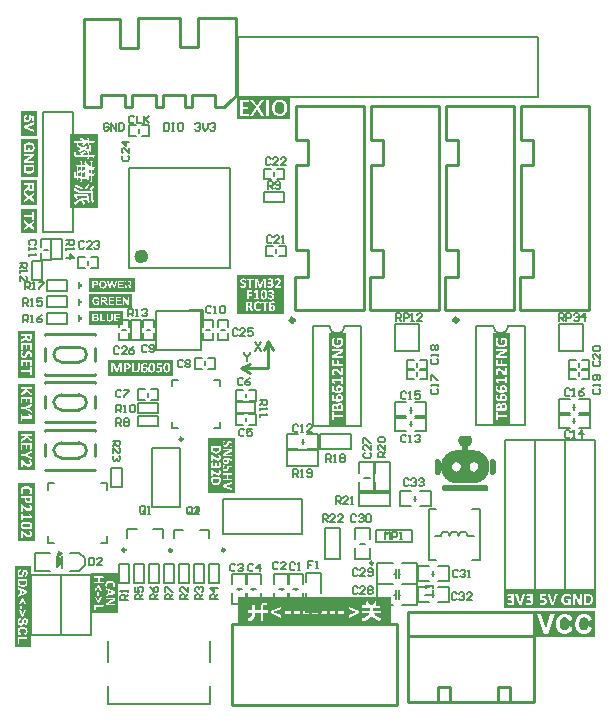
<source format=gto>
G04*
G04 #@! TF.GenerationSoftware,Altium Limited,Altium Designer,21.5.1 (32)*
G04*
G04 Layer_Color=65535*
%FSLAX25Y25*%
%MOIN*%
G70*
G04*
G04 #@! TF.SameCoordinates,8B6BA037-C385-438B-B8BE-B681DC7B7FEC*
G04*
G04*
G04 #@! TF.FilePolarity,Positive*
G04*
G01*
G75*
%ADD10C,0.00984*%
%ADD11C,0.02362*%
%ADD12C,0.01500*%
%ADD13C,0.00787*%
%ADD14C,0.01000*%
%ADD15C,0.00800*%
%ADD16C,0.00600*%
%ADD17C,0.00700*%
%ADD18C,0.00100*%
%ADD19C,0.00591*%
G36*
X6033Y116141D02*
X6433D01*
Y115341D01*
X7133D01*
Y114841D01*
X6433D01*
Y114041D01*
X6033D01*
Y116141D01*
D02*
G37*
G36*
Y121641D02*
X6433D01*
Y120841D01*
X7133D01*
Y120341D01*
X6433D01*
Y119541D01*
X6033D01*
Y121641D01*
D02*
G37*
G36*
Y127141D02*
X6433D01*
Y126341D01*
X7133D01*
Y125841D01*
X6433D01*
Y125041D01*
X6033D01*
Y127141D01*
D02*
G37*
G36*
X150067Y79366D02*
X144315D01*
Y110249D01*
X150067D01*
Y79366D01*
D02*
G37*
G36*
X110540Y13091D02*
X59452D01*
Y22091D01*
X110540D01*
Y13091D01*
D02*
G37*
G36*
X-8248Y40869D02*
X-14000D01*
Y60131D01*
X-8248D01*
Y40869D01*
D02*
G37*
G36*
X19452Y16903D02*
X15249D01*
Y25347D01*
X15249D01*
Y26200D01*
X15253Y26142D01*
X15257Y26092D01*
X15261Y26046D01*
X15266Y26008D01*
X15270Y25984D01*
X15274Y25963D01*
Y25959D01*
X15282Y25909D01*
X15295Y25859D01*
X15303Y25817D01*
X15315Y25780D01*
X15324Y25751D01*
X15332Y25730D01*
X15336Y25713D01*
Y25709D01*
X15353Y25667D01*
X15365Y25634D01*
X15382Y25601D01*
X15395Y25572D01*
X15403Y25551D01*
X15411Y25534D01*
X15420Y25526D01*
Y25522D01*
X15436Y25497D01*
X15449Y25476D01*
X15474Y25443D01*
X15490Y25426D01*
X15494Y25422D01*
X15515Y25405D01*
X15532Y25393D01*
X15540Y25385D01*
X15544D01*
X15578Y25368D01*
X15590Y25364D01*
X15594D01*
X15619Y25359D01*
X15640Y25355D01*
X15657Y25351D01*
X15665D01*
X15698Y25347D01*
X15823D01*
X15869Y25351D01*
X15881D01*
X15894Y25355D01*
X15898D01*
X15902D01*
X15939Y25359D01*
X15965Y25364D01*
X15981Y25368D01*
X15985D01*
X16002Y25376D01*
X16014Y25385D01*
X16023Y25389D01*
Y25393D01*
X16031Y25405D01*
X16035Y25418D01*
Y25430D01*
X16027Y25459D01*
X16014Y25488D01*
X16002Y25513D01*
X15994Y25518D01*
Y25522D01*
X15965Y25567D01*
X15935Y25613D01*
X15923Y25634D01*
X15915Y25647D01*
X15910Y25659D01*
X15906Y25663D01*
X15873Y25734D01*
X15844Y25800D01*
X15836Y25830D01*
X15827Y25850D01*
X15819Y25867D01*
Y25871D01*
X15806Y25917D01*
X15798Y25967D01*
X15790Y26017D01*
X15786Y26058D01*
Y26100D01*
X15781Y26129D01*
Y26158D01*
X15786Y26225D01*
X15790Y26287D01*
X15802Y26345D01*
X15815Y26395D01*
X15823Y26437D01*
X15836Y26466D01*
X15840Y26483D01*
X15844Y26491D01*
X15869Y26545D01*
X15902Y26591D01*
X15931Y26632D01*
X15965Y26670D01*
X15990Y26699D01*
X16014Y26724D01*
X16031Y26737D01*
X16035Y26741D01*
X16085Y26778D01*
X16139Y26811D01*
X16197Y26836D01*
X16247Y26861D01*
X16293Y26878D01*
X16331Y26890D01*
X16355Y26899D01*
X16360Y26903D01*
X16364D01*
X16443Y26919D01*
X16526Y26932D01*
X16605Y26945D01*
X16680Y26949D01*
X16747Y26953D01*
X16771Y26957D01*
X16796D01*
X16817D01*
X16830D01*
X16838D01*
X16842D01*
X16934Y26953D01*
X17017Y26949D01*
X17096Y26940D01*
X17163Y26932D01*
X17217Y26924D01*
X17258Y26915D01*
X17271Y26911D01*
X17283Y26907D01*
X17287D01*
X17292D01*
X17362Y26886D01*
X17429Y26861D01*
X17487Y26836D01*
X17537Y26811D01*
X17574Y26786D01*
X17604Y26770D01*
X17624Y26757D01*
X17628Y26753D01*
X17678Y26711D01*
X17724Y26670D01*
X17758Y26628D01*
X17791Y26591D01*
X17816Y26558D01*
X17832Y26533D01*
X17841Y26512D01*
X17845Y26508D01*
X17870Y26449D01*
X17891Y26395D01*
X17903Y26337D01*
X17916Y26287D01*
X17920Y26241D01*
X17924Y26208D01*
Y26117D01*
X17916Y26058D01*
X17911Y26013D01*
X17903Y25967D01*
X17895Y25934D01*
X17886Y25909D01*
X17882Y25892D01*
X17878Y25888D01*
X17862Y25842D01*
X17845Y25805D01*
X17832Y25767D01*
X17816Y25738D01*
X17803Y25713D01*
X17795Y25697D01*
X17791Y25684D01*
X17787Y25680D01*
X17753Y25622D01*
X17724Y25576D01*
X17712Y25559D01*
X17703Y25547D01*
X17695Y25543D01*
Y25538D01*
X17670Y25501D01*
X17658Y25472D01*
X17653Y25451D01*
Y25447D01*
X17658Y25430D01*
X17662Y25422D01*
X17666Y25414D01*
Y25409D01*
X17678Y25397D01*
X17691Y25389D01*
X17703Y25380D01*
X17708D01*
X17737Y25372D01*
X17762Y25368D01*
X17782Y25364D01*
X17791D01*
X17832Y25359D01*
X17874Y25355D01*
X17891D01*
X17903D01*
X17911D01*
X17916D01*
X17961D01*
X17999D01*
X18020Y25359D01*
X18028D01*
X18061Y25364D01*
X18086Y25368D01*
X18103Y25372D01*
X18107D01*
X18128Y25380D01*
X18148Y25385D01*
X18157Y25389D01*
X18161Y25393D01*
X18182Y25401D01*
X18198Y25418D01*
X18211Y25430D01*
X18215Y25434D01*
X18227Y25447D01*
X18240Y25468D01*
X18269Y25505D01*
X18278Y25522D01*
X18286Y25538D01*
X18294Y25547D01*
Y25551D01*
X18327Y25613D01*
X18352Y25671D01*
X18361Y25697D01*
X18369Y25717D01*
X18373Y25730D01*
Y25734D01*
X18394Y25809D01*
X18406Y25846D01*
X18415Y25879D01*
X18419Y25913D01*
X18423Y25934D01*
X18427Y25950D01*
Y25954D01*
X18444Y26046D01*
X18448Y26087D01*
Y26125D01*
X18452Y26158D01*
Y26204D01*
X18448Y26320D01*
X18436Y26429D01*
X18419Y26528D01*
X18398Y26612D01*
X18390Y26653D01*
X18377Y26687D01*
X18369Y26716D01*
X18361Y26741D01*
X18352Y26761D01*
X18348Y26774D01*
X18344Y26782D01*
Y26786D01*
X18298Y26882D01*
X18248Y26969D01*
X18194Y27049D01*
X18144Y27115D01*
X18099Y27169D01*
X18057Y27211D01*
X18032Y27236D01*
X18028Y27240D01*
X18024Y27244D01*
X17941Y27311D01*
X17857Y27369D01*
X17770Y27419D01*
X17687Y27460D01*
X17616Y27494D01*
X17587Y27506D01*
X17558Y27514D01*
X17537Y27523D01*
X17520Y27531D01*
X17512Y27535D01*
X17508D01*
X17391Y27569D01*
X17271Y27593D01*
X17154Y27614D01*
X17046Y27627D01*
X16996Y27631D01*
X16950Y27635D01*
X16909D01*
X16876Y27639D01*
X18452D01*
X16809D01*
X16668Y27635D01*
X16539Y27623D01*
X16422Y27610D01*
X16368Y27602D01*
X16322Y27589D01*
X16276Y27581D01*
X16239Y27573D01*
X16206Y27564D01*
X16177Y27560D01*
X16156Y27552D01*
X16139Y27548D01*
X16131Y27544D01*
X16127D01*
X16023Y27506D01*
X15927Y27460D01*
X15844Y27415D01*
X15773Y27369D01*
X15719Y27331D01*
X15673Y27298D01*
X15661Y27286D01*
X15648Y27277D01*
X15644Y27269D01*
X15640D01*
X15569Y27198D01*
X15511Y27128D01*
X15461Y27053D01*
X15420Y26986D01*
X15386Y26928D01*
X15365Y26878D01*
X15357Y26861D01*
X15349Y26849D01*
X15345Y26840D01*
Y26836D01*
X15311Y26737D01*
X15291Y26637D01*
X15274Y26541D01*
X15261Y26449D01*
X15253Y26375D01*
Y26341D01*
X15249Y26312D01*
Y27639D01*
X16807D01*
X15249D01*
Y30097D01*
X19452D01*
Y16903D01*
D02*
G37*
G36*
X15249Y16903D02*
X10500D01*
Y30097D01*
X15249D01*
Y16903D01*
D02*
G37*
G36*
X37793Y96000D02*
X16207D01*
Y101212D01*
X37793D01*
Y96000D01*
D02*
G37*
G36*
X178814Y18500D02*
X148141D01*
Y24252D01*
X178814D01*
Y18500D01*
D02*
G37*
G36*
X74835Y125160D02*
Y121328D01*
Y116500D01*
X59165D01*
Y121328D01*
Y125160D01*
D01*
Y129372D01*
X74835D01*
Y125160D01*
D02*
G37*
G36*
X21141Y113000D02*
X9859D01*
Y117604D01*
X21141D01*
Y113000D01*
D02*
G37*
G36*
X58544Y56842D02*
X54332D01*
Y64003D01*
X54332D01*
Y65222D01*
X54336Y65122D01*
X54345Y65027D01*
X54353Y64943D01*
X54370Y64868D01*
X54382Y64810D01*
X54386Y64785D01*
X54390Y64760D01*
X54395Y64744D01*
X54399Y64731D01*
X54403Y64727D01*
Y64723D01*
X54432Y64644D01*
X54465Y64569D01*
X54499Y64502D01*
X54532Y64448D01*
X54561Y64403D01*
X54586Y64369D01*
X54603Y64349D01*
X54607Y64340D01*
X54661Y64286D01*
X54719Y64236D01*
X54773Y64195D01*
X54827Y64157D01*
X54873Y64132D01*
X54910Y64111D01*
X54935Y64099D01*
X54940Y64095D01*
X54944D01*
X55019Y64066D01*
X55098Y64041D01*
X55172Y64024D01*
X55243Y64016D01*
X55306Y64007D01*
X55351Y64003D01*
X57490D01*
X55393D01*
X55476Y64007D01*
X55551Y64016D01*
X55618Y64024D01*
X55672Y64037D01*
X55722Y64053D01*
X55755Y64061D01*
X55776Y64070D01*
X55784Y64074D01*
X55846Y64103D01*
X55901Y64136D01*
X55950Y64170D01*
X55988Y64203D01*
X56021Y64232D01*
X56046Y64257D01*
X56063Y64274D01*
X56067Y64278D01*
X56108Y64332D01*
X56142Y64386D01*
X56175Y64440D01*
X56200Y64490D01*
X56217Y64536D01*
X56229Y64573D01*
X56238Y64598D01*
X56242Y64602D01*
Y64606D01*
X56262Y64681D01*
X56279Y64760D01*
X56287Y64835D01*
X56296Y64906D01*
X56300Y64964D01*
X56304Y65014D01*
Y65172D01*
X56300Y65197D01*
Y65226D01*
X56296Y65289D01*
X56292Y65339D01*
Y65364D01*
X56287Y65380D01*
Y65393D01*
X56949D01*
Y64290D01*
X56953Y64274D01*
X56957Y64261D01*
X56982Y64236D01*
X57003Y64224D01*
X57007Y64219D01*
X57011D01*
X57040Y64211D01*
X57074Y64203D01*
X57140Y64195D01*
X57169Y64190D01*
X57194D01*
X57215D01*
X57219D01*
X57269D01*
X57311Y64195D01*
X57336Y64199D01*
X57340D01*
X57344D01*
X57381Y64203D01*
X57406Y64211D01*
X57423Y64215D01*
X57427Y64219D01*
X57448Y64228D01*
X57465Y64240D01*
X57469Y64249D01*
X57473Y64253D01*
X57481Y64265D01*
X57490Y64278D01*
Y65792D01*
X57481Y65817D01*
X57469Y65854D01*
X57452Y65875D01*
X57448Y65883D01*
X57444D01*
X57427Y65896D01*
X57406Y65904D01*
X57361Y65913D01*
X57340Y65917D01*
X57323D01*
X57311D01*
X57307D01*
X55963D01*
X55930D01*
X55901Y65913D01*
X55880Y65908D01*
X55863Y65900D01*
X55851Y65896D01*
X55842Y65892D01*
X55834Y65888D01*
X55813Y65859D01*
X55805Y65825D01*
X55801Y65800D01*
Y65788D01*
X55805Y65713D01*
Y65675D01*
X55809Y65642D01*
Y65617D01*
X55813Y65596D01*
Y65576D01*
X55822Y65488D01*
X55826Y65443D01*
X55830Y65405D01*
Y65259D01*
X55826Y65201D01*
X55822Y65151D01*
X55813Y65110D01*
X55809Y65072D01*
X55801Y65047D01*
X55796Y65031D01*
Y65027D01*
X55784Y64981D01*
X55767Y64943D01*
X55751Y64910D01*
X55738Y64881D01*
X55722Y64856D01*
X55713Y64839D01*
X55705Y64831D01*
X55701Y64827D01*
X55651Y64777D01*
X55601Y64740D01*
X55580Y64727D01*
X55563Y64719D01*
X55551Y64710D01*
X55547D01*
X55480Y64690D01*
X55414Y64677D01*
X55385Y64673D01*
X55364D01*
X55347D01*
X55343D01*
X55293D01*
X55251Y64681D01*
X55214Y64685D01*
X55181Y64694D01*
X55152Y64702D01*
X55131Y64710D01*
X55118Y64715D01*
X55114Y64719D01*
X55048Y64756D01*
X55023Y64777D01*
X54998Y64794D01*
X54977Y64810D01*
X54965Y64827D01*
X54956Y64835D01*
X54952Y64839D01*
X54910Y64902D01*
X54881Y64968D01*
X54873Y64993D01*
X54865Y65014D01*
X54861Y65031D01*
Y65035D01*
X54848Y65122D01*
X54840Y65164D01*
Y65201D01*
X54836Y65235D01*
Y65343D01*
X54840Y65397D01*
X54844Y65443D01*
X54848Y65484D01*
X54852Y65517D01*
X54856Y65542D01*
X54861Y65559D01*
Y65563D01*
X54881Y65642D01*
X54894Y65675D01*
X54902Y65705D01*
X54910Y65725D01*
X54919Y65742D01*
X54923Y65755D01*
Y65759D01*
X54948Y65813D01*
X54969Y65854D01*
X54973Y65867D01*
X54981Y65879D01*
X54985Y65883D01*
Y65888D01*
X55002Y65921D01*
X55010Y65942D01*
X55014Y65954D01*
Y65971D01*
X55010Y65983D01*
X55006Y65992D01*
X55002Y65996D01*
X54989Y66004D01*
X54977Y66013D01*
X54965Y66017D01*
X54960Y66021D01*
X54935Y66025D01*
X54910Y66029D01*
X54894Y66033D01*
X54890D01*
X54886D01*
X54848Y66037D01*
X57490D01*
X54332D01*
Y66416D01*
X54332D01*
Y67514D01*
X54336Y67419D01*
X54345Y67327D01*
X54357Y67248D01*
X54374Y67177D01*
X54386Y67123D01*
X54399Y67082D01*
X54403Y67065D01*
X54407Y67053D01*
X54411Y67048D01*
Y67044D01*
X54444Y66969D01*
X54482Y66903D01*
X54519Y66844D01*
X54557Y66799D01*
X54590Y66757D01*
X54615Y66728D01*
X54632Y66707D01*
X54640Y66703D01*
X54698Y66653D01*
X54756Y66611D01*
X54815Y66574D01*
X54869Y66545D01*
X54915Y66520D01*
X54952Y66503D01*
X54977Y66495D01*
X54981Y66491D01*
X54985D01*
X55060Y66466D01*
X55139Y66449D01*
X55210Y66433D01*
X55281Y66424D01*
X55335Y66420D01*
X55380Y66416D01*
X55422D01*
X55497Y66420D01*
X55568Y66424D01*
X55634Y66433D01*
X55688Y66441D01*
X55734Y66453D01*
X55772Y66462D01*
X55792Y66466D01*
X55801Y66470D01*
X55863Y66491D01*
X55917Y66516D01*
X55967Y66541D01*
X56009Y66566D01*
X56042Y66591D01*
X56067Y66611D01*
X56084Y66624D01*
X56088Y66628D01*
X56129Y66670D01*
X56167Y66716D01*
X56200Y66761D01*
X56225Y66803D01*
X56246Y66844D01*
X56262Y66874D01*
X56271Y66894D01*
X56275Y66903D01*
X56296Y66969D01*
X56312Y67036D01*
X56325Y67102D01*
X56333Y67165D01*
X56337Y67219D01*
X56341Y67265D01*
Y67302D01*
X56337Y67377D01*
Y67410D01*
X56333Y67439D01*
X56329Y67464D01*
Y67485D01*
X56325Y67498D01*
Y67502D01*
X56312Y67568D01*
X56304Y67597D01*
X56300Y67622D01*
X56292Y67643D01*
X56287Y67660D01*
X56283Y67672D01*
Y67677D01*
X56262Y67735D01*
X56246Y67781D01*
X56238Y67801D01*
X56229Y67814D01*
X56225Y67822D01*
Y67826D01*
X56200Y67872D01*
X56179Y67909D01*
X56163Y67934D01*
X56158Y67939D01*
Y67943D01*
X56225D01*
X56292Y67939D01*
X56350Y67930D01*
X56400Y67922D01*
X56441Y67918D01*
X56475Y67909D01*
X56495Y67905D01*
X56504D01*
X56562Y67889D01*
X56616Y67868D01*
X56666Y67847D01*
X56708Y67826D01*
X56741Y67810D01*
X56766Y67793D01*
X56782Y67785D01*
X56787Y67781D01*
X56832Y67747D01*
X56870Y67710D01*
X56903Y67677D01*
X56932Y67639D01*
X56953Y67610D01*
X56970Y67585D01*
X56978Y67568D01*
X56982Y67564D01*
X57007Y67510D01*
X57024Y67456D01*
X57040Y67402D01*
X57049Y67348D01*
X57053Y67306D01*
X57057Y67269D01*
Y67235D01*
X57053Y67152D01*
Y67119D01*
X57049Y67090D01*
X57045Y67065D01*
Y67048D01*
X57040Y67036D01*
Y67032D01*
X57032Y66969D01*
X57020Y66923D01*
X57015Y66907D01*
X57011Y66894D01*
X57007Y66886D01*
Y66882D01*
X56995Y66836D01*
X56982Y66803D01*
X56974Y66782D01*
X56970Y66774D01*
X56961Y66745D01*
X56957Y66720D01*
Y66699D01*
X56961Y66682D01*
X56966Y66670D01*
X56970Y66661D01*
Y66657D01*
X56982Y66645D01*
X56995Y66637D01*
X57003Y66632D01*
X57007D01*
X57032Y66624D01*
X57057Y66620D01*
X57078Y66616D01*
X57086D01*
X57128Y66611D01*
X57165D01*
X57182D01*
X57194D01*
X57203D01*
X57207D01*
X57240D01*
X57269D01*
X57286Y66616D01*
X57290D01*
X57311Y66620D01*
X57332Y66624D01*
X57340Y66628D01*
X57344D01*
X57361Y66632D01*
X57373Y66637D01*
X57381Y66641D01*
X57386D01*
X57402Y66649D01*
X57411Y66657D01*
X57419Y66666D01*
X57423Y66670D01*
X57436Y66686D01*
X57448Y66711D01*
X57456Y66732D01*
X57460Y66736D01*
Y66741D01*
X57477Y66782D01*
X57486Y66828D01*
X57494Y66844D01*
Y66861D01*
X57498Y66869D01*
Y66874D01*
X57510Y66936D01*
X57519Y66990D01*
X57523Y67015D01*
X57527Y67032D01*
Y67048D01*
X57535Y67115D01*
Y67144D01*
X57539Y67173D01*
Y67235D01*
Y67227D01*
X57535Y67331D01*
X57527Y67427D01*
X57515Y67514D01*
X57502Y67585D01*
X57486Y67643D01*
X57473Y67689D01*
X57469Y67706D01*
X57465Y67718D01*
X57460Y67722D01*
Y67726D01*
X57431Y67801D01*
X57398Y67868D01*
X57361Y67930D01*
X57327Y67984D01*
X57298Y68026D01*
X57273Y68059D01*
X57257Y68076D01*
X57253Y68084D01*
X57203Y68138D01*
X57153Y68184D01*
X57099Y68226D01*
X57053Y68259D01*
X57011Y68288D01*
X56978Y68309D01*
X56957Y68321D01*
X56949Y68325D01*
X56820Y68388D01*
X56757Y68413D01*
X56699Y68434D01*
X56653Y68450D01*
X56616Y68463D01*
X56591Y68467D01*
X56587Y68471D01*
X56583D01*
X56441Y68504D01*
X56375Y68513D01*
X56317Y68521D01*
X56267Y68529D01*
X56225Y68533D01*
X56200Y68538D01*
X56196D01*
X56192D01*
X56121Y68542D01*
X56050Y68546D01*
X55988Y68550D01*
X55930D01*
X55880Y68554D01*
X55734D01*
X55659Y68550D01*
X55589D01*
X55526Y68546D01*
X55476Y68542D01*
X55435D01*
X55410Y68538D01*
X55405D01*
X55401D01*
X55331Y68529D01*
X55264Y68521D01*
X55202Y68513D01*
X55148Y68500D01*
X55102Y68492D01*
X55068Y68488D01*
X55048Y68479D01*
X55039D01*
X54981Y68463D01*
X54923Y68442D01*
X54873Y68421D01*
X54831Y68400D01*
X54794Y68384D01*
X54769Y68371D01*
X54748Y68363D01*
X54744Y68359D01*
X54698Y68330D01*
X54653Y68296D01*
X54615Y68267D01*
X54582Y68234D01*
X54557Y68209D01*
X54536Y68188D01*
X54524Y68172D01*
X54519Y68167D01*
X54486Y68122D01*
X54461Y68076D01*
X54436Y68030D01*
X54415Y67984D01*
X54403Y67947D01*
X54390Y67918D01*
X54386Y67901D01*
X54382Y67893D01*
X54365Y67830D01*
X54353Y67764D01*
X54345Y67701D01*
X54340Y67643D01*
X54336Y67589D01*
X54332Y67552D01*
Y68554D01*
X55489D01*
X54332D01*
Y72132D01*
X54332D01*
Y73284D01*
X54336Y73197D01*
X54340Y73114D01*
X54349Y73035D01*
X54361Y72968D01*
X54374Y72914D01*
X54382Y72872D01*
X54386Y72856D01*
Y72843D01*
X54390Y72839D01*
Y72835D01*
X54415Y72760D01*
X54444Y72689D01*
X54478Y72627D01*
X54507Y72577D01*
X54536Y72531D01*
X54557Y72502D01*
X54574Y72481D01*
X54578Y72473D01*
X54628Y72415D01*
X54677Y72369D01*
X54732Y72323D01*
X54777Y72290D01*
X54823Y72261D01*
X54856Y72240D01*
X54877Y72228D01*
X54886Y72223D01*
X54956Y72194D01*
X55031Y72169D01*
X55102Y72153D01*
X55168Y72144D01*
X55227Y72136D01*
X55272Y72132D01*
X55068D01*
X55314D01*
X55380Y72136D01*
X55443Y72140D01*
X55497Y72149D01*
X55547Y72161D01*
X55584Y72173D01*
X55613Y72182D01*
X55634Y72186D01*
X55638Y72190D01*
X55688Y72215D01*
X55734Y72240D01*
X55776Y72265D01*
X55809Y72290D01*
X55838Y72311D01*
X55859Y72327D01*
X55871Y72340D01*
X55875Y72344D01*
X55946Y72415D01*
X55980Y72452D01*
X56005Y72485D01*
X56025Y72515D01*
X56042Y72535D01*
X56050Y72552D01*
X56054Y72556D01*
X56104Y72644D01*
X56129Y72685D01*
X56146Y72723D01*
X56163Y72756D01*
X56175Y72781D01*
X56179Y72797D01*
X56183Y72802D01*
X56225Y72889D01*
X56242Y72931D01*
X56258Y72968D01*
X56271Y72997D01*
X56283Y73022D01*
X56287Y73039D01*
X56292Y73043D01*
X56333Y73126D01*
X56350Y73163D01*
X56366Y73197D01*
X56383Y73222D01*
X56396Y73243D01*
X56400Y73255D01*
X56404Y73259D01*
X56450Y73322D01*
X56470Y73347D01*
X56491Y73367D01*
X56512Y73384D01*
X56524Y73396D01*
X56533Y73405D01*
X56537Y73409D01*
X56566Y73426D01*
X56599Y73438D01*
X56658Y73455D01*
X56678Y73459D01*
X56699Y73463D01*
X56712D01*
X56716D01*
X56766Y73459D01*
X56807Y73451D01*
X56824Y73446D01*
X56836Y73442D01*
X56845Y73438D01*
X56849D01*
X56891Y73417D01*
X56924Y73392D01*
X56945Y73371D01*
X56953Y73363D01*
X56982Y73322D01*
X57007Y73280D01*
X57015Y73263D01*
X57020Y73251D01*
X57024Y73243D01*
Y73238D01*
X57040Y73176D01*
X57049Y73118D01*
X57053Y73093D01*
Y73005D01*
X57049Y72960D01*
X57045Y72922D01*
X57036Y72885D01*
X57032Y72856D01*
X57024Y72835D01*
X57020Y72818D01*
Y72814D01*
X56995Y72735D01*
X56982Y72702D01*
X56970Y72673D01*
X56961Y72652D01*
X56953Y72635D01*
X56945Y72623D01*
Y72619D01*
X56920Y72560D01*
X56895Y72515D01*
X56886Y72498D01*
X56878Y72485D01*
X56874Y72481D01*
Y72477D01*
X56853Y72440D01*
X56845Y72415D01*
X56841Y72398D01*
Y72394D01*
X56845Y72377D01*
X56849Y72365D01*
X56853Y72356D01*
Y72352D01*
X56866Y72340D01*
X56878Y72332D01*
X56891Y72327D01*
X56895D01*
X56920Y72323D01*
X56949Y72319D01*
X56966Y72315D01*
X56974D01*
X57015Y72311D01*
X57053D01*
X57069D01*
X57082D01*
X57090D01*
X57094D01*
X57136D01*
X57169D01*
X57190Y72315D01*
X57198D01*
X57227Y72319D01*
X57248Y72323D01*
X57261Y72327D01*
X57265D01*
X57286Y72332D01*
X57298Y72336D01*
X57307Y72340D01*
X57311D01*
X57327Y72348D01*
X57340Y72361D01*
X57348Y72369D01*
X57352Y72373D01*
X57361Y72381D01*
X57373Y72398D01*
X57390Y72427D01*
X57406Y72456D01*
X57411Y72465D01*
Y72469D01*
X57436Y72527D01*
X57456Y72581D01*
X57465Y72606D01*
X57473Y72623D01*
X57477Y72635D01*
Y72639D01*
X57498Y72710D01*
X57506Y72747D01*
X57510Y72781D01*
X57515Y72806D01*
X57519Y72827D01*
X57523Y72843D01*
Y72847D01*
X57535Y72926D01*
X57539Y72964D01*
Y72997D01*
X57544Y73022D01*
Y72132D01*
D01*
Y74158D01*
Y73064D01*
X57539Y73143D01*
X57535Y73218D01*
X57527Y73288D01*
X57515Y73347D01*
X57502Y73401D01*
X57494Y73438D01*
X57490Y73463D01*
X57486Y73467D01*
Y73471D01*
X57465Y73538D01*
X57436Y73600D01*
X57411Y73659D01*
X57381Y73704D01*
X57357Y73746D01*
X57336Y73775D01*
X57323Y73792D01*
X57319Y73800D01*
X57273Y73850D01*
X57227Y73896D01*
X57182Y73933D01*
X57136Y73966D01*
X57094Y73991D01*
X57065Y74008D01*
X57045Y74020D01*
X57036Y74025D01*
X56974Y74050D01*
X56907Y74070D01*
X56841Y74083D01*
X56782Y74095D01*
X56728Y74099D01*
X56687Y74104D01*
X56670D01*
X56658D01*
X56653D01*
X56649D01*
X56579Y74099D01*
X56516Y74095D01*
X56458Y74087D01*
X56408Y74075D01*
X56366Y74066D01*
X56337Y74058D01*
X56321Y74054D01*
X56312Y74050D01*
X56262Y74025D01*
X56217Y74000D01*
X56175Y73975D01*
X56142Y73954D01*
X56113Y73933D01*
X56088Y73917D01*
X56075Y73904D01*
X56071Y73900D01*
X56000Y73825D01*
X55971Y73792D01*
X55946Y73758D01*
X55926Y73729D01*
X55909Y73708D01*
X55901Y73692D01*
X55896Y73688D01*
X55846Y73600D01*
X55826Y73559D01*
X55805Y73521D01*
X55788Y73492D01*
X55776Y73467D01*
X55772Y73451D01*
X55767Y73446D01*
X55726Y73355D01*
X55709Y73313D01*
X55692Y73280D01*
X55680Y73247D01*
X55668Y73226D01*
X55663Y73209D01*
X55659Y73205D01*
X55622Y73122D01*
X55601Y73089D01*
X55584Y73055D01*
X55568Y73030D01*
X55559Y73014D01*
X55551Y73001D01*
X55547Y72997D01*
X55501Y72931D01*
X55480Y72906D01*
X55460Y72885D01*
X55439Y72868D01*
X55426Y72856D01*
X55418Y72847D01*
X55414Y72843D01*
X55385Y72822D01*
X55356Y72810D01*
X55297Y72793D01*
X55272Y72789D01*
X55251Y72785D01*
X55239D01*
X55235D01*
X55172Y72789D01*
X55143Y72797D01*
X55118Y72802D01*
X55098Y72810D01*
X55081Y72818D01*
X55073Y72822D01*
X55068D01*
X55019Y72852D01*
X54977Y72881D01*
X54952Y72906D01*
X54948Y72914D01*
X54944Y72918D01*
X54910Y72968D01*
X54886Y73018D01*
X54877Y73039D01*
X54869Y73055D01*
X54865Y73068D01*
Y73072D01*
X54852Y73143D01*
X54844Y73176D01*
Y73209D01*
X54840Y73238D01*
Y73342D01*
X54844Y73401D01*
X54852Y73455D01*
X54861Y73501D01*
X54865Y73538D01*
X54873Y73563D01*
X54877Y73584D01*
Y73588D01*
X54894Y73638D01*
X54906Y73679D01*
X54923Y73717D01*
X54935Y73750D01*
X54948Y73779D01*
X54956Y73800D01*
X54960Y73813D01*
X54965Y73817D01*
X54998Y73883D01*
X55014Y73908D01*
X55027Y73933D01*
X55039Y73950D01*
X55044Y73962D01*
X55052Y73971D01*
Y73975D01*
X55077Y74012D01*
X55089Y74045D01*
X55093Y74062D01*
Y74070D01*
X55089Y74087D01*
X55085Y74099D01*
X55081Y74108D01*
X55077Y74112D01*
X55064Y74124D01*
X55048Y74133D01*
X55035Y74137D01*
X55031Y74141D01*
X55006Y74145D01*
X54981Y74149D01*
X54960Y74154D01*
X54956D01*
X54952D01*
X54910Y74158D01*
X57544D01*
X54790D01*
X54756Y74154D01*
X54727D01*
X54702Y74149D01*
X54686D01*
X54673Y74145D01*
X54665D01*
X54661D01*
X54623Y74133D01*
X54594Y74120D01*
X54578Y74108D01*
X54569Y74104D01*
X54544Y74075D01*
X54524Y74037D01*
X54507Y74012D01*
X54499Y74004D01*
Y74000D01*
X54470Y73941D01*
X54444Y73887D01*
X54432Y73862D01*
X54428Y73842D01*
X54420Y73829D01*
Y73825D01*
X54395Y73742D01*
X54386Y73700D01*
X54378Y73663D01*
X54370Y73629D01*
X54365Y73605D01*
X54361Y73584D01*
Y73580D01*
X54345Y73475D01*
X54340Y73426D01*
X54336Y73380D01*
X54332Y73342D01*
Y74158D01*
X54587D01*
X54332D01*
Y75158D01*
X58544D01*
Y56842D01*
D02*
G37*
G36*
X55726Y67893D02*
X55747Y67860D01*
X55759Y67835D01*
X55763Y67830D01*
Y67826D01*
X55784Y67785D01*
X55801Y67743D01*
X55805Y67726D01*
X55809Y67718D01*
X55813Y67710D01*
Y67706D01*
X55830Y67660D01*
X55842Y67618D01*
X55846Y67606D01*
Y67593D01*
X55851Y67585D01*
Y67581D01*
X55859Y67531D01*
X55863Y67489D01*
Y67406D01*
X55859Y67369D01*
X55855Y67339D01*
X55846Y67310D01*
X55842Y67285D01*
X55834Y67269D01*
X55830Y67260D01*
Y67256D01*
X55801Y67202D01*
X55767Y67165D01*
X55742Y67140D01*
X55734Y67132D01*
X55730D01*
X55680Y67098D01*
X55630Y67077D01*
X55609Y67069D01*
X55593Y67065D01*
X55580Y67061D01*
X55576D01*
X55505Y67044D01*
X55468Y67040D01*
X55435D01*
X55405Y67036D01*
X55380D01*
X55364D01*
X55360D01*
X55277Y67040D01*
X55239Y67044D01*
X55210Y67048D01*
X55181Y67057D01*
X55160Y67061D01*
X55148Y67065D01*
X55143D01*
X55073Y67090D01*
X55044Y67107D01*
X55019Y67119D01*
X54998Y67132D01*
X54981Y67144D01*
X54973Y67148D01*
X54969Y67152D01*
X54919Y67198D01*
X54881Y67240D01*
X54869Y67260D01*
X54861Y67277D01*
X54852Y67285D01*
Y67290D01*
X54831Y67352D01*
X54819Y67414D01*
Y67439D01*
X54815Y67460D01*
Y67481D01*
X54823Y67560D01*
X54827Y67593D01*
X54836Y67622D01*
X54844Y67647D01*
X54848Y67664D01*
X54856Y67677D01*
Y67681D01*
X54873Y67710D01*
X54898Y67739D01*
X54944Y67781D01*
X54965Y67797D01*
X54981Y67810D01*
X54994Y67818D01*
X54998Y67822D01*
X55039Y67843D01*
X55081Y67860D01*
X55127Y67872D01*
X55172Y67884D01*
X55210Y67893D01*
X55239Y67901D01*
X55260Y67905D01*
X55268D01*
X55339Y67914D01*
X55410Y67918D01*
X55480Y67926D01*
X55551D01*
X55609Y67930D01*
X55659D01*
X55676D01*
X55688D01*
X55697D01*
X55701D01*
X55726Y67893D01*
D02*
G37*
G36*
X54632Y66033D02*
X54607D01*
X54590Y66029D01*
X54586D01*
X54565Y66021D01*
X54549Y66017D01*
X54540Y66013D01*
X54536D01*
X54524Y66004D01*
X54511Y65996D01*
X54503Y65987D01*
X54499Y65983D01*
X54490Y65975D01*
X54486Y65963D01*
X54470Y65933D01*
X54457Y65908D01*
X54453Y65900D01*
Y65896D01*
X54432Y65842D01*
X54411Y65788D01*
X54407Y65763D01*
X54399Y65746D01*
X54395Y65734D01*
Y65730D01*
X54378Y65651D01*
X54370Y65609D01*
X54365Y65576D01*
X54361Y65542D01*
X54357Y65517D01*
X54353Y65501D01*
Y65497D01*
X54340Y65397D01*
X54336Y65351D01*
Y65309D01*
X54332Y65272D01*
Y66037D01*
X54665D01*
X54632Y66033D01*
D02*
G37*
G36*
X54332Y56842D02*
X49500D01*
Y75158D01*
X54332D01*
Y56842D01*
D02*
G37*
G36*
X-7483Y152771D02*
X-13000D01*
Y161229D01*
X-7483D01*
Y152771D01*
D02*
G37*
G36*
X-8297Y64401D02*
X-14000D01*
Y77599D01*
X-8297D01*
Y64401D01*
D02*
G37*
G36*
X76867Y181500D02*
X59133D01*
Y188928D01*
X76867D01*
Y181500D01*
D02*
G37*
G36*
X-8248Y95026D02*
X-14000D01*
Y110974D01*
X-8248D01*
Y95026D01*
D02*
G37*
G36*
X-7483Y143368D02*
X-13000D01*
Y151632D01*
X-7483D01*
Y143368D01*
D02*
G37*
G36*
X24122Y118500D02*
X9878D01*
Y123145D01*
X24122D01*
Y118500D01*
D02*
G37*
G36*
X-7361Y162282D02*
X-13000D01*
Y174718D01*
X-7361D01*
Y162282D01*
D02*
G37*
G36*
X95500Y79295D02*
X89748D01*
Y110178D01*
X95500D01*
Y79295D01*
D02*
G37*
G36*
X25106Y124000D02*
X9894D01*
Y128645D01*
X25106D01*
Y124000D01*
D02*
G37*
G36*
X-9686Y5593D02*
X-15000D01*
Y32407D01*
X-9686D01*
Y5593D01*
D02*
G37*
G36*
X-7419Y175868D02*
X-13000D01*
Y184132D01*
X-7419D01*
Y175868D01*
D02*
G37*
G36*
X-8336Y79918D02*
X-14000D01*
Y93082D01*
X-8336D01*
Y79918D01*
D02*
G37*
G36*
X12698Y176488D02*
Y151694D01*
X3500D01*
Y176488D01*
X12698D01*
D02*
G37*
G36*
X178433Y8889D02*
X158000D01*
Y17510D01*
X178433D01*
Y8889D01*
D02*
G37*
%LPC*%
G36*
X149067Y108486D02*
X145320D01*
D01*
X145903D01*
X145859Y108481D01*
X145820D01*
X145791Y108476D01*
X145767Y108472D01*
X145752D01*
X145742Y108467D01*
X145738D01*
X145689Y108452D01*
X145655Y108433D01*
X145631Y108418D01*
X145626Y108413D01*
X145611Y108399D01*
X145597Y108375D01*
X145563Y108331D01*
X145553Y108311D01*
X145543Y108292D01*
X145534Y108282D01*
Y108277D01*
X145514Y108238D01*
X145495Y108200D01*
X145466Y108122D01*
X145451Y108093D01*
X145446Y108063D01*
X145436Y108044D01*
Y108039D01*
X145402Y107922D01*
X145388Y107869D01*
X145378Y107816D01*
X145368Y107767D01*
X145359Y107733D01*
X145354Y107709D01*
Y107699D01*
X145334Y107553D01*
X145329Y107480D01*
X145325Y107412D01*
X145320Y107359D01*
Y105386D01*
Y107271D01*
X145325Y107116D01*
X145339Y106970D01*
X145363Y106839D01*
X145373Y106775D01*
X145388Y106722D01*
X145402Y106674D01*
X145412Y106625D01*
X145422Y106586D01*
X145436Y106557D01*
X145441Y106528D01*
X145451Y106508D01*
X145456Y106499D01*
Y106494D01*
X145509Y106367D01*
X145572Y106251D01*
X145636Y106149D01*
X145694Y106066D01*
X145747Y105993D01*
X145772Y105964D01*
X145796Y105940D01*
X145811Y105920D01*
X145825Y105906D01*
X145830Y105901D01*
X145835Y105896D01*
X145932Y105808D01*
X146034Y105736D01*
X146136Y105667D01*
X146229Y105614D01*
X146311Y105575D01*
X146345Y105556D01*
X146379Y105541D01*
X146404Y105531D01*
X146423Y105522D01*
X146433Y105517D01*
X146438D01*
X146574Y105473D01*
X146710Y105439D01*
X146841Y105420D01*
X146967Y105400D01*
X147026Y105395D01*
X147074Y105390D01*
X147118D01*
X147157Y105386D01*
X147234D01*
X147390Y105390D01*
X147536Y105405D01*
X147667Y105424D01*
X147730Y105434D01*
X147784Y105449D01*
X147832Y105458D01*
X147876Y105468D01*
X147915Y105478D01*
X147949Y105488D01*
X147973Y105497D01*
X147993Y105502D01*
X148002Y105507D01*
X148007D01*
X148129Y105561D01*
X148241Y105619D01*
X148338Y105677D01*
X148425Y105736D01*
X148493Y105789D01*
X148542Y105833D01*
X148561Y105847D01*
X148576Y105862D01*
X148581Y105867D01*
X148586Y105872D01*
X148668Y105964D01*
X148741Y106061D01*
X148800Y106163D01*
X148853Y106251D01*
X148892Y106333D01*
X148906Y106367D01*
X148921Y106396D01*
X148931Y106421D01*
X148940Y106440D01*
X148945Y106450D01*
Y106455D01*
X148984Y106586D01*
X149013Y106722D01*
X149038Y106853D01*
X149052Y106975D01*
X149057Y107028D01*
X149062Y107077D01*
Y107121D01*
X149067Y107159D01*
Y105478D01*
Y107344D01*
Y107232D01*
X149062Y107344D01*
Y107393D01*
X149057Y107437D01*
Y107475D01*
X149052Y107504D01*
Y107529D01*
X149038Y107636D01*
X149033Y107684D01*
X149023Y107728D01*
X149018Y107767D01*
X149013Y107796D01*
X149008Y107816D01*
Y107820D01*
X148989Y107927D01*
X148979Y107971D01*
X148970Y108015D01*
X148960Y108049D01*
X148950Y108073D01*
X148945Y108093D01*
Y108098D01*
X148931Y108146D01*
X148916Y108190D01*
X148906Y108229D01*
X148892Y108263D01*
X148887Y108287D01*
X148877Y108306D01*
X148872Y108316D01*
Y108321D01*
X148858Y108355D01*
X148838Y108379D01*
X148824Y108399D01*
X148804Y108418D01*
X148780Y108438D01*
X148775Y108442D01*
X148770D01*
X148722Y108462D01*
X148673Y108472D01*
X148654Y108476D01*
X148639D01*
X148629D01*
X148625D01*
X147181D01*
X147142D01*
X147108Y108472D01*
X147089Y108467D01*
X147084Y108462D01*
X147055Y108447D01*
X147030Y108433D01*
X147016Y108423D01*
X147011Y108418D01*
X146987Y108399D01*
X146972Y108379D01*
X146967Y108360D01*
X146962Y108355D01*
X146953Y108331D01*
X146943Y108302D01*
Y107053D01*
X146948Y107038D01*
X146953Y107023D01*
X146958Y107014D01*
X146962Y107009D01*
X146977Y106994D01*
X146992Y106984D01*
X147006Y106980D01*
X147011Y106975D01*
X147035Y106965D01*
X147064Y106960D01*
X147084Y106955D01*
X147089D01*
X147094D01*
X147137Y106950D01*
X147181D01*
X147196D01*
X147210D01*
X147220D01*
X147225D01*
X147278D01*
X147322Y106955D01*
X147361Y106960D01*
X147390Y106965D01*
X147409D01*
X147424Y106970D01*
X147434Y106975D01*
X147439D01*
X147458Y106984D01*
X147473Y106999D01*
X147492Y107023D01*
X147502Y107043D01*
Y107743D01*
X148343D01*
X148381Y107660D01*
X148396Y107621D01*
X148406Y107587D01*
X148416Y107558D01*
X148425Y107534D01*
X148430Y107519D01*
Y107514D01*
X148445Y107427D01*
X148450Y107388D01*
Y107349D01*
X148454Y107320D01*
Y107271D01*
X148450Y107179D01*
X148440Y107091D01*
X148430Y107014D01*
X148416Y106946D01*
X148401Y106887D01*
X148386Y106848D01*
X148381Y106819D01*
X148377Y106814D01*
Y106809D01*
X148343Y106737D01*
X148304Y106669D01*
X148265Y106605D01*
X148226Y106557D01*
X148187Y106513D01*
X148158Y106484D01*
X148138Y106460D01*
X148134Y106455D01*
X148071Y106401D01*
X148002Y106358D01*
X147939Y106319D01*
X147876Y106285D01*
X147823Y106260D01*
X147779Y106241D01*
X147750Y106231D01*
X147745Y106226D01*
X147740D01*
X147648Y106197D01*
X147555Y106178D01*
X147463Y106163D01*
X147376Y106153D01*
X147303Y106149D01*
X147269D01*
X147244Y106144D01*
X147220D01*
X147205D01*
X147196D01*
X147191D01*
X147089Y106149D01*
X146992Y106158D01*
X146904Y106168D01*
X146826Y106183D01*
X146763Y106197D01*
X146714Y106212D01*
X146700Y106217D01*
X146685D01*
X146680Y106221D01*
X146676D01*
X146593Y106255D01*
X146515Y106294D01*
X146447Y106333D01*
X146389Y106367D01*
X146340Y106401D01*
X146306Y106430D01*
X146287Y106450D01*
X146277Y106455D01*
X146219Y106513D01*
X146165Y106576D01*
X146122Y106635D01*
X146083Y106693D01*
X146054Y106741D01*
X146029Y106785D01*
X146020Y106809D01*
X146015Y106819D01*
X145985Y106902D01*
X145961Y106984D01*
X145947Y107062D01*
X145932Y107140D01*
X145927Y107203D01*
X145922Y107252D01*
Y107383D01*
X145932Y107466D01*
X145937Y107543D01*
X145947Y107607D01*
X145956Y107655D01*
X145966Y107694D01*
X145971Y107718D01*
X145976Y107728D01*
X145995Y107796D01*
X146015Y107854D01*
X146034Y107913D01*
X146049Y107957D01*
X146063Y107995D01*
X146078Y108025D01*
X146083Y108044D01*
X146088Y108049D01*
X146107Y108098D01*
X146126Y108141D01*
X146146Y108175D01*
X146160Y108209D01*
X146175Y108229D01*
X146185Y108248D01*
X146195Y108258D01*
Y108263D01*
X146224Y108316D01*
X146238Y108355D01*
X146243Y108379D01*
Y108384D01*
X146238Y108413D01*
X146233Y108418D01*
Y108423D01*
X146219Y108438D01*
X146204Y108447D01*
X146190Y108457D01*
X146185D01*
X146151Y108467D01*
X146122Y108472D01*
X146097Y108476D01*
X146088D01*
X146044Y108481D01*
X145995Y108486D01*
X149067D01*
D01*
D02*
G37*
G36*
X149018Y104788D02*
X145368D01*
D01*
X145470D01*
X145456Y104783D01*
X145446Y104778D01*
X145441Y104773D01*
X145427Y104759D01*
X145412Y104739D01*
X145407Y104725D01*
X145402Y104720D01*
X145388Y104691D01*
X145383Y104657D01*
X145378Y104632D01*
Y104623D01*
X145373Y104569D01*
X145368Y104520D01*
Y104569D01*
Y104394D01*
X145373Y104341D01*
Y104321D01*
X145378Y104307D01*
Y104297D01*
X145383Y104253D01*
X145393Y104219D01*
X145397Y104200D01*
X145402Y104190D01*
X145412Y104166D01*
X145427Y104151D01*
X145436Y104141D01*
X145441Y104137D01*
X145456Y104127D01*
X145470Y104122D01*
X145485D01*
X145490D01*
X147191D01*
X147337D01*
X147405D01*
X147468D01*
X147521D01*
X147560D01*
X147589D01*
X147594D01*
X147599D01*
X147677D01*
X147750Y104127D01*
X147818D01*
X147881Y104132D01*
X147930D01*
X147968Y104137D01*
X147993D01*
X148002D01*
Y104132D01*
X147920Y104098D01*
X147881Y104078D01*
X147847Y104064D01*
X147818Y104049D01*
X147798Y104039D01*
X147784Y104034D01*
X147779Y104030D01*
X147696Y103991D01*
X147657Y103971D01*
X147623Y103952D01*
X147594Y103937D01*
X147570Y103928D01*
X147555Y103923D01*
X147550Y103918D01*
X147463Y103879D01*
X147429Y103859D01*
X147390Y103840D01*
X147366Y103825D01*
X147342Y103816D01*
X147327Y103811D01*
X147322Y103806D01*
X147234Y103762D01*
X147196Y103743D01*
X147157Y103724D01*
X147128Y103709D01*
X147103Y103694D01*
X147089Y103689D01*
X147084Y103685D01*
X145757Y102980D01*
X145684Y102946D01*
X145655Y102926D01*
X145626Y102912D01*
X145606Y102897D01*
X145592Y102887D01*
X145582Y102883D01*
X145577Y102878D01*
X145524Y102839D01*
X145490Y102805D01*
X145466Y102781D01*
X145461Y102776D01*
Y102771D01*
X145431Y102727D01*
X145412Y102683D01*
X145402Y102654D01*
X145397Y102645D01*
Y102640D01*
X145388Y102581D01*
X145378Y102523D01*
Y102061D01*
X145383Y102023D01*
X145388Y101984D01*
X145397Y101954D01*
X145412Y101925D01*
X145427Y101901D01*
X145436Y101886D01*
X145441Y101877D01*
X145446Y101872D01*
X145475Y101848D01*
X145504Y101828D01*
X145538Y101818D01*
X145572Y101809D01*
X145602Y101804D01*
X145626Y101799D01*
X148901D01*
X148935Y101804D01*
X148945Y101809D01*
X148950D01*
X148965Y101823D01*
X148979Y101838D01*
X148984Y101852D01*
X148989Y101857D01*
X148999Y101891D01*
X149004Y101925D01*
X149008Y101950D01*
Y101959D01*
X149013Y102013D01*
X149018Y102066D01*
Y102193D01*
X149013Y102246D01*
Y102265D01*
X149008Y102280D01*
Y102290D01*
X149004Y102333D01*
X148999Y102367D01*
X148989Y102387D01*
Y102392D01*
X148974Y102416D01*
X148965Y102436D01*
X148955Y102440D01*
X148950Y102445D01*
X148931Y102455D01*
X148916Y102465D01*
X148906D01*
X148901D01*
X147006D01*
X146928D01*
X146851D01*
X146783D01*
X146719D01*
X146666Y102460D01*
X146627D01*
X146603D01*
X146593D01*
X146447Y102455D01*
X146379Y102450D01*
X146316D01*
X146263Y102445D01*
X146224D01*
X146199Y102440D01*
X146190D01*
Y102450D01*
X146311Y102499D01*
X146370Y102523D01*
X146423Y102542D01*
X146467Y102562D01*
X146501Y102576D01*
X146520Y102586D01*
X146530Y102591D01*
X146593Y102620D01*
X146656Y102649D01*
X146710Y102679D01*
X146758Y102703D01*
X146802Y102722D01*
X146831Y102737D01*
X146855Y102747D01*
X146860Y102751D01*
X148552Y103650D01*
X148600Y103675D01*
X148649Y103699D01*
X148688Y103719D01*
X148717Y103738D01*
X148746Y103753D01*
X148766Y103762D01*
X148775Y103772D01*
X148780D01*
X148838Y103816D01*
X148882Y103855D01*
X148911Y103879D01*
X148916Y103884D01*
X148921Y103889D01*
X148950Y103937D01*
X148974Y103976D01*
X148984Y104010D01*
X148989Y104015D01*
Y104020D01*
X148999Y104078D01*
X149004Y104137D01*
X149008Y104161D01*
Y104506D01*
X149004Y104545D01*
X148999Y104579D01*
X148994Y104603D01*
Y104613D01*
X148979Y104647D01*
X148965Y104676D01*
X148950Y104695D01*
X148945Y104700D01*
X148916Y104725D01*
X148892Y104749D01*
X148872Y104759D01*
X148863Y104763D01*
X148824Y104778D01*
X148785Y104783D01*
X148756Y104788D01*
X149018D01*
D01*
D02*
G37*
G36*
Y101196D02*
X145378D01*
D01*
X145626D01*
X145577Y101191D01*
X145548Y101187D01*
X145543D01*
X145538D01*
X145500Y101182D01*
X145470Y101172D01*
X145451Y101167D01*
X145446Y101162D01*
X145422Y101153D01*
X145407Y101138D01*
X145402Y101133D01*
X145397Y101128D01*
X145388Y101114D01*
X145378Y101099D01*
Y99345D01*
X145388Y99315D01*
X145407Y99267D01*
X145417Y99247D01*
X145427Y99233D01*
X145431Y99228D01*
X145436Y99223D01*
X145461Y99204D01*
X145485Y99189D01*
X145543Y99174D01*
X145568Y99170D01*
X145592Y99165D01*
X148897D01*
X148916Y99170D01*
X148935Y99174D01*
X148945Y99179D01*
X148950D01*
X148965Y99199D01*
X148979Y99218D01*
X148984Y99233D01*
X148989Y99238D01*
X148999Y99277D01*
X149004Y99311D01*
X149008Y99345D01*
Y99354D01*
X149013Y99413D01*
X149018Y99471D01*
Y99189D01*
Y101196D01*
D02*
G37*
G36*
X149004Y98543D02*
X145315D01*
D01*
X148654D01*
X148610Y98538D01*
X148581Y98533D01*
X148576D01*
X148571D01*
X148532Y98523D01*
X148503Y98514D01*
X148484Y98509D01*
X148479Y98504D01*
X148454Y98494D01*
X148435Y98479D01*
X148430Y98470D01*
X148425Y98465D01*
X148416Y98445D01*
X148406Y98431D01*
Y96987D01*
X147973Y97410D01*
X147857Y97522D01*
X147755Y97624D01*
X147657Y97712D01*
X147580Y97785D01*
X147512Y97843D01*
X147463Y97887D01*
X147443Y97901D01*
X147429Y97911D01*
X147424Y97921D01*
X147419D01*
X147332Y97989D01*
X147249Y98052D01*
X147176Y98100D01*
X147113Y98144D01*
X147060Y98178D01*
X147016Y98203D01*
X146992Y98217D01*
X146982Y98222D01*
X146909Y98261D01*
X146841Y98290D01*
X146778Y98314D01*
X146724Y98334D01*
X146676Y98348D01*
X146642Y98358D01*
X146622Y98363D01*
X146613D01*
X146486Y98382D01*
X146428Y98387D01*
X146374Y98392D01*
X146331Y98397D01*
X146297D01*
X146277D01*
X146267D01*
X146195Y98392D01*
X146122Y98387D01*
X146058Y98373D01*
X146000Y98363D01*
X145956Y98348D01*
X145917Y98334D01*
X145898Y98329D01*
X145888Y98324D01*
X145825Y98295D01*
X145767Y98261D01*
X145718Y98227D01*
X145670Y98193D01*
X145636Y98164D01*
X145611Y98139D01*
X145592Y98120D01*
X145587Y98115D01*
X145543Y98062D01*
X145504Y98003D01*
X145470Y97945D01*
X145441Y97891D01*
X145417Y97838D01*
X145402Y97799D01*
X145393Y97775D01*
X145388Y97770D01*
Y97765D01*
X145363Y97682D01*
X145344Y97600D01*
X145334Y97517D01*
X145325Y97439D01*
X145320Y97376D01*
X145315Y97323D01*
Y97206D01*
X145320Y97143D01*
X145325Y97085D01*
X145329Y97036D01*
X145339Y96992D01*
X145344Y96958D01*
X145349Y96939D01*
Y96929D01*
X145363Y96871D01*
X145378Y96812D01*
X145388Y96759D01*
X145402Y96715D01*
X145412Y96676D01*
X145422Y96647D01*
X145431Y96628D01*
Y96623D01*
X145451Y96574D01*
X145466Y96531D01*
X145485Y96492D01*
X145500Y96458D01*
X145514Y96434D01*
X145524Y96409D01*
X145529Y96399D01*
X145534Y96395D01*
X145553Y96361D01*
X145568Y96336D01*
X145592Y96293D01*
X145611Y96273D01*
X145616Y96263D01*
X145641Y96244D01*
X145660Y96224D01*
X145670Y96220D01*
X145675Y96215D01*
X145713Y96200D01*
X145728Y96195D01*
X145733D01*
X145757Y96190D01*
X145781Y96186D01*
X145796Y96181D01*
X145806D01*
X145840D01*
X145879D01*
X145908D01*
X145913D01*
X145917D01*
X145981D01*
X146034Y96186D01*
X146054D01*
X146063D01*
X146073D01*
X146078D01*
X146122Y96190D01*
X146156Y96195D01*
X146175Y96200D01*
X146185D01*
X146209Y96210D01*
X146224Y96220D01*
X146233Y96229D01*
X146238D01*
X146248Y96244D01*
X146253Y96263D01*
Y96278D01*
X146248Y96307D01*
X146233Y96341D01*
X146219Y96365D01*
X146214Y96370D01*
Y96375D01*
X146180Y96429D01*
X146151Y96482D01*
X146141Y96501D01*
X146131Y96521D01*
X146122Y96531D01*
Y96535D01*
X146083Y96613D01*
X146054Y96686D01*
X146039Y96715D01*
X146034Y96740D01*
X146024Y96754D01*
Y96759D01*
X146000Y96861D01*
X145990Y96910D01*
X145985Y96958D01*
X145981Y96997D01*
Y97056D01*
X145985Y97138D01*
X145990Y97172D01*
X146000Y97201D01*
X146005Y97226D01*
X146015Y97245D01*
X146020Y97255D01*
Y97260D01*
X146049Y97318D01*
X146083Y97362D01*
X146107Y97391D01*
X146112Y97401D01*
X146117D01*
X146165Y97439D01*
X146209Y97469D01*
X146229Y97478D01*
X146243Y97483D01*
X146253Y97488D01*
X146258D01*
X146321Y97508D01*
X146374Y97517D01*
X146399Y97522D01*
X146418D01*
X146428D01*
X146433D01*
X146510Y97517D01*
X146578Y97512D01*
X146608Y97508D01*
X146627Y97503D01*
X146642Y97498D01*
X146646D01*
X146729Y97474D01*
X146773Y97459D01*
X146812Y97444D01*
X146841Y97430D01*
X146865Y97415D01*
X146885Y97410D01*
X146889Y97405D01*
X146938Y97381D01*
X146992Y97352D01*
X147040Y97323D01*
X147089Y97294D01*
X147128Y97264D01*
X147157Y97245D01*
X147176Y97230D01*
X147186Y97226D01*
X147249Y97182D01*
X147307Y97133D01*
X147371Y97080D01*
X147424Y97031D01*
X147473Y96992D01*
X147507Y96953D01*
X147531Y96934D01*
X147541Y96924D01*
X148211Y96297D01*
X148250Y96258D01*
X148284Y96229D01*
X148309Y96210D01*
X148318Y96205D01*
X148352Y96181D01*
X148386Y96161D01*
X148411Y96152D01*
X148416Y96147D01*
X148420D01*
X148464Y96132D01*
X148503Y96127D01*
X148532Y96118D01*
X148537D01*
X148542D01*
X148591Y96113D01*
X148766D01*
X148814Y96118D01*
X148834D01*
X148848Y96122D01*
X148853D01*
X148858D01*
X148901Y96137D01*
X148931Y96147D01*
X148950Y96156D01*
X148955Y96161D01*
X148974Y96186D01*
X148984Y96210D01*
X148994Y96229D01*
Y96234D01*
X148999Y96273D01*
X149004Y96307D01*
Y96113D01*
D01*
Y98543D01*
D02*
G37*
G36*
Y95602D02*
X145354D01*
D01*
X148668D01*
X148629Y95597D01*
X148600Y95593D01*
X148591D01*
X148556Y95588D01*
X148527Y95578D01*
X148508Y95573D01*
X148503Y95568D01*
X148479Y95559D01*
X148464Y95544D01*
X148459Y95539D01*
X148454Y95534D01*
X148445Y95520D01*
X148435Y95505D01*
Y94898D01*
X145441D01*
X145427D01*
X145412Y94893D01*
X145407Y94888D01*
X145402Y94883D01*
X145388Y94873D01*
X145378Y94859D01*
X145373Y94844D01*
Y94839D01*
X145368Y94810D01*
X145363Y94776D01*
X145359Y94747D01*
Y94737D01*
X145354Y94684D01*
Y94465D01*
X145359Y94436D01*
Y94363D01*
X145363Y94344D01*
Y94339D01*
X145368Y94314D01*
X145373Y94295D01*
X145378Y94285D01*
Y94280D01*
X145388Y94256D01*
X145393Y94251D01*
Y94247D01*
X145898Y93469D01*
X145913Y93445D01*
X145922Y93430D01*
X145932Y93420D01*
X145937Y93415D01*
X145951Y93401D01*
X145971Y93396D01*
X145985Y93386D01*
X145990D01*
X146015Y93381D01*
X146039Y93376D01*
X146054Y93372D01*
X146272D01*
X146297Y93376D01*
X146316D01*
X146331D01*
X146335D01*
X146340D01*
X146379Y93386D01*
X146404Y93396D01*
X146418Y93406D01*
X146423Y93410D01*
X146438Y93430D01*
X146442Y93449D01*
Y93474D01*
X146433Y93508D01*
X146418Y93542D01*
X146404Y93571D01*
X146399Y93576D01*
Y93581D01*
X146078Y94164D01*
X148435D01*
Y93488D01*
X148440Y93474D01*
X148445Y93459D01*
X148450Y93449D01*
X148454Y93445D01*
X148469Y93430D01*
X148484Y93420D01*
X148498Y93410D01*
X148503Y93406D01*
X148532Y93396D01*
X148561Y93391D01*
X148581Y93386D01*
X148586D01*
X148591D01*
X148634Y93381D01*
X148678D01*
X148697D01*
X148712D01*
X148722D01*
X148727D01*
X148780D01*
X148819Y93386D01*
X148848D01*
X148853D01*
X148858D01*
X148892Y93396D01*
X148921Y93401D01*
X148940Y93410D01*
X148945D01*
X148965Y93420D01*
X148984Y93435D01*
X148989Y93440D01*
X148994Y93445D01*
X149004Y93474D01*
Y93372D01*
D01*
Y95602D01*
D02*
G37*
G36*
X149067Y92784D02*
X145320D01*
D01*
X147793D01*
X147706Y92779D01*
X147623Y92774D01*
X147546Y92764D01*
X147482Y92754D01*
X147429Y92740D01*
X147385Y92730D01*
X147361Y92725D01*
X147351Y92720D01*
X147278Y92696D01*
X147215Y92667D01*
X147157Y92638D01*
X147108Y92609D01*
X147069Y92580D01*
X147040Y92555D01*
X147021Y92541D01*
X147016Y92536D01*
X146967Y92487D01*
X146923Y92434D01*
X146885Y92380D01*
X146855Y92332D01*
X146831Y92283D01*
X146812Y92249D01*
X146802Y92225D01*
X146797Y92215D01*
X146773Y92137D01*
X146753Y92059D01*
X146739Y91982D01*
X146729Y91909D01*
X146724Y91846D01*
X146719Y91792D01*
Y91748D01*
X146724Y91661D01*
Y91622D01*
X146729Y91588D01*
X146734Y91559D01*
Y91535D01*
X146739Y91520D01*
Y91515D01*
X146753Y91437D01*
X146763Y91403D01*
X146768Y91374D01*
X146778Y91350D01*
X146783Y91330D01*
X146787Y91316D01*
Y91311D01*
X146812Y91243D01*
X146831Y91189D01*
X146841Y91165D01*
X146851Y91151D01*
X146855Y91141D01*
Y91136D01*
X146885Y91083D01*
X146909Y91039D01*
X146928Y91010D01*
X146933Y91005D01*
Y91000D01*
X146855D01*
X146778Y91005D01*
X146710Y91014D01*
X146651Y91024D01*
X146603Y91029D01*
X146564Y91039D01*
X146540Y91044D01*
X146530D01*
X146462Y91063D01*
X146399Y91088D01*
X146340Y91112D01*
X146292Y91136D01*
X146253Y91155D01*
X146224Y91175D01*
X146204Y91185D01*
X146199Y91189D01*
X146146Y91228D01*
X146102Y91272D01*
X146063Y91311D01*
X146029Y91355D01*
X146005Y91389D01*
X145985Y91418D01*
X145976Y91437D01*
X145971Y91442D01*
X145942Y91505D01*
X145922Y91569D01*
X145903Y91632D01*
X145893Y91695D01*
X145888Y91744D01*
X145884Y91787D01*
Y91826D01*
X145888Y91923D01*
Y91962D01*
X145893Y91996D01*
X145898Y92025D01*
Y92045D01*
X145903Y92059D01*
Y92064D01*
X145913Y92137D01*
X145927Y92191D01*
X145932Y92210D01*
X145937Y92225D01*
X145942Y92234D01*
Y92239D01*
X145956Y92293D01*
X145971Y92332D01*
X145981Y92356D01*
X145985Y92366D01*
X145995Y92400D01*
X146000Y92429D01*
Y92453D01*
X145995Y92473D01*
X145990Y92487D01*
X145985Y92497D01*
Y92502D01*
X145971Y92516D01*
X145956Y92526D01*
X145947Y92531D01*
X145942D01*
X145913Y92541D01*
X145884Y92545D01*
X145859Y92550D01*
X145850D01*
X145801Y92555D01*
X145757D01*
X145738D01*
X145723D01*
X145713D01*
X145709D01*
X145670D01*
X145636D01*
X145616Y92550D01*
X145611D01*
X145587Y92545D01*
X145563Y92541D01*
X145553Y92536D01*
X145548D01*
X145529Y92531D01*
X145514Y92526D01*
X145504Y92521D01*
X145500D01*
X145480Y92511D01*
X145470Y92502D01*
X145461Y92492D01*
X145456Y92487D01*
X145441Y92468D01*
X145427Y92439D01*
X145417Y92414D01*
X145412Y92409D01*
Y92405D01*
X145393Y92356D01*
X145383Y92302D01*
X145373Y92283D01*
Y92264D01*
X145368Y92254D01*
Y92249D01*
X145354Y92176D01*
X145344Y92113D01*
X145339Y92084D01*
X145334Y92064D01*
Y92045D01*
X145325Y91967D01*
Y91933D01*
X145320Y91899D01*
Y91928D01*
Y91836D01*
X145325Y91714D01*
X145334Y91603D01*
X145349Y91501D01*
X145363Y91418D01*
X145383Y91350D01*
X145397Y91296D01*
X145402Y91277D01*
X145407Y91262D01*
X145412Y91258D01*
Y91253D01*
X145446Y91165D01*
X145485Y91088D01*
X145529Y91014D01*
X145568Y90951D01*
X145602Y90903D01*
X145631Y90864D01*
X145650Y90844D01*
X145655Y90835D01*
X145713Y90772D01*
X145772Y90718D01*
X145835Y90670D01*
X145888Y90631D01*
X145937Y90597D01*
X145976Y90572D01*
X146000Y90558D01*
X146010Y90553D01*
X146160Y90480D01*
X146233Y90451D01*
X146301Y90426D01*
X146355Y90407D01*
X146399Y90393D01*
X146428Y90388D01*
X146433Y90383D01*
X146438D01*
X146603Y90344D01*
X146680Y90334D01*
X146749Y90324D01*
X146807Y90315D01*
X146855Y90310D01*
X146885Y90305D01*
X146889D01*
X146894D01*
X146977Y90300D01*
X147060Y90295D01*
X147133Y90290D01*
X147201D01*
X147259Y90286D01*
X147429D01*
X147516Y90290D01*
X147599D01*
X147672Y90295D01*
X147730Y90300D01*
X147779D01*
X147808Y90305D01*
X147813D01*
X147818D01*
X147900Y90315D01*
X147978Y90324D01*
X148051Y90334D01*
X148114Y90349D01*
X148168Y90359D01*
X148206Y90363D01*
X148231Y90373D01*
X148241D01*
X148309Y90393D01*
X148377Y90417D01*
X148435Y90441D01*
X148484Y90465D01*
X148527Y90485D01*
X148556Y90499D01*
X148581Y90509D01*
X148586Y90514D01*
X148639Y90548D01*
X148693Y90587D01*
X148736Y90621D01*
X148775Y90660D01*
X148804Y90689D01*
X148829Y90713D01*
X148843Y90733D01*
X148848Y90737D01*
X148887Y90791D01*
X148916Y90844D01*
X148945Y90898D01*
X148970Y90951D01*
X148984Y90995D01*
X148999Y91029D01*
X149004Y91049D01*
X149008Y91058D01*
X149028Y91131D01*
X149042Y91209D01*
X149052Y91282D01*
X149057Y91350D01*
X149062Y91413D01*
X149067Y91457D01*
Y90286D01*
D01*
Y92784D01*
D02*
G37*
G36*
Y89877D02*
X145320D01*
D01*
X147793D01*
X147706Y89872D01*
X147623Y89868D01*
X147546Y89858D01*
X147482Y89848D01*
X147429Y89834D01*
X147385Y89824D01*
X147361Y89819D01*
X147351Y89814D01*
X147278Y89790D01*
X147215Y89761D01*
X147157Y89732D01*
X147108Y89702D01*
X147069Y89673D01*
X147040Y89649D01*
X147021Y89634D01*
X147016Y89629D01*
X146967Y89581D01*
X146923Y89527D01*
X146885Y89474D01*
X146855Y89425D01*
X146831Y89377D01*
X146812Y89343D01*
X146802Y89318D01*
X146797Y89309D01*
X146773Y89231D01*
X146753Y89153D01*
X146739Y89075D01*
X146729Y89003D01*
X146724Y88939D01*
X146719Y88886D01*
Y88842D01*
X146724Y88755D01*
Y88716D01*
X146729Y88682D01*
X146734Y88653D01*
Y88628D01*
X146739Y88614D01*
Y88609D01*
X146753Y88531D01*
X146763Y88497D01*
X146768Y88468D01*
X146778Y88444D01*
X146783Y88424D01*
X146787Y88410D01*
Y88405D01*
X146812Y88337D01*
X146831Y88283D01*
X146841Y88259D01*
X146851Y88244D01*
X146855Y88235D01*
Y88230D01*
X146885Y88176D01*
X146909Y88133D01*
X146928Y88103D01*
X146933Y88099D01*
Y88094D01*
X146855D01*
X146778Y88099D01*
X146710Y88108D01*
X146651Y88118D01*
X146603Y88123D01*
X146564Y88133D01*
X146540Y88137D01*
X146530D01*
X146462Y88157D01*
X146399Y88181D01*
X146340Y88205D01*
X146292Y88230D01*
X146253Y88249D01*
X146224Y88269D01*
X146204Y88278D01*
X146199Y88283D01*
X146146Y88322D01*
X146102Y88366D01*
X146063Y88405D01*
X146029Y88449D01*
X146005Y88482D01*
X145985Y88512D01*
X145976Y88531D01*
X145971Y88536D01*
X145942Y88599D01*
X145922Y88662D01*
X145903Y88726D01*
X145893Y88789D01*
X145888Y88837D01*
X145884Y88881D01*
Y88920D01*
X145888Y89017D01*
Y89056D01*
X145893Y89090D01*
X145898Y89119D01*
Y89139D01*
X145903Y89153D01*
Y89158D01*
X145913Y89231D01*
X145927Y89284D01*
X145932Y89304D01*
X145937Y89318D01*
X145942Y89328D01*
Y89333D01*
X145956Y89386D01*
X145971Y89425D01*
X145981Y89450D01*
X145985Y89459D01*
X145995Y89493D01*
X146000Y89522D01*
Y89547D01*
X145995Y89566D01*
X145990Y89581D01*
X145985Y89591D01*
Y89595D01*
X145971Y89610D01*
X145956Y89620D01*
X145947Y89625D01*
X145942D01*
X145913Y89634D01*
X145884Y89639D01*
X145859Y89644D01*
X145850D01*
X145801Y89649D01*
X145757D01*
X145738D01*
X145723D01*
X145713D01*
X145709D01*
X145670D01*
X145636D01*
X145616Y89644D01*
X145611D01*
X145587Y89639D01*
X145563Y89634D01*
X145553Y89629D01*
X145548D01*
X145529Y89625D01*
X145514Y89620D01*
X145504Y89615D01*
X145500D01*
X145480Y89605D01*
X145470Y89595D01*
X145461Y89586D01*
X145456Y89581D01*
X145441Y89561D01*
X145427Y89532D01*
X145417Y89508D01*
X145412Y89503D01*
Y89498D01*
X145393Y89450D01*
X145383Y89396D01*
X145373Y89377D01*
Y89357D01*
X145368Y89348D01*
Y89343D01*
X145354Y89270D01*
X145344Y89207D01*
X145339Y89178D01*
X145334Y89158D01*
Y89139D01*
X145325Y89061D01*
Y89027D01*
X145320Y88993D01*
Y88930D01*
X145325Y88808D01*
X145334Y88696D01*
X145349Y88594D01*
X145363Y88512D01*
X145383Y88444D01*
X145397Y88390D01*
X145402Y88371D01*
X145407Y88356D01*
X145412Y88351D01*
Y88346D01*
X145446Y88259D01*
X145485Y88181D01*
X145529Y88108D01*
X145568Y88045D01*
X145602Y87997D01*
X145631Y87958D01*
X145650Y87938D01*
X145655Y87928D01*
X145713Y87865D01*
X145772Y87812D01*
X145835Y87763D01*
X145888Y87724D01*
X145937Y87690D01*
X145976Y87666D01*
X146000Y87651D01*
X146010Y87647D01*
X146160Y87574D01*
X146233Y87545D01*
X146301Y87520D01*
X146355Y87501D01*
X146399Y87486D01*
X146428Y87481D01*
X146433Y87476D01*
X146438D01*
X146603Y87438D01*
X146680Y87428D01*
X146749Y87418D01*
X146807Y87408D01*
X146855Y87404D01*
X146885Y87399D01*
X146889D01*
X146894D01*
X146977Y87394D01*
X147060Y87389D01*
X147133Y87384D01*
X147201D01*
X147259Y87379D01*
X147429D01*
X147516Y87384D01*
X147599D01*
X147672Y87389D01*
X147730Y87394D01*
X147779D01*
X147808Y87399D01*
X147813D01*
X147818D01*
X147900Y87408D01*
X147978Y87418D01*
X148051Y87428D01*
X148114Y87442D01*
X148168Y87452D01*
X148206Y87457D01*
X148231Y87467D01*
X148241D01*
X148309Y87486D01*
X148377Y87511D01*
X148435Y87535D01*
X148484Y87559D01*
X148527Y87578D01*
X148556Y87593D01*
X148581Y87603D01*
X148586Y87608D01*
X148639Y87642D01*
X148693Y87681D01*
X148736Y87715D01*
X148775Y87753D01*
X148804Y87783D01*
X148829Y87807D01*
X148843Y87826D01*
X148848Y87831D01*
X148887Y87885D01*
X148916Y87938D01*
X148945Y87992D01*
X148970Y88045D01*
X148984Y88089D01*
X148999Y88123D01*
X149004Y88142D01*
X149008Y88152D01*
X149028Y88225D01*
X149042Y88303D01*
X149052Y88376D01*
X149057Y88444D01*
X149062Y88507D01*
X149067Y88551D01*
Y87724D01*
Y88551D01*
Y88594D01*
X149062Y88706D01*
X149052Y88813D01*
X149038Y88905D01*
X149018Y88988D01*
X149004Y89051D01*
X148989Y89100D01*
X148984Y89119D01*
X148979Y89134D01*
X148974Y89139D01*
Y89143D01*
X148935Y89231D01*
X148892Y89309D01*
X148848Y89377D01*
X148804Y89430D01*
X148766Y89479D01*
X148736Y89513D01*
X148717Y89537D01*
X148707Y89542D01*
X148639Y89600D01*
X148571Y89649D01*
X148503Y89693D01*
X148440Y89727D01*
X148386Y89756D01*
X148343Y89775D01*
X148313Y89785D01*
X148309Y89790D01*
X148304D01*
X148216Y89819D01*
X148124Y89838D01*
X148041Y89858D01*
X147959Y89868D01*
X147896Y89872D01*
X147842Y89877D01*
X149067D01*
D01*
D02*
G37*
G36*
X149004Y86952D02*
X145378D01*
D01*
X147852D01*
X147789Y86942D01*
X147735Y86932D01*
X147687Y86922D01*
X147643Y86913D01*
X147614Y86903D01*
X147594Y86898D01*
X147589Y86893D01*
X147536Y86874D01*
X147482Y86849D01*
X147439Y86820D01*
X147400Y86796D01*
X147371Y86777D01*
X147346Y86757D01*
X147332Y86747D01*
X147327Y86743D01*
X147249Y86665D01*
X147220Y86626D01*
X147196Y86592D01*
X147176Y86563D01*
X147162Y86538D01*
X147152Y86519D01*
X147147Y86514D01*
X147099Y86417D01*
X147084Y86368D01*
X147069Y86325D01*
X147060Y86286D01*
X147050Y86257D01*
X147045Y86237D01*
Y86232D01*
X147006Y86315D01*
X146987Y86349D01*
X146972Y86383D01*
X146953Y86407D01*
X146938Y86427D01*
X146933Y86436D01*
X146928Y86441D01*
X146870Y86509D01*
X146817Y86558D01*
X146797Y86577D01*
X146778Y86592D01*
X146768Y86597D01*
X146763Y86602D01*
X146690Y86645D01*
X146617Y86679D01*
X146593Y86689D01*
X146569Y86699D01*
X146554Y86704D01*
X146549D01*
X146462Y86723D01*
X146418Y86728D01*
X146379Y86733D01*
X146350Y86738D01*
X146326D01*
X146306D01*
X146301D01*
X146219Y86733D01*
X146141Y86723D01*
X146068Y86709D01*
X146010Y86694D01*
X145961Y86679D01*
X145922Y86665D01*
X145903Y86655D01*
X145893Y86650D01*
X145830Y86616D01*
X145776Y86577D01*
X145723Y86538D01*
X145684Y86500D01*
X145650Y86461D01*
X145626Y86432D01*
X145611Y86412D01*
X145606Y86407D01*
X145568Y86344D01*
X145534Y86281D01*
X145504Y86218D01*
X145480Y86155D01*
X145461Y86101D01*
X145446Y86057D01*
X145441Y86028D01*
X145436Y86023D01*
Y86019D01*
X145417Y85931D01*
X145402Y85834D01*
X145393Y85741D01*
X145383Y85649D01*
Y85571D01*
X145378Y85537D01*
Y84507D01*
X145388Y84478D01*
X145407Y84429D01*
X145417Y84410D01*
X145427Y84395D01*
X145431Y84390D01*
X145436Y84386D01*
X145461Y84366D01*
X145485Y84351D01*
X145543Y84337D01*
X145568Y84332D01*
X145592Y84327D01*
X148775D01*
X148819Y84332D01*
X148853Y84337D01*
X148882Y84347D01*
X148906Y84356D01*
X148926Y84366D01*
X148940Y84376D01*
X148945Y84386D01*
X148950D01*
X148970Y84410D01*
X148979Y84439D01*
X148999Y84488D01*
Y84507D01*
X149004Y84526D01*
Y86952D01*
D02*
G37*
G36*
X149018Y83899D02*
X145378D01*
D01*
X145626D01*
X145577Y83895D01*
X145548Y83890D01*
X145543D01*
X145538D01*
X145500Y83885D01*
X145470Y83880D01*
X145451Y83875D01*
X145446Y83870D01*
X145422Y83861D01*
X145407Y83846D01*
X145402Y83836D01*
X145397Y83832D01*
X145388Y83817D01*
X145378Y83802D01*
Y81236D01*
X145383Y81217D01*
X145388Y81202D01*
X145393Y81192D01*
X145397Y81188D01*
X145412Y81173D01*
X145427Y81163D01*
X145441Y81159D01*
X145446Y81154D01*
X145475Y81144D01*
X145504Y81139D01*
X145529Y81134D01*
X145534D01*
X145538D01*
X145587Y81129D01*
X145742D01*
X145786Y81134D01*
X145815D01*
X145820D01*
X145825D01*
X145864Y81139D01*
X145893Y81144D01*
X145913Y81154D01*
X145917D01*
X145937Y81163D01*
X145956Y81178D01*
X145961Y81183D01*
X145966Y81188D01*
X145976Y81202D01*
X145981Y81222D01*
Y82145D01*
X148901D01*
X148921Y82150D01*
X148940Y82155D01*
X148950Y82160D01*
X148955D01*
X148970Y82179D01*
X148979Y82199D01*
X148984Y82213D01*
X148989Y82218D01*
X148999Y82257D01*
X149004Y82291D01*
X149008Y82325D01*
Y82335D01*
X149013Y82393D01*
X149018Y82451D01*
Y81129D01*
D01*
Y83899D01*
D02*
G37*
%LPD*%
G36*
Y99607D02*
X149013Y99636D01*
Y99680D01*
X149008Y99699D01*
Y99709D01*
X149004Y99758D01*
X148999Y99797D01*
X148989Y99816D01*
Y99826D01*
X148974Y99855D01*
X148965Y99870D01*
X148955Y99879D01*
X148950Y99884D01*
X148931Y99894D01*
X148916Y99904D01*
X148901D01*
X148897D01*
X147546D01*
Y101012D01*
X147541Y101031D01*
X147536Y101041D01*
X147531Y101050D01*
Y101055D01*
X147516Y101070D01*
X147502Y101080D01*
X147487Y101089D01*
X147482D01*
X147453Y101104D01*
X147419Y101109D01*
X147400Y101114D01*
X147390D01*
X147342Y101119D01*
X147298Y101123D01*
X147278D01*
X147264D01*
X147254D01*
X147249D01*
X147191D01*
X147147Y101119D01*
X147118Y101114D01*
X147108D01*
X147069Y101109D01*
X147040Y101099D01*
X147021Y101094D01*
X147016Y101089D01*
X146992Y101080D01*
X146977Y101065D01*
X146972Y101060D01*
X146967Y101055D01*
X146958Y101041D01*
X146953Y101026D01*
Y99904D01*
X145981D01*
Y101084D01*
X145976Y101104D01*
X145971Y101114D01*
X145966Y101123D01*
Y101128D01*
X145951Y101143D01*
X145937Y101153D01*
X145922Y101162D01*
X145917D01*
X145888Y101177D01*
X145859Y101182D01*
X145835Y101187D01*
X145825D01*
X145776Y101191D01*
X145733Y101196D01*
X149018D01*
Y99607D01*
D02*
G37*
G36*
X149004Y98426D02*
X148999Y98445D01*
X148994Y98460D01*
X148989Y98470D01*
Y98475D01*
X148974Y98489D01*
X148960Y98504D01*
X148945Y98509D01*
X148940Y98514D01*
X148906Y98523D01*
X148877Y98528D01*
X148853Y98533D01*
X148843D01*
X148800Y98538D01*
X148751Y98543D01*
X149004D01*
Y98426D01*
D02*
G37*
G36*
Y95505D02*
X148999Y95520D01*
X148994Y95530D01*
Y95534D01*
X148979Y95549D01*
X148965Y95559D01*
X148950Y95568D01*
X148945D01*
X148916Y95578D01*
X148887Y95588D01*
X148867Y95593D01*
X148858D01*
X148814Y95597D01*
X148770Y95602D01*
X149004D01*
Y95505D01*
D02*
G37*
G36*
X149067Y91501D02*
X149062Y91612D01*
X149052Y91719D01*
X149038Y91812D01*
X149018Y91894D01*
X149004Y91957D01*
X148989Y92006D01*
X148984Y92025D01*
X148979Y92040D01*
X148974Y92045D01*
Y92050D01*
X148935Y92137D01*
X148892Y92215D01*
X148848Y92283D01*
X148804Y92336D01*
X148766Y92385D01*
X148736Y92419D01*
X148717Y92443D01*
X148707Y92448D01*
X148639Y92507D01*
X148571Y92555D01*
X148503Y92599D01*
X148440Y92633D01*
X148386Y92662D01*
X148343Y92681D01*
X148313Y92691D01*
X148309Y92696D01*
X148304D01*
X148216Y92725D01*
X148124Y92745D01*
X148041Y92764D01*
X147959Y92774D01*
X147896Y92779D01*
X147842Y92784D01*
X149067D01*
Y91501D01*
D02*
G37*
G36*
X147964Y92055D02*
X148007Y92050D01*
X148041Y92045D01*
X148075Y92035D01*
X148100Y92030D01*
X148114Y92025D01*
X148119D01*
X148202Y91996D01*
X148236Y91977D01*
X148265Y91962D01*
X148289Y91948D01*
X148309Y91933D01*
X148318Y91928D01*
X148323Y91923D01*
X148381Y91870D01*
X148425Y91821D01*
X148440Y91797D01*
X148450Y91778D01*
X148459Y91768D01*
Y91763D01*
X148484Y91690D01*
X148498Y91617D01*
Y91588D01*
X148503Y91564D01*
Y91539D01*
X148493Y91447D01*
X148488Y91408D01*
X148479Y91374D01*
X148469Y91345D01*
X148464Y91326D01*
X148454Y91311D01*
Y91306D01*
X148435Y91272D01*
X148406Y91238D01*
X148352Y91189D01*
X148328Y91170D01*
X148309Y91155D01*
X148294Y91146D01*
X148289Y91141D01*
X148241Y91117D01*
X148192Y91097D01*
X148138Y91083D01*
X148085Y91068D01*
X148041Y91058D01*
X148007Y91049D01*
X147983Y91044D01*
X147973D01*
X147891Y91034D01*
X147808Y91029D01*
X147725Y91019D01*
X147643D01*
X147575Y91014D01*
X147516D01*
X147497D01*
X147482D01*
X147473D01*
X147468D01*
X147439Y91058D01*
X147414Y91097D01*
X147400Y91126D01*
X147395Y91131D01*
Y91136D01*
X147371Y91185D01*
X147351Y91233D01*
X147346Y91253D01*
X147342Y91262D01*
X147337Y91272D01*
Y91277D01*
X147317Y91330D01*
X147303Y91379D01*
X147298Y91394D01*
Y91408D01*
X147293Y91418D01*
Y91423D01*
X147283Y91481D01*
X147278Y91530D01*
Y91627D01*
X147283Y91671D01*
X147288Y91705D01*
X147298Y91739D01*
X147303Y91768D01*
X147312Y91787D01*
X147317Y91797D01*
Y91802D01*
X147351Y91865D01*
X147390Y91909D01*
X147419Y91938D01*
X147429Y91948D01*
X147434D01*
X147492Y91987D01*
X147550Y92011D01*
X147575Y92021D01*
X147594Y92025D01*
X147609Y92030D01*
X147614D01*
X147696Y92050D01*
X147740Y92055D01*
X147779D01*
X147813Y92059D01*
X147842D01*
X147862D01*
X147866D01*
X147964Y92055D01*
D02*
G37*
G36*
Y89148D02*
X148007Y89143D01*
X148041Y89139D01*
X148075Y89129D01*
X148100Y89124D01*
X148114Y89119D01*
X148119D01*
X148202Y89090D01*
X148236Y89071D01*
X148265Y89056D01*
X148289Y89041D01*
X148309Y89027D01*
X148318Y89022D01*
X148323Y89017D01*
X148381Y88964D01*
X148425Y88915D01*
X148440Y88891D01*
X148450Y88871D01*
X148459Y88862D01*
Y88857D01*
X148484Y88784D01*
X148498Y88711D01*
Y88682D01*
X148503Y88657D01*
Y88633D01*
X148493Y88541D01*
X148488Y88502D01*
X148479Y88468D01*
X148469Y88439D01*
X148464Y88419D01*
X148454Y88405D01*
Y88400D01*
X148435Y88366D01*
X148406Y88332D01*
X148352Y88283D01*
X148328Y88264D01*
X148309Y88249D01*
X148294Y88240D01*
X148289Y88235D01*
X148241Y88210D01*
X148192Y88191D01*
X148138Y88176D01*
X148085Y88162D01*
X148041Y88152D01*
X148007Y88142D01*
X147983Y88137D01*
X147973D01*
X147891Y88128D01*
X147808Y88123D01*
X147725Y88113D01*
X147643D01*
X147575Y88108D01*
X147516D01*
X147497D01*
X147482D01*
X147473D01*
X147468D01*
X147439Y88152D01*
X147414Y88191D01*
X147400Y88220D01*
X147395Y88225D01*
Y88230D01*
X147371Y88278D01*
X147351Y88327D01*
X147346Y88346D01*
X147342Y88356D01*
X147337Y88366D01*
Y88371D01*
X147317Y88424D01*
X147303Y88473D01*
X147298Y88487D01*
Y88502D01*
X147293Y88512D01*
Y88516D01*
X147283Y88575D01*
X147278Y88623D01*
Y88721D01*
X147283Y88764D01*
X147288Y88798D01*
X147298Y88832D01*
X147303Y88862D01*
X147312Y88881D01*
X147317Y88891D01*
Y88896D01*
X147351Y88959D01*
X147390Y89003D01*
X147419Y89032D01*
X147429Y89041D01*
X147434D01*
X147492Y89080D01*
X147550Y89105D01*
X147575Y89114D01*
X147594Y89119D01*
X147609Y89124D01*
X147614D01*
X147696Y89143D01*
X147740Y89148D01*
X147779D01*
X147813Y89153D01*
X147842D01*
X147862D01*
X147866D01*
X147964Y89148D01*
D02*
G37*
G36*
X149004Y85586D02*
X148999Y85664D01*
X148994Y85727D01*
X148989Y85785D01*
Y85834D01*
X148984Y85873D01*
X148979Y85892D01*
Y85902D01*
X148970Y85970D01*
X148955Y86028D01*
X148940Y86086D01*
X148931Y86135D01*
X148916Y86179D01*
X148906Y86208D01*
X148897Y86232D01*
Y86237D01*
X148848Y86349D01*
X148829Y86398D01*
X148804Y86441D01*
X148785Y86475D01*
X148770Y86500D01*
X148761Y86519D01*
X148756Y86524D01*
X148722Y86572D01*
X148688Y86616D01*
X148649Y86650D01*
X148620Y86684D01*
X148591Y86713D01*
X148566Y86733D01*
X148552Y86743D01*
X148547Y86747D01*
X148454Y86811D01*
X148406Y86840D01*
X148362Y86859D01*
X148323Y86874D01*
X148294Y86888D01*
X148275Y86898D01*
X148270D01*
X148211Y86918D01*
X148148Y86927D01*
X148090Y86937D01*
X148036Y86947D01*
X147988D01*
X147954Y86952D01*
X149004D01*
Y85586D01*
D02*
G37*
G36*
X148027Y86184D02*
X148066Y86174D01*
X148095Y86169D01*
X148124Y86159D01*
X148143Y86150D01*
X148153Y86145D01*
X148158D01*
X148221Y86106D01*
X148270Y86067D01*
X148289Y86053D01*
X148304Y86038D01*
X148309Y86028D01*
X148313Y86023D01*
X148357Y85960D01*
X148386Y85902D01*
X148396Y85878D01*
X148406Y85858D01*
X148411Y85843D01*
Y85839D01*
X148420Y85800D01*
X148425Y85756D01*
X148435Y85673D01*
X148440Y85634D01*
Y85051D01*
X147409D01*
Y85557D01*
X147414Y85620D01*
X147419Y85678D01*
X147429Y85727D01*
X147434Y85766D01*
X147443Y85790D01*
X147448Y85809D01*
Y85814D01*
X147463Y85858D01*
X147477Y85902D01*
X147497Y85936D01*
X147512Y85965D01*
X147526Y85989D01*
X147541Y86004D01*
X147546Y86014D01*
X147550Y86019D01*
X147604Y86072D01*
X147662Y86111D01*
X147687Y86125D01*
X147701Y86135D01*
X147716Y86145D01*
X147721D01*
X147798Y86169D01*
X147866Y86184D01*
X147900Y86189D01*
X147925D01*
X147939D01*
X147944D01*
X148027Y86184D01*
D02*
G37*
G36*
X146462Y85994D02*
X146520Y85984D01*
X146544Y85975D01*
X146564Y85970D01*
X146574Y85965D01*
X146578D01*
X146642Y85941D01*
X146690Y85907D01*
X146710Y85892D01*
X146719Y85882D01*
X146729Y85878D01*
X146734Y85873D01*
X146778Y85819D01*
X146807Y85771D01*
X146821Y85746D01*
X146831Y85727D01*
X146836Y85717D01*
Y85712D01*
X146846Y85673D01*
X146855Y85634D01*
X146865Y85552D01*
X146870Y85513D01*
Y85051D01*
X145932D01*
Y85479D01*
X145937Y85537D01*
X145942Y85581D01*
X145947Y85620D01*
X145956Y85654D01*
X145961Y85673D01*
X145966Y85688D01*
Y85693D01*
X145990Y85761D01*
X146020Y85814D01*
X146034Y85834D01*
X146044Y85853D01*
X146049Y85858D01*
X146054Y85863D01*
X146102Y85907D01*
X146146Y85941D01*
X146170Y85950D01*
X146185Y85960D01*
X146195Y85965D01*
X146199D01*
X146263Y85984D01*
X146326Y85994D01*
X146355Y85999D01*
X146374D01*
X146389D01*
X146394D01*
X146462Y85994D01*
D02*
G37*
G36*
X149018Y82587D02*
X149013Y82641D01*
Y82660D01*
X149008Y82675D01*
Y82689D01*
X149004Y82738D01*
X148999Y82772D01*
X148989Y82796D01*
Y82801D01*
X148979Y82830D01*
X148965Y82850D01*
X148960Y82859D01*
X148955Y82864D01*
X148935Y82874D01*
X148921Y82884D01*
X148906D01*
X148901D01*
X145981D01*
Y83788D01*
X145976Y83807D01*
X145971Y83817D01*
X145966Y83827D01*
Y83832D01*
X145951Y83846D01*
X145937Y83861D01*
X145922Y83865D01*
X145917Y83870D01*
X145888Y83880D01*
X145854Y83885D01*
X145835Y83890D01*
X145825D01*
X145776Y83895D01*
X145733Y83899D01*
X149018D01*
Y82587D01*
D02*
G37*
%LPC*%
G36*
X105209Y20709D02*
X105059Y20466D01*
X104909Y20222D01*
X104759Y19997D01*
X104683Y19891D01*
X104615Y19791D01*
X104552Y19697D01*
X104496Y19609D01*
X104440Y19534D01*
X104396Y19472D01*
X104358Y19422D01*
X104333Y19384D01*
X104315Y19359D01*
X104308Y19353D01*
X103158D01*
X103590Y19653D01*
X103471Y19791D01*
X103358Y19916D01*
X103252Y20028D01*
X103158Y20134D01*
X103077Y20228D01*
X102996Y20315D01*
X102927Y20397D01*
X102865Y20466D01*
X102815Y20522D01*
X102771Y20572D01*
X102734Y20616D01*
X102702Y20653D01*
X102677Y20678D01*
X102658Y20697D01*
X102652Y20703D01*
X102646Y20709D01*
X104908D01*
X100690D01*
Y14103D01*
Y20709D01*
X102646D01*
X101890Y20178D01*
X101996Y20047D01*
X102109Y19909D01*
X102221Y19772D01*
X102321Y19647D01*
X102409Y19528D01*
X102452Y19478D01*
X102483Y19434D01*
X102508Y19403D01*
X102527Y19378D01*
X102540Y19359D01*
X102546Y19353D01*
X101109D01*
Y18497D01*
X103515D01*
Y18353D01*
X103508Y18222D01*
Y18109D01*
X103502Y18015D01*
Y17934D01*
Y17865D01*
Y17803D01*
X103496Y17759D01*
Y17722D01*
Y17697D01*
Y17672D01*
Y17659D01*
Y17647D01*
Y17640D01*
X100759D01*
Y16784D01*
X103315D01*
X103259Y16672D01*
X103196Y16566D01*
X103127Y16465D01*
X103052Y16365D01*
X102965Y16265D01*
X102877Y16172D01*
X102683Y15997D01*
X102471Y15834D01*
X102252Y15684D01*
X102027Y15547D01*
X101809Y15422D01*
X101590Y15309D01*
X101383Y15215D01*
X101196Y15134D01*
X101109Y15097D01*
X101027Y15066D01*
X100952Y15041D01*
X100890Y15015D01*
X100827Y14997D01*
X100784Y14978D01*
X100740Y14965D01*
X100715Y14953D01*
X100696Y14947D01*
X100690D01*
X100846Y14778D01*
X100984Y14622D01*
X101109Y14478D01*
X101221Y14353D01*
X101265Y14297D01*
X101309Y14247D01*
X101340Y14203D01*
X101371Y14172D01*
X101396Y14141D01*
X101415Y14122D01*
X101421Y14109D01*
X101427Y14103D01*
D01*
X101602Y14178D01*
X101777Y14253D01*
X101940Y14334D01*
X102096Y14415D01*
X102246Y14497D01*
X102383Y14584D01*
X102521Y14665D01*
X102646Y14753D01*
X102771Y14834D01*
X102884Y14922D01*
X102996Y15003D01*
X103096Y15084D01*
X103284Y15247D01*
X103446Y15403D01*
X103584Y15553D01*
X103702Y15684D01*
X103802Y15809D01*
X103877Y15909D01*
X103934Y15997D01*
X103977Y16059D01*
X103990Y16084D01*
X104002Y16103D01*
X104008Y16109D01*
Y16116D01*
X104084Y15984D01*
X104158Y15859D01*
X104333Y15628D01*
X104527Y15416D01*
X104734Y15215D01*
X104946Y15041D01*
X105165Y14884D01*
X105384Y14740D01*
X105596Y14615D01*
X105802Y14509D01*
X105996Y14422D01*
X106171Y14341D01*
X106252Y14309D01*
X106321Y14284D01*
X106390Y14259D01*
X106452Y14234D01*
X106502Y14216D01*
X106546Y14203D01*
X106583Y14190D01*
X106608Y14184D01*
X106621Y14178D01*
X106627D01*
X106671Y14241D01*
X106715Y14309D01*
X106821Y14453D01*
X106933Y14609D01*
X107040Y14753D01*
X107096Y14822D01*
X107146Y14890D01*
X107190Y14947D01*
X107227Y14997D01*
X107258Y15041D01*
X107283Y15072D01*
X107296Y15090D01*
X107302Y15097D01*
X107121Y15134D01*
X106940Y15178D01*
X106771Y15228D01*
X106615Y15284D01*
X106458Y15340D01*
X106315Y15397D01*
X106177Y15459D01*
X106046Y15528D01*
X105921Y15597D01*
X105802Y15665D01*
X105690Y15734D01*
X105584Y15803D01*
X105483Y15878D01*
X105396Y15947D01*
X105227Y16091D01*
X105084Y16228D01*
X104965Y16353D01*
X104865Y16472D01*
X104790Y16578D01*
X104734Y16666D01*
X104690Y16728D01*
X104677Y16753D01*
X104665Y16772D01*
X104658Y16778D01*
Y16784D01*
X107252D01*
Y17640D01*
X104496D01*
Y17747D01*
Y17847D01*
Y17941D01*
X104502Y18022D01*
Y18097D01*
Y18172D01*
Y18234D01*
Y18291D01*
Y18340D01*
Y18378D01*
Y18416D01*
Y18447D01*
Y18465D01*
Y18484D01*
Y18497D01*
X106921D01*
Y19353D01*
X105440D01*
X106165Y20209D01*
X105209Y20709D01*
D02*
G37*
G36*
X94902Y17372D02*
X92940D01*
Y16615D01*
X94902D01*
Y17372D01*
D02*
G37*
G36*
X91927D02*
X89965D01*
Y16615D01*
X91927D01*
Y17372D01*
D02*
G37*
G36*
X88952D02*
X86990Y17372D01*
Y16615D01*
X88952Y16615D01*
Y17372D01*
D02*
G37*
G36*
X85977Y17372D02*
X84015D01*
Y16615D01*
X85977D01*
Y17372D01*
D02*
G37*
G36*
X83002D02*
X81040D01*
Y16615D01*
X83002D01*
Y17372D01*
D02*
G37*
G36*
X80027D02*
X78065D01*
Y16615D01*
X80027D01*
Y17372D01*
D02*
G37*
G36*
X77052D02*
X75090D01*
Y16615D01*
X77052D01*
Y17372D01*
D02*
G37*
G36*
X99659Y19003D02*
X96333D01*
Y15309D01*
D01*
X99659Y16847D01*
Y17384D01*
X96333Y19003D01*
X99659D01*
D02*
G37*
G36*
X73640Y18966D02*
D01*
X70315Y17347D01*
Y16809D01*
X73640Y15272D01*
Y16091D01*
X71258Y17072D01*
Y17090D01*
X73640Y18147D01*
Y18966D01*
D02*
G37*
G36*
X70315Y16778D02*
Y15272D01*
X73640D01*
D01*
X70315D01*
Y16778D01*
D02*
G37*
G36*
X69283Y20309D02*
X62690D01*
Y14090D01*
Y16947D01*
X64196D01*
X64183Y16778D01*
X64158Y16615D01*
X64127Y16472D01*
X64096Y16334D01*
X64059Y16209D01*
X64021Y16091D01*
X63977Y15991D01*
X63933Y15897D01*
X63896Y15815D01*
X63852Y15741D01*
X63821Y15684D01*
X63790Y15634D01*
X63758Y15597D01*
X63740Y15572D01*
X63727Y15553D01*
X63721Y15547D01*
X63559Y15384D01*
X63390Y15234D01*
X63221Y15097D01*
X63059Y14984D01*
X62984Y14934D01*
X62915Y14890D01*
X62858Y14853D01*
X62802Y14822D01*
X62765Y14797D01*
X62727Y14778D01*
X62708Y14772D01*
X62702Y14765D01*
X62871Y14634D01*
X63027Y14515D01*
X63171Y14397D01*
X63296Y14297D01*
X63346Y14253D01*
X63396Y14209D01*
X63440Y14178D01*
X63477Y14147D01*
X63502Y14122D01*
X63521Y14103D01*
X63534Y14097D01*
X63540Y14090D01*
X62690D01*
X69283D01*
X63540D01*
X63683Y14172D01*
X63821Y14259D01*
X63946Y14347D01*
X64059Y14441D01*
X64165Y14528D01*
X64265Y14609D01*
X64352Y14697D01*
X64427Y14772D01*
X64496Y14847D01*
X64559Y14916D01*
X64609Y14978D01*
X64646Y15028D01*
X64677Y15072D01*
X64702Y15103D01*
X64715Y15122D01*
X64721Y15128D01*
X64790Y15247D01*
X64852Y15378D01*
X64908Y15522D01*
X64959Y15665D01*
X65040Y15972D01*
X65071Y16122D01*
X65096Y16265D01*
X65121Y16403D01*
X65140Y16534D01*
X65152Y16647D01*
X65158Y16747D01*
X65171Y16828D01*
Y16897D01*
X65177Y16916D01*
Y16934D01*
Y16940D01*
Y16947D01*
X66965D01*
Y14222D01*
X67927D01*
Y16947D01*
X69283D01*
Y17809D01*
X67927D01*
Y19441D01*
X69002D01*
Y20309D01*
X69283D01*
D02*
G37*
%LPD*%
G36*
X98727Y17122D02*
Y17109D01*
X96333Y16128D01*
Y18184D01*
X98727Y17122D01*
D02*
G37*
G36*
X66965Y17809D02*
X65196D01*
Y19441D01*
X66965D01*
Y17809D01*
D02*
G37*
G36*
X63052Y19441D02*
X64233D01*
Y17809D01*
X62690D01*
Y20309D01*
X63052D01*
Y19441D01*
D02*
G37*
%LPC*%
G36*
X-9253Y59131D02*
D01*
Y57455D01*
X-9258Y57591D01*
X-9272Y57717D01*
X-9292Y57834D01*
X-9316Y57931D01*
X-9326Y57980D01*
X-9340Y58018D01*
X-9350Y58052D01*
X-9360Y58082D01*
X-9370Y58106D01*
X-9374Y58121D01*
X-9379Y58130D01*
Y58135D01*
X-9433Y58247D01*
X-9491Y58349D01*
X-9554Y58441D01*
X-9613Y58519D01*
X-9666Y58582D01*
X-9715Y58631D01*
X-9744Y58660D01*
X-9749Y58665D01*
X-9753Y58670D01*
X-9851Y58747D01*
X-9948Y58815D01*
X-10050Y58874D01*
X-10147Y58922D01*
X-10230Y58961D01*
X-10264Y58976D01*
X-10298Y58986D01*
X-10322Y58995D01*
X-10342Y59005D01*
X-10351Y59010D01*
X-10356D01*
X-10492Y59049D01*
X-10633Y59078D01*
X-10769Y59102D01*
X-10896Y59117D01*
X-10954Y59122D01*
X-11007Y59127D01*
X-11056D01*
X-11095Y59131D01*
X-9253D01*
X-12995D01*
X-11173D01*
X-11338Y59127D01*
X-11489Y59112D01*
X-11625Y59097D01*
X-11688Y59088D01*
X-11741Y59073D01*
X-11795Y59063D01*
X-11839Y59054D01*
X-11877Y59044D01*
X-11911Y59039D01*
X-11936Y59029D01*
X-11955Y59024D01*
X-11965Y59020D01*
X-11970D01*
X-12091Y58976D01*
X-12203Y58922D01*
X-12300Y58869D01*
X-12383Y58815D01*
X-12446Y58772D01*
X-12499Y58733D01*
X-12514Y58718D01*
X-12529Y58709D01*
X-12533Y58699D01*
X-12538D01*
X-12621Y58616D01*
X-12689Y58534D01*
X-12747Y58446D01*
X-12796Y58368D01*
X-12835Y58300D01*
X-12859Y58242D01*
X-12869Y58223D01*
X-12878Y58208D01*
X-12883Y58198D01*
Y58193D01*
X-12922Y58077D01*
X-12946Y57960D01*
X-12966Y57848D01*
X-12981Y57741D01*
X-12990Y57654D01*
Y57615D01*
X-12995Y57581D01*
Y57450D01*
X-12990Y57382D01*
X-12985Y57323D01*
X-12981Y57270D01*
X-12976Y57226D01*
X-12971Y57197D01*
X-12966Y57173D01*
Y57168D01*
X-12956Y57110D01*
X-12942Y57051D01*
X-12932Y57003D01*
X-12917Y56959D01*
X-12908Y56925D01*
X-12898Y56901D01*
X-12893Y56881D01*
Y56876D01*
X-12874Y56828D01*
X-12859Y56789D01*
X-12840Y56750D01*
X-12825Y56716D01*
X-12815Y56692D01*
X-12806Y56672D01*
X-12796Y56662D01*
Y56658D01*
X-12776Y56629D01*
X-12762Y56604D01*
X-12733Y56565D01*
X-12713Y56546D01*
X-12708Y56541D01*
X-12684Y56521D01*
X-12665Y56507D01*
X-12655Y56497D01*
X-12650D01*
X-12611Y56478D01*
X-12597Y56473D01*
X-12592D01*
X-12563Y56468D01*
X-12538Y56463D01*
X-12519Y56458D01*
X-12509D01*
X-12470Y56454D01*
X-12325D01*
X-12271Y56458D01*
X-12256D01*
X-12242Y56463D01*
X-12237D01*
X-12232D01*
X-12188Y56468D01*
X-12159Y56473D01*
X-12140Y56478D01*
X-12135D01*
X-12116Y56488D01*
X-12101Y56497D01*
X-12091Y56502D01*
Y56507D01*
X-12082Y56521D01*
X-12077Y56536D01*
Y56551D01*
X-12086Y56585D01*
X-12101Y56619D01*
X-12116Y56648D01*
X-12125Y56653D01*
Y56658D01*
X-12159Y56711D01*
X-12193Y56765D01*
X-12208Y56789D01*
X-12218Y56803D01*
X-12222Y56818D01*
X-12227Y56823D01*
X-12266Y56906D01*
X-12300Y56983D01*
X-12310Y57017D01*
X-12320Y57042D01*
X-12329Y57061D01*
Y57066D01*
X-12344Y57119D01*
X-12354Y57178D01*
X-12363Y57236D01*
X-12368Y57285D01*
Y57333D01*
X-12373Y57367D01*
Y57401D01*
X-12368Y57479D01*
X-12363Y57552D01*
X-12349Y57620D01*
X-12334Y57678D01*
X-12325Y57727D01*
X-12310Y57761D01*
X-12305Y57780D01*
X-12300Y57790D01*
X-12271Y57853D01*
X-12232Y57907D01*
X-12198Y57955D01*
X-12159Y57999D01*
X-12130Y58033D01*
X-12101Y58062D01*
X-12082Y58077D01*
X-12077Y58082D01*
X-12018Y58125D01*
X-11955Y58164D01*
X-11887Y58193D01*
X-11829Y58223D01*
X-11775Y58242D01*
X-11732Y58257D01*
X-11702Y58266D01*
X-11698Y58271D01*
X-11693D01*
X-11600Y58291D01*
X-11503Y58305D01*
X-11411Y58320D01*
X-11323Y58325D01*
X-11246Y58329D01*
X-11216Y58334D01*
X-11187D01*
X-11163D01*
X-11148D01*
X-11139D01*
X-11134D01*
X-11027Y58329D01*
X-10930Y58325D01*
X-10837Y58315D01*
X-10759Y58305D01*
X-10696Y58295D01*
X-10648Y58286D01*
X-10633Y58281D01*
X-10619Y58276D01*
X-10614D01*
X-10609D01*
X-10526Y58252D01*
X-10448Y58223D01*
X-10380Y58193D01*
X-10322Y58164D01*
X-10278Y58135D01*
X-10244Y58116D01*
X-10220Y58101D01*
X-10215Y58096D01*
X-10157Y58048D01*
X-10103Y57999D01*
X-10065Y57950D01*
X-10026Y57907D01*
X-9996Y57868D01*
X-9977Y57839D01*
X-9967Y57814D01*
X-9962Y57809D01*
X-9933Y57741D01*
X-9909Y57678D01*
X-9894Y57610D01*
X-9880Y57552D01*
X-9875Y57498D01*
X-9870Y57459D01*
Y57353D01*
X-9880Y57285D01*
X-9885Y57231D01*
X-9894Y57178D01*
X-9904Y57139D01*
X-9914Y57110D01*
X-9919Y57090D01*
X-9924Y57085D01*
X-9943Y57032D01*
X-9962Y56988D01*
X-9977Y56944D01*
X-9996Y56910D01*
X-10011Y56881D01*
X-10021Y56862D01*
X-10026Y56847D01*
X-10030Y56842D01*
X-10069Y56774D01*
X-10103Y56721D01*
X-10118Y56701D01*
X-10128Y56687D01*
X-10137Y56682D01*
Y56677D01*
X-10167Y56633D01*
X-10181Y56599D01*
X-10186Y56575D01*
Y56570D01*
X-10181Y56551D01*
X-10176Y56541D01*
X-10171Y56531D01*
Y56526D01*
X-10157Y56512D01*
X-10142Y56502D01*
X-10128Y56492D01*
X-10123D01*
X-10089Y56483D01*
X-10060Y56478D01*
X-10035Y56473D01*
X-10026D01*
X-9977Y56468D01*
X-9928Y56463D01*
X-9909D01*
X-9894D01*
X-9885D01*
X-9880D01*
X-9826D01*
X-9783D01*
X-9758Y56468D01*
X-9749D01*
X-9710Y56473D01*
X-9681Y56478D01*
X-9661Y56483D01*
X-9656D01*
X-9632Y56492D01*
X-9608Y56497D01*
X-9598Y56502D01*
X-9593Y56507D01*
X-9569Y56517D01*
X-9549Y56536D01*
X-9535Y56551D01*
X-9530Y56556D01*
X-9515Y56570D01*
X-9501Y56594D01*
X-9467Y56638D01*
X-9457Y56658D01*
X-9447Y56677D01*
X-9438Y56687D01*
Y56692D01*
X-9399Y56765D01*
X-9370Y56833D01*
X-9360Y56862D01*
X-9350Y56886D01*
X-9345Y56901D01*
Y56906D01*
X-9321Y56993D01*
X-9306Y57037D01*
X-9297Y57076D01*
X-9292Y57114D01*
X-9287Y57139D01*
X-9282Y57158D01*
Y57163D01*
X-9263Y57270D01*
X-9258Y57319D01*
Y57362D01*
X-9253Y57401D01*
Y56454D01*
D01*
Y59131D01*
D02*
G37*
G36*
X-9311Y55924D02*
D01*
Y55676D01*
X-9316Y55715D01*
X-9321Y55749D01*
X-9331Y55783D01*
X-9345Y55807D01*
X-9360Y55827D01*
X-9370Y55841D01*
X-9374Y55851D01*
X-9379Y55856D01*
X-9409Y55880D01*
X-9438Y55895D01*
X-9506Y55914D01*
X-9535Y55919D01*
X-9559Y55924D01*
X-9311D01*
X-12835D01*
X-12854Y55919D01*
X-12874Y55914D01*
X-12883Y55909D01*
X-12888D01*
X-12903Y55895D01*
X-12912Y55875D01*
X-12917Y55856D01*
X-12922Y55851D01*
X-12932Y55817D01*
X-12937Y55778D01*
X-12942Y55749D01*
Y55739D01*
X-12946Y55681D01*
X-12951Y55622D01*
Y55481D01*
X-12946Y55452D01*
Y55409D01*
X-12942Y55394D01*
Y55379D01*
X-12937Y55331D01*
X-12932Y55297D01*
X-12922Y55273D01*
Y55268D01*
X-12912Y55238D01*
X-12898Y55219D01*
X-12893Y55209D01*
X-12888Y55204D01*
X-12869Y55195D01*
X-12854Y55185D01*
X-12840D01*
X-12835D01*
X-11678D01*
Y54884D01*
X-11673Y54757D01*
X-11664Y54636D01*
X-11654Y54534D01*
X-11634Y54441D01*
X-11620Y54369D01*
X-11615Y54339D01*
X-11610Y54315D01*
X-11605Y54291D01*
X-11600Y54276D01*
X-11596Y54271D01*
Y54267D01*
X-11561Y54169D01*
X-11523Y54082D01*
X-11484Y54009D01*
X-11445Y53941D01*
X-11406Y53892D01*
X-11377Y53853D01*
X-11357Y53829D01*
X-11353Y53819D01*
X-11289Y53756D01*
X-11221Y53698D01*
X-11158Y53654D01*
X-11095Y53615D01*
X-11041Y53581D01*
X-10998Y53562D01*
X-10968Y53547D01*
X-10964Y53542D01*
X-10959D01*
X-10866Y53508D01*
X-10774Y53484D01*
X-10682Y53470D01*
X-10599Y53455D01*
X-10521Y53450D01*
X-10492D01*
X-10468Y53445D01*
X-12951D01*
X-10414D01*
X-10332Y53450D01*
X-10259Y53455D01*
X-10191Y53465D01*
X-10133Y53474D01*
X-10084Y53489D01*
X-10045Y53499D01*
X-10026Y53504D01*
X-10016Y53508D01*
X-9953Y53533D01*
X-9890Y53562D01*
X-9836Y53591D01*
X-9792Y53620D01*
X-9753Y53649D01*
X-9729Y53669D01*
X-9710Y53683D01*
X-9705Y53688D01*
X-9656Y53732D01*
X-9617Y53781D01*
X-9579Y53829D01*
X-9544Y53873D01*
X-9520Y53917D01*
X-9501Y53946D01*
X-9491Y53965D01*
X-9486Y53975D01*
X-9457Y54038D01*
X-9433Y54096D01*
X-9409Y54150D01*
X-9394Y54198D01*
X-9384Y54242D01*
X-9374Y54271D01*
X-9370Y54291D01*
Y54300D01*
X-9360Y54359D01*
X-9350Y54412D01*
X-9340Y54461D01*
X-9336Y54500D01*
X-9331Y54534D01*
X-9326Y54558D01*
Y54577D01*
X-9316Y54665D01*
Y54709D01*
X-9311Y54743D01*
Y53445D01*
D01*
Y55924D01*
D02*
G37*
G36*
X-12524Y53017D02*
X-12937D01*
X-12699D01*
X-12747Y53013D01*
X-12767D01*
X-12781Y53008D01*
X-12786D01*
X-12791D01*
X-12835Y52993D01*
X-12864Y52983D01*
X-12883Y52974D01*
X-12888Y52969D01*
X-12908Y52945D01*
X-12917Y52920D01*
X-12927Y52901D01*
Y52896D01*
X-12932Y52857D01*
X-12937Y52823D01*
D01*
Y50704D01*
X-12932Y50685D01*
X-12927Y50670D01*
X-12922Y50660D01*
Y50656D01*
X-12908Y50641D01*
X-12893Y50626D01*
X-12878Y50621D01*
X-12874Y50617D01*
X-12840Y50607D01*
X-12810Y50602D01*
X-12786Y50597D01*
X-12776D01*
X-12733Y50592D01*
X-12684Y50587D01*
X-12937D01*
X-9248D01*
Y51924D01*
X-9253Y51987D01*
X-9258Y52046D01*
X-9263Y52094D01*
X-9272Y52138D01*
X-9277Y52172D01*
X-9282Y52191D01*
Y52201D01*
X-9297Y52259D01*
X-9311Y52318D01*
X-9321Y52371D01*
X-9336Y52415D01*
X-9345Y52454D01*
X-9355Y52483D01*
X-9365Y52502D01*
Y52507D01*
X-9384Y52556D01*
X-9399Y52600D01*
X-9418Y52638D01*
X-9433Y52672D01*
X-9447Y52697D01*
X-9457Y52721D01*
X-9462Y52731D01*
X-9467Y52736D01*
X-9486Y52770D01*
X-9501Y52794D01*
X-9525Y52838D01*
X-9544Y52857D01*
X-9549Y52867D01*
X-9574Y52886D01*
X-9593Y52906D01*
X-9603Y52911D01*
X-9608Y52915D01*
X-9647Y52930D01*
X-9661Y52935D01*
X-9666D01*
X-9690Y52940D01*
X-9715Y52945D01*
X-9729Y52949D01*
X-9739D01*
X-9773D01*
X-9812D01*
X-9841D01*
X-9846D01*
X-9851D01*
X-9914D01*
X-9967Y52945D01*
X-9987D01*
X-9996D01*
X-10006D01*
X-10011D01*
X-10055Y52940D01*
X-10089Y52935D01*
X-10108Y52930D01*
X-10118D01*
X-10142Y52920D01*
X-10157Y52911D01*
X-10167Y52901D01*
X-10171D01*
X-10181Y52886D01*
X-10186Y52867D01*
Y52852D01*
X-10181Y52823D01*
X-10167Y52789D01*
X-10152Y52765D01*
X-10147Y52760D01*
Y52755D01*
X-10113Y52702D01*
X-10084Y52648D01*
X-10074Y52629D01*
X-10065Y52609D01*
X-10055Y52600D01*
Y52595D01*
X-10016Y52517D01*
X-9987Y52444D01*
X-9972Y52415D01*
X-9967Y52390D01*
X-9958Y52376D01*
Y52371D01*
X-9933Y52269D01*
X-9924Y52220D01*
X-9919Y52172D01*
X-9914Y52133D01*
Y52075D01*
X-9919Y51992D01*
X-9924Y51958D01*
X-9933Y51929D01*
X-9938Y51904D01*
X-9948Y51885D01*
X-9953Y51875D01*
Y51871D01*
X-9982Y51812D01*
X-10016Y51768D01*
X-10040Y51739D01*
X-10045Y51730D01*
X-10050D01*
X-10099Y51691D01*
X-10142Y51661D01*
X-10162Y51652D01*
X-10176Y51647D01*
X-10186Y51642D01*
X-10191D01*
X-10254Y51623D01*
X-10308Y51613D01*
X-10332Y51608D01*
X-10351D01*
X-10361D01*
X-10366D01*
X-10444Y51613D01*
X-10512Y51618D01*
X-10541Y51623D01*
X-10560Y51627D01*
X-10575Y51632D01*
X-10580D01*
X-10662Y51657D01*
X-10706Y51671D01*
X-10745Y51686D01*
X-10774Y51700D01*
X-10798Y51715D01*
X-10818Y51720D01*
X-10823Y51725D01*
X-10871Y51749D01*
X-10925Y51778D01*
X-10973Y51807D01*
X-11022Y51837D01*
X-11061Y51866D01*
X-11090Y51885D01*
X-11109Y51900D01*
X-11119Y51904D01*
X-11182Y51948D01*
X-11241Y51997D01*
X-11304Y52050D01*
X-11357Y52099D01*
X-11406Y52138D01*
X-11440Y52177D01*
X-11464Y52196D01*
X-11474Y52206D01*
X-12145Y52833D01*
X-12184Y52872D01*
X-12218Y52901D01*
X-12242Y52920D01*
X-12252Y52925D01*
X-12286Y52949D01*
X-12320Y52969D01*
X-12344Y52979D01*
X-12349Y52983D01*
X-12354D01*
X-12397Y52998D01*
X-12436Y53003D01*
X-12465Y53013D01*
X-12470D01*
X-12475D01*
X-12524Y53017D01*
D02*
G37*
G36*
X-9987Y49946D02*
X-10205D01*
X-10230Y49941D01*
X-10249D01*
X-10264D01*
X-10269D01*
X-10273D01*
X-10312Y49931D01*
X-10337Y49922D01*
X-10351Y49912D01*
X-10356Y49907D01*
X-10371Y49888D01*
X-10376Y49868D01*
Y49844D01*
X-10366Y49810D01*
X-10351Y49776D01*
X-10337Y49747D01*
X-10332Y49742D01*
Y49737D01*
X-10011Y49154D01*
X-12368D01*
Y49829D01*
X-12373Y49844D01*
X-12378Y49858D01*
X-12383Y49868D01*
X-12388Y49873D01*
X-12402Y49888D01*
X-12417Y49897D01*
X-12431Y49907D01*
X-12436Y49912D01*
X-12465Y49922D01*
X-12495Y49926D01*
X-12514Y49931D01*
X-12519D01*
X-12524D01*
X-12567Y49936D01*
X-12611D01*
X-12631D01*
X-12645D01*
X-12655D01*
X-12660D01*
X-12713D01*
X-12752Y49931D01*
X-12781D01*
X-12786D01*
X-12791D01*
X-12825Y49922D01*
X-12854Y49917D01*
X-12874Y49907D01*
X-12878D01*
X-12898Y49897D01*
X-12917Y49883D01*
X-12922Y49878D01*
X-12927Y49873D01*
X-12937Y49844D01*
Y49946D01*
Y47812D01*
X-12932Y47798D01*
X-12927Y47788D01*
Y47783D01*
X-12912Y47769D01*
X-12898Y47759D01*
X-12883Y47749D01*
X-12878D01*
X-12849Y47739D01*
X-12820Y47730D01*
X-12801Y47725D01*
X-12791D01*
X-12747Y47720D01*
X-12704Y47715D01*
X-12601D01*
X-12563Y47720D01*
X-12533Y47725D01*
X-12524D01*
X-12490Y47730D01*
X-12461Y47739D01*
X-12441Y47744D01*
X-12436Y47749D01*
X-12412Y47759D01*
X-12397Y47774D01*
X-12393Y47778D01*
X-12388Y47783D01*
X-12378Y47798D01*
X-12368Y47812D01*
Y48420D01*
X-9374D01*
X-9360D01*
X-9345Y48425D01*
X-9340Y48430D01*
X-9336Y48434D01*
X-9321Y48444D01*
X-9311Y48459D01*
X-9306Y48473D01*
Y48478D01*
X-9302Y48507D01*
X-9297Y48541D01*
X-9292Y48571D01*
Y48580D01*
X-9287Y48634D01*
Y48853D01*
X-9292Y48882D01*
Y48954D01*
X-9297Y48974D01*
Y48979D01*
X-9302Y49003D01*
X-9306Y49023D01*
X-9311Y49032D01*
Y49037D01*
X-9321Y49061D01*
X-9326Y49066D01*
Y49071D01*
X-9831Y49849D01*
X-9846Y49873D01*
X-9856Y49888D01*
X-9865Y49897D01*
X-9870Y49902D01*
X-9885Y49917D01*
X-9904Y49922D01*
X-9919Y49931D01*
X-9924D01*
X-9948Y49936D01*
X-9972Y49941D01*
X-9987Y49946D01*
D02*
G37*
G36*
X-9248Y47292D02*
D01*
Y45966D01*
X-9253Y46097D01*
X-9268Y46213D01*
X-9292Y46320D01*
X-9316Y46413D01*
X-9340Y46486D01*
X-9350Y46515D01*
X-9365Y46539D01*
X-9370Y46558D01*
X-9379Y46573D01*
X-9384Y46578D01*
Y46583D01*
X-9438Y46675D01*
X-9501Y46753D01*
X-9564Y46826D01*
X-9622Y46884D01*
X-9676Y46933D01*
X-9724Y46967D01*
X-9753Y46986D01*
X-9758Y46996D01*
X-9763D01*
X-9860Y47049D01*
X-9958Y47098D01*
X-10060Y47137D01*
X-10152Y47166D01*
X-10235Y47195D01*
X-10273Y47205D01*
X-10303Y47210D01*
X-10327Y47215D01*
X-10346Y47219D01*
X-10356Y47224D01*
X-10361D01*
X-10497Y47249D01*
X-10628Y47263D01*
X-10759Y47278D01*
X-10881Y47283D01*
X-10934Y47287D01*
X-10983D01*
X-11027Y47292D01*
X-9248D01*
X-13000D01*
X-11139D01*
X-11299Y47287D01*
X-11445Y47283D01*
X-11581Y47273D01*
X-11639Y47268D01*
X-11698Y47263D01*
X-11746Y47258D01*
X-11790Y47254D01*
X-11834D01*
X-11863Y47249D01*
X-11892Y47244D01*
X-11911Y47239D01*
X-11921D01*
X-11926D01*
X-12052Y47215D01*
X-12164Y47181D01*
X-12261Y47151D01*
X-12349Y47117D01*
X-12417Y47088D01*
X-12465Y47064D01*
X-12485Y47054D01*
X-12499Y47045D01*
X-12504Y47040D01*
X-12509D01*
X-12592Y46981D01*
X-12665Y46918D01*
X-12728Y46850D01*
X-12781Y46792D01*
X-12820Y46733D01*
X-12849Y46690D01*
X-12869Y46661D01*
X-12874Y46656D01*
Y46651D01*
X-12917Y46554D01*
X-12946Y46452D01*
X-12971Y46350D01*
X-12985Y46252D01*
X-12995Y46165D01*
Y46126D01*
X-13000Y46097D01*
Y46034D01*
X-12995Y45902D01*
X-12981Y45781D01*
X-12956Y45679D01*
X-12932Y45586D01*
X-12912Y45514D01*
X-12898Y45485D01*
X-12888Y45460D01*
X-12878Y45441D01*
X-12874Y45426D01*
X-12869Y45421D01*
Y45416D01*
X-12815Y45324D01*
X-12757Y45241D01*
X-12694Y45173D01*
X-12631Y45115D01*
X-12577Y45066D01*
X-12533Y45033D01*
X-12504Y45008D01*
X-12499Y45003D01*
X-12495D01*
X-12397Y44945D01*
X-12295Y44901D01*
X-12198Y44862D01*
X-12101Y44828D01*
X-12018Y44804D01*
X-11984Y44794D01*
X-11955Y44789D01*
X-11931Y44780D01*
X-11911D01*
X-11902Y44775D01*
X-11897D01*
X-11761Y44751D01*
X-11625Y44731D01*
X-11493Y44721D01*
X-11372Y44712D01*
X-11318Y44707D01*
X-11270D01*
X-11226Y44702D01*
X-13000D01*
X-10954D01*
X-10808Y44712D01*
X-10672Y44721D01*
X-10614Y44726D01*
X-10560Y44731D01*
X-10507Y44736D01*
X-10463Y44741D01*
X-10424Y44746D01*
X-10390Y44751D01*
X-10366Y44756D01*
X-10346D01*
X-10337Y44760D01*
X-10332D01*
X-10205Y44785D01*
X-10094Y44814D01*
X-9992Y44848D01*
X-9904Y44882D01*
X-9836Y44911D01*
X-9787Y44935D01*
X-9768Y44945D01*
X-9753Y44955D01*
X-9749Y44960D01*
X-9744D01*
X-9661Y45018D01*
X-9588Y45081D01*
X-9525Y45144D01*
X-9472Y45208D01*
X-9433Y45261D01*
X-9404Y45309D01*
X-9384Y45339D01*
X-9379Y45344D01*
Y45348D01*
X-9336Y45446D01*
X-9302Y45548D01*
X-9282Y45650D01*
X-9263Y45747D01*
X-9253Y45834D01*
Y45873D01*
X-9248Y45902D01*
Y44702D01*
D01*
Y47292D01*
D02*
G37*
G36*
X-12524Y44299D02*
X-12937D01*
X-12699D01*
X-12747Y44294D01*
X-12767D01*
X-12781Y44289D01*
X-12786D01*
X-12791D01*
X-12835Y44274D01*
X-12864Y44265D01*
X-12883Y44255D01*
X-12888Y44250D01*
X-12908Y44226D01*
X-12917Y44201D01*
X-12927Y44182D01*
Y44177D01*
X-12932Y44138D01*
X-12937Y44104D01*
D01*
Y41985D01*
X-12932Y41966D01*
X-12927Y41951D01*
X-12922Y41941D01*
Y41937D01*
X-12908Y41922D01*
X-12893Y41908D01*
X-12878Y41903D01*
X-12874Y41898D01*
X-12840Y41888D01*
X-12810Y41883D01*
X-12786Y41878D01*
X-12776D01*
X-12733Y41873D01*
X-12684Y41869D01*
X-12937D01*
X-9248D01*
Y43205D01*
X-9253Y43268D01*
X-9258Y43327D01*
X-9263Y43375D01*
X-9272Y43419D01*
X-9277Y43453D01*
X-9282Y43472D01*
Y43482D01*
X-9297Y43540D01*
X-9311Y43599D01*
X-9321Y43652D01*
X-9336Y43696D01*
X-9345Y43735D01*
X-9355Y43764D01*
X-9365Y43784D01*
Y43788D01*
X-9384Y43837D01*
X-9399Y43881D01*
X-9418Y43920D01*
X-9433Y43954D01*
X-9447Y43978D01*
X-9457Y44002D01*
X-9462Y44012D01*
X-9467Y44017D01*
X-9486Y44051D01*
X-9501Y44075D01*
X-9525Y44119D01*
X-9544Y44138D01*
X-9549Y44148D01*
X-9574Y44167D01*
X-9593Y44187D01*
X-9603Y44192D01*
X-9608Y44197D01*
X-9647Y44211D01*
X-9661Y44216D01*
X-9666D01*
X-9690Y44221D01*
X-9715Y44226D01*
X-9729Y44231D01*
X-9739D01*
X-9773D01*
X-9812D01*
X-9841D01*
X-9846D01*
X-9851D01*
X-9914D01*
X-9967Y44226D01*
X-9987D01*
X-9996D01*
X-10006D01*
X-10011D01*
X-10055Y44221D01*
X-10089Y44216D01*
X-10108Y44211D01*
X-10118D01*
X-10142Y44201D01*
X-10157Y44192D01*
X-10167Y44182D01*
X-10171D01*
X-10181Y44167D01*
X-10186Y44148D01*
Y44133D01*
X-10181Y44104D01*
X-10167Y44070D01*
X-10152Y44046D01*
X-10147Y44041D01*
Y44036D01*
X-10113Y43983D01*
X-10084Y43929D01*
X-10074Y43910D01*
X-10065Y43890D01*
X-10055Y43881D01*
Y43876D01*
X-10016Y43798D01*
X-9987Y43725D01*
X-9972Y43696D01*
X-9967Y43672D01*
X-9958Y43657D01*
Y43652D01*
X-9933Y43550D01*
X-9924Y43502D01*
X-9919Y43453D01*
X-9914Y43414D01*
Y43356D01*
X-9919Y43273D01*
X-9924Y43239D01*
X-9933Y43210D01*
X-9938Y43186D01*
X-9948Y43166D01*
X-9953Y43156D01*
Y43152D01*
X-9982Y43093D01*
X-10016Y43050D01*
X-10040Y43020D01*
X-10045Y43011D01*
X-10050D01*
X-10099Y42972D01*
X-10142Y42943D01*
X-10162Y42933D01*
X-10176Y42928D01*
X-10186Y42923D01*
X-10191D01*
X-10254Y42904D01*
X-10308Y42894D01*
X-10332Y42889D01*
X-10351D01*
X-10361D01*
X-10366D01*
X-10444Y42894D01*
X-10512Y42899D01*
X-10541Y42904D01*
X-10560Y42909D01*
X-10575Y42913D01*
X-10580D01*
X-10662Y42938D01*
X-10706Y42952D01*
X-10745Y42967D01*
X-10774Y42982D01*
X-10798Y42996D01*
X-10818Y43001D01*
X-10823Y43006D01*
X-10871Y43030D01*
X-10925Y43059D01*
X-10973Y43088D01*
X-11022Y43118D01*
X-11061Y43147D01*
X-11090Y43166D01*
X-11109Y43181D01*
X-11119Y43186D01*
X-11182Y43229D01*
X-11241Y43278D01*
X-11304Y43332D01*
X-11357Y43380D01*
X-11406Y43419D01*
X-11440Y43458D01*
X-11464Y43477D01*
X-11474Y43487D01*
X-12145Y44114D01*
X-12184Y44153D01*
X-12218Y44182D01*
X-12242Y44201D01*
X-12252Y44206D01*
X-12286Y44231D01*
X-12320Y44250D01*
X-12344Y44260D01*
X-12349Y44265D01*
X-12354D01*
X-12397Y44279D01*
X-12436Y44284D01*
X-12465Y44294D01*
X-12470D01*
X-12475D01*
X-12524Y44299D01*
D02*
G37*
%LPD*%
G36*
X-9880Y54874D02*
X-9885Y54791D01*
Y54757D01*
X-9890Y54723D01*
X-9894Y54694D01*
Y54675D01*
X-9899Y54660D01*
Y54655D01*
X-9919Y54577D01*
X-9928Y54539D01*
X-9943Y54510D01*
X-9953Y54485D01*
X-9962Y54461D01*
X-9967Y54451D01*
X-9972Y54446D01*
X-9996Y54412D01*
X-10026Y54378D01*
X-10084Y54325D01*
X-10113Y54305D01*
X-10137Y54291D01*
X-10152Y54286D01*
X-10157Y54281D01*
X-10205Y54257D01*
X-10259Y54242D01*
X-10308Y54228D01*
X-10356Y54223D01*
X-10400Y54218D01*
X-10434Y54213D01*
X-10458D01*
X-10468D01*
X-10570Y54218D01*
X-10614Y54228D01*
X-10653Y54233D01*
X-10687Y54242D01*
X-10711Y54252D01*
X-10725Y54257D01*
X-10730D01*
X-10813Y54291D01*
X-10847Y54310D01*
X-10876Y54330D01*
X-10900Y54344D01*
X-10920Y54359D01*
X-10930Y54369D01*
X-10934Y54373D01*
X-10988Y54432D01*
X-11032Y54495D01*
X-11046Y54524D01*
X-11056Y54544D01*
X-11066Y54558D01*
Y54563D01*
X-11080Y54607D01*
X-11090Y54660D01*
X-11100Y54709D01*
X-11105Y54752D01*
Y54796D01*
X-11109Y54830D01*
Y55185D01*
X-9880D01*
Y54874D01*
D02*
G37*
G36*
X-11907Y51720D02*
X-11790Y51608D01*
X-11688Y51506D01*
X-11591Y51419D01*
X-11513Y51346D01*
X-11445Y51287D01*
X-11396Y51244D01*
X-11377Y51229D01*
X-11362Y51219D01*
X-11357Y51210D01*
X-11353D01*
X-11265Y51142D01*
X-11182Y51078D01*
X-11109Y51030D01*
X-11046Y50986D01*
X-10993Y50952D01*
X-10949Y50928D01*
X-10925Y50913D01*
X-10915Y50908D01*
X-10842Y50869D01*
X-10774Y50840D01*
X-10711Y50816D01*
X-10657Y50797D01*
X-10609Y50782D01*
X-10575Y50772D01*
X-10555Y50767D01*
X-10546D01*
X-10419Y50748D01*
X-10361Y50743D01*
X-10308Y50738D01*
X-10264Y50733D01*
X-10230D01*
X-10210D01*
X-10201D01*
X-10128Y50738D01*
X-10055Y50743D01*
X-9992Y50758D01*
X-9933Y50767D01*
X-9890Y50782D01*
X-9851Y50797D01*
X-9831Y50801D01*
X-9822Y50806D01*
X-9758Y50835D01*
X-9700Y50869D01*
X-9651Y50903D01*
X-9603Y50937D01*
X-9569Y50967D01*
X-9544Y50991D01*
X-9525Y51010D01*
X-9520Y51015D01*
X-9477Y51069D01*
X-9438Y51127D01*
X-9404Y51185D01*
X-9374Y51239D01*
X-9350Y51292D01*
X-9336Y51331D01*
X-9326Y51355D01*
X-9321Y51360D01*
Y51365D01*
X-9297Y51448D01*
X-9277Y51530D01*
X-9268Y51613D01*
X-9258Y51691D01*
X-9253Y51754D01*
X-9248Y51807D01*
Y50587D01*
X-12587D01*
X-12543Y50592D01*
X-12514Y50597D01*
X-12509D01*
X-12504D01*
X-12465Y50607D01*
X-12436Y50617D01*
X-12417Y50621D01*
X-12412Y50626D01*
X-12388Y50636D01*
X-12368Y50651D01*
X-12363Y50660D01*
X-12359Y50665D01*
X-12349Y50685D01*
X-12339Y50699D01*
Y52143D01*
X-11907Y51720D01*
D02*
G37*
G36*
X-10886Y46544D02*
X-10789Y46539D01*
X-10711Y46534D01*
X-10643D01*
X-10594Y46529D01*
X-10575Y46525D01*
X-10560D01*
X-10555D01*
X-10551D01*
X-10463Y46515D01*
X-10385Y46500D01*
X-10317Y46486D01*
X-10264Y46471D01*
X-10215Y46457D01*
X-10181Y46447D01*
X-10157Y46442D01*
X-10152Y46437D01*
X-10094Y46413D01*
X-10045Y46384D01*
X-10006Y46354D01*
X-9972Y46330D01*
X-9948Y46306D01*
X-9928Y46286D01*
X-9919Y46272D01*
X-9914Y46267D01*
X-9885Y46223D01*
X-9865Y46180D01*
X-9851Y46136D01*
X-9841Y46092D01*
X-9836Y46053D01*
X-9831Y46024D01*
Y45995D01*
X-9836Y45927D01*
X-9846Y45873D01*
X-9851Y45854D01*
X-9856Y45839D01*
X-9860Y45829D01*
Y45825D01*
X-9885Y45766D01*
X-9914Y45723D01*
X-9938Y45693D01*
X-9943Y45689D01*
X-9948Y45684D01*
X-9996Y45640D01*
X-10050Y45606D01*
X-10074Y45596D01*
X-10089Y45586D01*
X-10103Y45577D01*
X-10108D01*
X-10186Y45548D01*
X-10264Y45523D01*
X-10298Y45514D01*
X-10327Y45509D01*
X-10346Y45504D01*
X-10351D01*
X-10410Y45494D01*
X-10468Y45485D01*
X-10526Y45475D01*
X-10580Y45470D01*
X-10623Y45465D01*
X-10662D01*
X-10687Y45460D01*
X-10696D01*
X-10769Y45455D01*
X-10847Y45450D01*
X-10925D01*
X-10993Y45446D01*
X-11056D01*
X-11105D01*
X-11124D01*
X-11139D01*
X-11144D01*
X-11148D01*
X-11226D01*
X-11299D01*
X-11367Y45450D01*
X-11425D01*
X-11474Y45455D01*
X-11508D01*
X-11532Y45460D01*
X-11542D01*
X-11605Y45465D01*
X-11664Y45470D01*
X-11717Y45475D01*
X-11766Y45480D01*
X-11804Y45485D01*
X-11834Y45489D01*
X-11853Y45494D01*
X-11858D01*
X-11955Y45514D01*
X-11994Y45528D01*
X-12028Y45538D01*
X-12062Y45548D01*
X-12082Y45553D01*
X-12096Y45562D01*
X-12101D01*
X-12174Y45596D01*
X-12203Y45616D01*
X-12232Y45630D01*
X-12252Y45645D01*
X-12266Y45659D01*
X-12276Y45664D01*
X-12281Y45669D01*
X-12325Y45718D01*
X-12359Y45766D01*
X-12368Y45786D01*
X-12378Y45800D01*
X-12383Y45810D01*
Y45815D01*
X-12402Y45878D01*
X-12412Y45941D01*
X-12417Y45966D01*
Y46005D01*
X-12412Y46058D01*
X-12407Y46107D01*
X-12397Y46150D01*
X-12388Y46184D01*
X-12378Y46213D01*
X-12368Y46238D01*
X-12359Y46252D01*
Y46257D01*
X-12334Y46296D01*
X-12300Y46325D01*
X-12232Y46379D01*
X-12198Y46398D01*
X-12174Y46413D01*
X-12154Y46422D01*
X-12150Y46427D01*
X-12091Y46452D01*
X-12023Y46466D01*
X-11955Y46486D01*
X-11892Y46495D01*
X-11834Y46505D01*
X-11790Y46515D01*
X-11770D01*
X-11756Y46520D01*
X-11751D01*
X-11746D01*
X-11644Y46529D01*
X-11537Y46534D01*
X-11430Y46544D01*
X-11328D01*
X-11241Y46549D01*
X-11202D01*
X-11168D01*
X-11144D01*
X-11124D01*
X-11109D01*
X-11105D01*
X-10988D01*
X-10886Y46544D01*
D02*
G37*
G36*
X-11907Y43001D02*
X-11790Y42889D01*
X-11688Y42787D01*
X-11591Y42700D01*
X-11513Y42627D01*
X-11445Y42568D01*
X-11396Y42525D01*
X-11377Y42510D01*
X-11362Y42500D01*
X-11357Y42491D01*
X-11353D01*
X-11265Y42423D01*
X-11182Y42360D01*
X-11109Y42311D01*
X-11046Y42267D01*
X-10993Y42233D01*
X-10949Y42209D01*
X-10925Y42194D01*
X-10915Y42189D01*
X-10842Y42151D01*
X-10774Y42121D01*
X-10711Y42097D01*
X-10657Y42078D01*
X-10609Y42063D01*
X-10575Y42053D01*
X-10555Y42048D01*
X-10546D01*
X-10419Y42029D01*
X-10361Y42024D01*
X-10308Y42019D01*
X-10264Y42014D01*
X-10230D01*
X-10210D01*
X-10201D01*
X-10128Y42019D01*
X-10055Y42024D01*
X-9992Y42039D01*
X-9933Y42048D01*
X-9890Y42063D01*
X-9851Y42078D01*
X-9831Y42083D01*
X-9822Y42087D01*
X-9758Y42116D01*
X-9700Y42151D01*
X-9651Y42184D01*
X-9603Y42219D01*
X-9569Y42248D01*
X-9544Y42272D01*
X-9525Y42292D01*
X-9520Y42296D01*
X-9477Y42350D01*
X-9438Y42408D01*
X-9404Y42466D01*
X-9374Y42520D01*
X-9350Y42573D01*
X-9336Y42612D01*
X-9326Y42636D01*
X-9321Y42641D01*
Y42646D01*
X-9297Y42729D01*
X-9277Y42812D01*
X-9268Y42894D01*
X-9258Y42972D01*
X-9253Y43035D01*
X-9248Y43088D01*
Y41869D01*
X-12587D01*
X-12543Y41873D01*
X-12514Y41878D01*
X-12509D01*
X-12504D01*
X-12465Y41888D01*
X-12436Y41898D01*
X-12417Y41903D01*
X-12412Y41908D01*
X-12388Y41917D01*
X-12368Y41932D01*
X-12363Y41941D01*
X-12359Y41946D01*
X-12349Y41966D01*
X-12339Y41980D01*
Y43424D01*
X-11907Y43001D01*
D02*
G37*
%LPC*%
G36*
X15698Y25347D02*
D01*
X15693D01*
X15698D01*
D02*
G37*
G36*
X18415Y25172D02*
D01*
Y23916D01*
X18411Y23941D01*
Y23970D01*
X18406Y24020D01*
X18398Y24053D01*
X18394Y24078D01*
X18390Y24082D01*
Y24087D01*
X18377Y24116D01*
X18365Y24132D01*
X18357Y24145D01*
X18352Y24149D01*
X18331Y24161D01*
X18311Y24170D01*
X18298Y24174D01*
X18290Y24178D01*
X15540Y25135D01*
X15482Y25152D01*
X15440Y25164D01*
X15424Y25168D01*
X15411Y25172D01*
X18415D01*
X15286D01*
X15370D01*
X15345Y25164D01*
X15328Y25160D01*
X15324Y25156D01*
X15307Y25131D01*
X15299Y25102D01*
X15295Y25077D01*
Y25068D01*
X15291Y25043D01*
Y25014D01*
X15286Y24956D01*
Y24827D01*
X15291Y24798D01*
Y24756D01*
X15295Y24744D01*
Y24731D01*
X15299Y24686D01*
X15303Y24656D01*
X15307Y24636D01*
Y24632D01*
X15320Y24607D01*
X15328Y24594D01*
X15336Y24586D01*
X15340Y24582D01*
X15361Y24569D01*
X15378Y24561D01*
X15395Y24557D01*
X15399D01*
X16006Y24361D01*
Y23192D01*
X15382Y22988D01*
X15361Y22980D01*
X15345Y22972D01*
X15336Y22963D01*
X15332D01*
X15320Y22947D01*
X15311Y22930D01*
X15303Y22918D01*
Y22913D01*
X15299Y22880D01*
X15295Y22847D01*
X15291Y22822D01*
Y22780D01*
X15286Y22751D01*
Y22539D01*
X15291Y22510D01*
Y22464D01*
X15295Y22447D01*
Y22435D01*
X15299Y22410D01*
Y22389D01*
X15307Y22360D01*
X15315Y22343D01*
X15320Y22339D01*
X15340Y22327D01*
X15365Y22323D01*
X15395D01*
X15440Y22331D01*
X15482Y22339D01*
X15503Y22348D01*
X15519Y22352D01*
X15528Y22356D01*
X15532D01*
X18282Y23313D01*
X18311Y23325D01*
X18336Y23338D01*
X18348Y23346D01*
X18352Y23350D01*
X18369Y23367D01*
X18382Y23388D01*
X18386Y23408D01*
X18390Y23413D01*
Y23417D01*
X18402Y23454D01*
X18406Y23500D01*
X18411Y23517D01*
Y23579D01*
X18415Y23617D01*
Y22539D01*
Y25172D01*
D02*
G37*
G36*
X18411Y21919D02*
D01*
Y20954D01*
Y21919D01*
D02*
G37*
G36*
D02*
X15286D01*
X15386D01*
X15357Y21915D01*
X15349Y21911D01*
X15345D01*
X15332Y21898D01*
X15320Y21886D01*
X15315Y21873D01*
X15311Y21869D01*
X15303Y21840D01*
X15299Y21811D01*
X15295Y21790D01*
Y21782D01*
X15291Y21736D01*
X15286Y21690D01*
Y21582D01*
X15291Y21536D01*
Y21520D01*
X15295Y21507D01*
Y21499D01*
X15299Y21462D01*
X15303Y21432D01*
X15311Y21416D01*
Y21412D01*
X15324Y21391D01*
X15332Y21374D01*
X15340Y21370D01*
X15345Y21366D01*
X15361Y21358D01*
X15374Y21349D01*
X15382D01*
X15386D01*
X17009D01*
X17075D01*
X17142D01*
X17200D01*
X17254D01*
X17300Y21353D01*
X17333D01*
X17354D01*
X17362D01*
X17487Y21358D01*
X17545Y21362D01*
X17599D01*
X17645Y21366D01*
X17678D01*
X17699Y21370D01*
X17708D01*
Y21362D01*
X17604Y21320D01*
X17554Y21299D01*
X17508Y21283D01*
X17470Y21266D01*
X17441Y21254D01*
X17425Y21245D01*
X17416Y21241D01*
X17362Y21216D01*
X17308Y21191D01*
X17262Y21166D01*
X17221Y21145D01*
X17183Y21129D01*
X17158Y21116D01*
X17138Y21108D01*
X17133Y21104D01*
X15686Y20334D01*
X15644Y20313D01*
X15603Y20293D01*
X15569Y20276D01*
X15544Y20259D01*
X15519Y20247D01*
X15503Y20239D01*
X15494Y20230D01*
X15490D01*
X15440Y20193D01*
X15403Y20159D01*
X15378Y20139D01*
X15374Y20135D01*
X15370Y20130D01*
X15345Y20089D01*
X15324Y20055D01*
X15315Y20026D01*
X15311Y20022D01*
Y20018D01*
X15303Y19968D01*
X15299Y19918D01*
X15295Y19897D01*
Y19602D01*
X15299Y19569D01*
X15303Y19540D01*
X15307Y19519D01*
Y19511D01*
X15320Y19481D01*
X15332Y19456D01*
X15345Y19440D01*
X15349Y19436D01*
X15374Y19415D01*
X15395Y19394D01*
X15411Y19386D01*
X15420Y19382D01*
X15453Y19369D01*
X15486Y19365D01*
X15511Y19361D01*
X18411D01*
Y19744D01*
Y19698D01*
X18406Y19744D01*
Y19760D01*
X18402Y19773D01*
Y19781D01*
X18398Y19818D01*
X18390Y19848D01*
X18386Y19864D01*
X18382Y19873D01*
X18373Y19893D01*
X18361Y19906D01*
X18352Y19914D01*
X18348Y19918D01*
X18336Y19927D01*
X18323Y19931D01*
X18311D01*
X18307D01*
X16851D01*
X16726D01*
X16668D01*
X16613D01*
X16568D01*
X16534D01*
X16510D01*
X16505D01*
X16501D01*
X16435D01*
X16372Y19927D01*
X16314D01*
X16260Y19922D01*
X16218D01*
X16185Y19918D01*
X16164D01*
X16156D01*
Y19922D01*
X16227Y19951D01*
X16260Y19968D01*
X16289Y19981D01*
X16314Y19993D01*
X16331Y20001D01*
X16343Y20006D01*
X16347Y20010D01*
X16418Y20043D01*
X16451Y20060D01*
X16480Y20076D01*
X16505Y20089D01*
X16526Y20097D01*
X16539Y20101D01*
X16543Y20105D01*
X16618Y20139D01*
X16647Y20155D01*
X16680Y20172D01*
X16701Y20185D01*
X16722Y20193D01*
X16734Y20197D01*
X16738Y20201D01*
X16813Y20239D01*
X16846Y20255D01*
X16880Y20272D01*
X16905Y20284D01*
X16926Y20297D01*
X16938Y20301D01*
X16942Y20305D01*
X18078Y20908D01*
X18140Y20937D01*
X18165Y20954D01*
X18190Y20967D01*
X18207Y20979D01*
X18219Y20987D01*
X18227Y20991D01*
X18232Y20996D01*
X18278Y21029D01*
X18307Y21058D01*
X18327Y21079D01*
X18331Y21083D01*
Y21087D01*
X18357Y21125D01*
X18373Y21162D01*
X18382Y21187D01*
X18386Y21195D01*
Y21200D01*
X18394Y21249D01*
X18402Y21299D01*
Y21695D01*
X18398Y21728D01*
X18394Y21761D01*
X18386Y21786D01*
X18373Y21811D01*
X18361Y21832D01*
X18352Y21844D01*
X18348Y21853D01*
X18344Y21857D01*
X18319Y21878D01*
X18294Y21894D01*
X18265Y21903D01*
X18236Y21911D01*
X18211Y21915D01*
X18190Y21919D01*
X18411D01*
D02*
G37*
%LPD*%
G36*
X17807Y23783D02*
Y23779D01*
X16489Y23342D01*
Y24220D01*
X17807Y23783D01*
D02*
G37*
G36*
X18411Y19361D02*
X18323D01*
X18336Y19365D01*
X18344Y19369D01*
X18348Y19373D01*
X18361Y19386D01*
X18373Y19402D01*
X18377Y19415D01*
X18382Y19419D01*
X18394Y19444D01*
X18398Y19473D01*
X18402Y19494D01*
Y19502D01*
X18406Y19548D01*
X18411Y19590D01*
Y19361D01*
D02*
G37*
%LPC*%
G36*
X14541Y29097D02*
X11600D01*
X11583Y29093D01*
X11567Y29089D01*
X11558Y29085D01*
X11554D01*
X11542Y29068D01*
X11533Y29052D01*
X11529Y29039D01*
X11525Y29035D01*
X11517Y29002D01*
X11513Y28973D01*
X11508Y28943D01*
Y28935D01*
X11504Y28885D01*
X11500Y28835D01*
Y27053D01*
Y28719D01*
X11504Y28694D01*
Y28656D01*
X11508Y28640D01*
Y28631D01*
X11513Y28590D01*
X11517Y28556D01*
X11525Y28540D01*
Y28532D01*
X11533Y28507D01*
X11546Y28494D01*
X11550Y28486D01*
X11554Y28482D01*
X11571Y28473D01*
X11583Y28465D01*
X11596D01*
X11600D01*
X12852D01*
Y27308D01*
X11600D01*
X11583Y27304D01*
X11567Y27300D01*
X11558Y27296D01*
X11554D01*
X11542Y27279D01*
X11533Y27263D01*
X11529Y27250D01*
X11525Y27246D01*
X11517Y27217D01*
X11513Y27184D01*
X11508Y27159D01*
Y27150D01*
X11504Y27101D01*
X11500Y27046D01*
Y27053D01*
Y27046D01*
Y26676D01*
X14628D01*
Y26899D01*
Y26676D01*
X14524D01*
X14541Y26680D01*
X14553Y26684D01*
X14562Y26689D01*
X14566Y26693D01*
X14578Y26709D01*
X14591Y26726D01*
X14595Y26739D01*
X14599Y26747D01*
X14607Y26776D01*
X14616Y26805D01*
X14620Y26830D01*
Y26843D01*
X14624Y26888D01*
X14628Y26938D01*
Y26899D01*
Y26938D01*
Y27059D01*
X14624Y27084D01*
Y27125D01*
X14620Y27138D01*
Y27150D01*
X14612Y27188D01*
X14607Y27221D01*
X14603Y27238D01*
X14599Y27246D01*
X14591Y27267D01*
X14578Y27283D01*
X14570Y27292D01*
X14566Y27296D01*
X14553Y27304D01*
X14541Y27308D01*
X14528D01*
X14524D01*
X13389D01*
Y28465D01*
X14524D01*
X14541Y28469D01*
X14553Y28473D01*
X14562Y28477D01*
X14566Y28482D01*
X14578Y28494D01*
X14591Y28511D01*
X14595Y28527D01*
X14599Y28532D01*
X14607Y28565D01*
X14616Y28594D01*
X14620Y28619D01*
Y28631D01*
X14624Y28677D01*
X14628Y28727D01*
Y28844D01*
X14624Y28868D01*
Y28910D01*
X14620Y28923D01*
Y28935D01*
X14612Y28977D01*
X14607Y29010D01*
X14603Y29027D01*
X14599Y29035D01*
X14591Y29056D01*
X14578Y29072D01*
X14570Y29081D01*
X14566Y29085D01*
X14553Y29093D01*
X14541Y29097D01*
D02*
G37*
G36*
X12968Y26177D02*
X12852D01*
X12815Y26173D01*
X12785D01*
X12756Y26169D01*
X12735D01*
X12723Y26164D01*
X12715D01*
X12711D01*
X12673Y26148D01*
X12652Y26131D01*
X12640Y26119D01*
X12636Y26115D01*
X11721Y24276D01*
X11708Y24251D01*
X11700Y24234D01*
X11695Y24222D01*
Y26177D01*
D01*
Y24147D01*
X14083D01*
D01*
X13913D01*
X13954Y24151D01*
X13988Y24155D01*
X14013Y24159D01*
X14033Y24168D01*
X14046Y24172D01*
X14050Y24176D01*
X14054D01*
X14071Y24189D01*
X14079Y24205D01*
X14083Y24222D01*
Y24238D01*
X14075Y24263D01*
X14071Y24272D01*
Y24276D01*
X13160Y26110D01*
X13139Y26131D01*
X13135Y26140D01*
X13131Y26144D01*
X13114Y26152D01*
X13102Y26160D01*
X13085Y26164D01*
X13081D01*
X13056Y26169D01*
X13031D01*
X13014Y26173D01*
X13010D01*
X13006D01*
X12968Y26177D01*
D02*
G37*
G36*
X12765Y23752D02*
X12673D01*
X12631Y23747D01*
X12598Y23743D01*
X12569Y23739D01*
X12548Y23735D01*
X12536Y23731D01*
X12528Y23727D01*
X12523D01*
X12507Y23714D01*
X12494Y23702D01*
X12478Y23673D01*
X12469Y23648D01*
Y23660D01*
Y22533D01*
X12964D01*
Y23639D01*
X12960Y23660D01*
X12956Y23681D01*
X12935Y23706D01*
X12914Y23723D01*
X12910Y23727D01*
X12906D01*
X12881Y23735D01*
X12856Y23739D01*
X12794Y23747D01*
X12765Y23752D01*
D02*
G37*
G36*
X13954Y22146D02*
X13697D01*
X13659Y22142D01*
X13630Y22138D01*
X13613Y22129D01*
X13605D01*
X13584Y22117D01*
X13567Y22108D01*
X13559Y22100D01*
X13555Y22096D01*
X13543Y22075D01*
X13534Y22054D01*
X13526Y22038D01*
X13522Y22034D01*
X12889Y20673D01*
X12245Y22059D01*
X12236Y22079D01*
X12224Y22092D01*
X12220Y22100D01*
X12216Y22104D01*
X12199Y22117D01*
X12186Y22125D01*
X12170Y22129D01*
X12166Y22133D01*
X12137Y22138D01*
X12107Y22142D01*
X12082Y22146D01*
X11870D01*
X11833Y22142D01*
X11808D01*
X11804D01*
X11800D01*
X11770Y22138D01*
X11745Y22129D01*
X11733Y22125D01*
X11729Y22121D01*
X11716Y22108D01*
X11708Y22096D01*
X11704Y22088D01*
Y20112D01*
X14087D01*
D01*
X12931D01*
X12968Y20116D01*
X13002Y20120D01*
X13027D01*
X13047Y20124D01*
X13060Y20128D01*
X13068Y20132D01*
X13072D01*
X13093Y20141D01*
X13110Y20149D01*
X13135Y20162D01*
X13147Y20178D01*
X13151Y20182D01*
X14071Y22025D01*
X14079Y22050D01*
X14087Y22067D01*
Y22104D01*
Y22096D01*
X14079Y22108D01*
X14071Y22117D01*
X14067Y22121D01*
X14046Y22129D01*
X14025Y22138D01*
X14004Y22142D01*
X14000D01*
X13996D01*
X13954Y22146D01*
D02*
G37*
G36*
X14541Y19608D02*
X11708D01*
X11671Y19604D01*
X11641Y19600D01*
X11616Y19592D01*
X11596Y19583D01*
X11579Y19575D01*
X11567Y19567D01*
X11562Y19558D01*
X11558D01*
X11542Y19538D01*
X11533Y19513D01*
X11517Y19471D01*
Y19454D01*
X11513Y19438D01*
Y17903D01*
X14628D01*
D01*
X11824D01*
X11862Y17907D01*
X11887Y17911D01*
X11891D01*
X11895D01*
X11929Y17915D01*
X11953Y17919D01*
X11970Y17923D01*
X11974Y17928D01*
X11995Y17936D01*
X12008Y17948D01*
X12012Y17957D01*
X12016Y17961D01*
X12024Y17973D01*
X12032Y17986D01*
Y18976D01*
X14524D01*
X14541Y18980D01*
X14553Y18984D01*
X14562Y18989D01*
X14566Y18993D01*
X14578Y19009D01*
X14591Y19026D01*
X14595Y19038D01*
X14599Y19047D01*
X14607Y19076D01*
X14616Y19105D01*
X14620Y19130D01*
Y19142D01*
X14624Y19188D01*
X14628Y19238D01*
Y19355D01*
X14624Y19379D01*
Y19421D01*
X14620Y19434D01*
Y19446D01*
X14612Y19488D01*
X14607Y19521D01*
X14603Y19538D01*
X14599Y19546D01*
X14591Y19567D01*
X14578Y19583D01*
X14570Y19592D01*
X14566Y19596D01*
X14553Y19604D01*
X14541Y19608D01*
D02*
G37*
%LPD*%
G36*
X11504Y26905D02*
Y26867D01*
X11508Y26851D01*
Y26843D01*
X11513Y26801D01*
X11517Y26772D01*
X11525Y26751D01*
Y26747D01*
X11533Y26722D01*
X11546Y26705D01*
X11550Y26697D01*
X11554Y26693D01*
X11571Y26684D01*
X11583Y26676D01*
X11500D01*
Y26930D01*
X11504Y26905D01*
D02*
G37*
G36*
X13543Y24238D02*
X13551Y24218D01*
X13559Y24205D01*
X13567Y24197D01*
Y24193D01*
X13584Y24180D01*
X13601Y24172D01*
X13613Y24168D01*
X13617D01*
X13647Y24159D01*
X13676Y24155D01*
X13701Y24151D01*
X13705D01*
X13709D01*
X13759Y24147D01*
X11995D01*
X12024Y24151D01*
X12045D01*
X12062D01*
X12074Y24155D01*
X12082D01*
X12087D01*
X12128Y24159D01*
X12157Y24163D01*
X12178Y24168D01*
X12182Y24172D01*
X12203Y24180D01*
X12220Y24193D01*
X12228Y24201D01*
X12232Y24205D01*
X12245Y24222D01*
X12257Y24243D01*
X12265Y24255D01*
X12270Y24263D01*
X12894Y25615D01*
X13543Y24238D01*
D02*
G37*
G36*
X11700Y24201D02*
X11708Y24189D01*
X11712Y24184D01*
X11716Y24180D01*
X11737Y24168D01*
X11762Y24159D01*
X11783Y24155D01*
X11791D01*
X11833Y24151D01*
X11879Y24147D01*
X11695D01*
Y24218D01*
X11700Y24201D01*
D02*
G37*
G36*
X12964Y22533D02*
X12765D01*
X12802Y22537D01*
X12823Y22541D01*
X12831D01*
X12865Y22545D01*
X12889Y22554D01*
X12906Y22558D01*
X12910Y22562D01*
X12931Y22570D01*
X12944Y22583D01*
X12948Y22591D01*
X12952Y22595D01*
X12960Y22612D01*
X12964Y22628D01*
Y22533D01*
D02*
G37*
G36*
X12473Y22624D02*
X12478Y22608D01*
X12498Y22583D01*
X12515Y22566D01*
X12519Y22562D01*
X12523D01*
X12548Y22554D01*
X12577Y22545D01*
X12640Y22537D01*
X12673Y22533D01*
X12469D01*
Y22645D01*
X12473Y22624D01*
D02*
G37*
G36*
X11712Y22046D02*
X11716Y22029D01*
X11721Y22025D01*
X12631Y20182D01*
X12636Y20170D01*
X12644Y20162D01*
X12648Y20153D01*
X12652D01*
X12686Y20137D01*
X12698Y20132D01*
X12702D01*
X12727Y20128D01*
X12756Y20124D01*
X12773Y20120D01*
X12781D01*
X12819Y20116D01*
X12852Y20112D01*
X11704D01*
Y22063D01*
X11712Y22046D01*
D02*
G37*
G36*
X11517Y17986D02*
X11521Y17973D01*
X11525Y17965D01*
Y17961D01*
X11537Y17948D01*
X11554Y17936D01*
X11567Y17932D01*
X11571Y17928D01*
X11600Y17919D01*
X11625Y17915D01*
X11646Y17911D01*
X11654D01*
X11695Y17907D01*
X11733Y17903D01*
X11513D01*
Y18003D01*
X11517Y17986D01*
D02*
G37*
%LPC*%
G36*
X29313Y100207D02*
X28502D01*
X28398Y100203D01*
X28302Y100195D01*
X28215Y100182D01*
X28144Y100170D01*
X28086Y100153D01*
X28040Y100141D01*
X28023Y100137D01*
X28011Y100133D01*
X28007Y100128D01*
X28003D01*
X27928Y100099D01*
X27861Y100066D01*
X27799Y100029D01*
X27745Y99995D01*
X27703Y99966D01*
X27670Y99941D01*
X27653Y99924D01*
X27645Y99920D01*
X27591Y99870D01*
X27545Y99821D01*
X27503Y99766D01*
X27470Y99721D01*
X27441Y99679D01*
X27420Y99646D01*
X27408Y99625D01*
X27404Y99617D01*
X27341Y99488D01*
X27316Y99425D01*
X27295Y99367D01*
X27279Y99321D01*
X27266Y99284D01*
X27262Y99259D01*
X27258Y99255D01*
Y99251D01*
X27225Y99109D01*
X27216Y99043D01*
X27208Y98984D01*
X27200Y98934D01*
X27196Y98893D01*
X27191Y98868D01*
Y98864D01*
Y98860D01*
X27187Y98789D01*
X27183Y98718D01*
X27179Y98656D01*
Y98597D01*
X27175Y98548D01*
Y100207D01*
X28399D01*
X27175D01*
Y97000D01*
D01*
Y98402D01*
X27179Y98327D01*
Y98256D01*
X27183Y98194D01*
X27187Y98144D01*
Y98102D01*
X27191Y98077D01*
Y98073D01*
Y98069D01*
X27200Y97998D01*
X27208Y97932D01*
X27216Y97869D01*
X27229Y97815D01*
X27237Y97770D01*
X27241Y97736D01*
X27250Y97716D01*
Y97707D01*
X27266Y97649D01*
X27287Y97591D01*
X27308Y97541D01*
X27329Y97499D01*
X27345Y97462D01*
X27358Y97437D01*
X27366Y97416D01*
X27370Y97412D01*
X27399Y97366D01*
X27433Y97320D01*
X27462Y97283D01*
X27495Y97250D01*
X27520Y97225D01*
X27541Y97204D01*
X27557Y97191D01*
X27562Y97187D01*
X27607Y97154D01*
X27653Y97129D01*
X27699Y97104D01*
X27745Y97083D01*
X27782Y97071D01*
X27811Y97058D01*
X27828Y97054D01*
X27836Y97050D01*
X27899Y97033D01*
X27965Y97021D01*
X28027Y97013D01*
X28086Y97008D01*
X28140Y97004D01*
X28177Y97000D01*
X28215D01*
X28310Y97004D01*
X28402Y97013D01*
X28481Y97025D01*
X28552Y97042D01*
X28606Y97054D01*
X28647Y97067D01*
X28664Y97071D01*
X28677Y97075D01*
X28681Y97079D01*
X28685D01*
X28760Y97112D01*
X28826Y97150D01*
X28885Y97187D01*
X28930Y97225D01*
X28972Y97258D01*
X29001Y97283D01*
X29022Y97299D01*
X29026Y97308D01*
X29076Y97366D01*
X29117Y97424D01*
X29155Y97483D01*
X29184Y97537D01*
X29209Y97582D01*
X29226Y97620D01*
X29234Y97645D01*
X29238Y97649D01*
Y97653D01*
X29263Y97728D01*
X29280Y97807D01*
X29296Y97878D01*
X29305Y97948D01*
X29309Y98003D01*
X29313Y98048D01*
Y98090D01*
X29309Y98165D01*
X29305Y98235D01*
X29296Y98302D01*
X29288Y98356D01*
X29276Y98402D01*
X29267Y98439D01*
X29263Y98460D01*
X29259Y98469D01*
X29238Y98531D01*
X29213Y98585D01*
X29188Y98635D01*
X29163Y98677D01*
X29138Y98710D01*
X29117Y98735D01*
X29105Y98751D01*
X29101Y98756D01*
X29059Y98797D01*
X29013Y98835D01*
X28968Y98868D01*
X28926Y98893D01*
X28885Y98914D01*
X28855Y98930D01*
X28835Y98939D01*
X28826Y98943D01*
X28760Y98963D01*
X28693Y98980D01*
X28627Y98993D01*
X28564Y99001D01*
X28510Y99005D01*
X28464Y99009D01*
X28427D01*
X28352Y99005D01*
X28319D01*
X28290Y99001D01*
X28265Y98997D01*
X28244D01*
X28231Y98993D01*
X28227D01*
X28161Y98980D01*
X28131Y98972D01*
X28107Y98968D01*
X28086Y98959D01*
X28069Y98955D01*
X28057Y98951D01*
X28052D01*
X27994Y98930D01*
X27948Y98914D01*
X27928Y98905D01*
X27915Y98897D01*
X27907Y98893D01*
X27903D01*
X27857Y98868D01*
X27819Y98847D01*
X27795Y98830D01*
X27790Y98826D01*
X27786D01*
Y98893D01*
X27790Y98959D01*
X27799Y99018D01*
X27807Y99067D01*
X27811Y99109D01*
X27819Y99142D01*
X27824Y99163D01*
Y99172D01*
X27840Y99230D01*
X27861Y99284D01*
X27882Y99334D01*
X27903Y99375D01*
X27919Y99409D01*
X27936Y99434D01*
X27944Y99450D01*
X27948Y99454D01*
X27982Y99500D01*
X28019Y99538D01*
X28052Y99571D01*
X28090Y99600D01*
X28119Y99621D01*
X28144Y99637D01*
X28161Y99646D01*
X28165Y99650D01*
X28219Y99675D01*
X28273Y99691D01*
X28327Y99708D01*
X28381Y99717D01*
X28423Y99721D01*
X28460Y99725D01*
X28493D01*
X28577Y99721D01*
X28610D01*
X28639Y99717D01*
X28664Y99712D01*
X28681D01*
X28693Y99708D01*
X28697D01*
X28760Y99700D01*
X28805Y99687D01*
X28822Y99683D01*
X28835Y99679D01*
X28843Y99675D01*
X28847D01*
X28893Y99662D01*
X28926Y99650D01*
X28947Y99642D01*
X28955Y99637D01*
X28984Y99629D01*
X29009Y99625D01*
X29030D01*
X29047Y99629D01*
X29059Y99633D01*
X29068Y99637D01*
X29072D01*
X29084Y99650D01*
X29092Y99662D01*
X29097Y99671D01*
Y99675D01*
X29105Y99700D01*
X29109Y99725D01*
X29113Y99746D01*
Y99754D01*
X29117Y99796D01*
Y99833D01*
Y99850D01*
Y99862D01*
Y99870D01*
Y99875D01*
Y99908D01*
Y99937D01*
X29113Y99954D01*
Y99958D01*
X29109Y99979D01*
X29105Y99999D01*
X29101Y100008D01*
Y100012D01*
X29097Y100029D01*
X29092Y100041D01*
X29088Y100049D01*
Y100053D01*
X29080Y100070D01*
X29072Y100078D01*
X29063Y100087D01*
X29059Y100091D01*
X29043Y100103D01*
X29018Y100116D01*
X28997Y100124D01*
X28993Y100128D01*
X28989D01*
X28947Y100145D01*
X28901Y100153D01*
X28885Y100162D01*
X28868D01*
X28859Y100166D01*
X28855D01*
X28793Y100178D01*
X28739Y100187D01*
X28714Y100191D01*
X28697Y100195D01*
X28681D01*
X28614Y100203D01*
X28585D01*
X28556Y100207D01*
X29313D01*
D02*
G37*
G36*
X20585Y100157D02*
X20148D01*
X20086Y100153D01*
X20036Y100149D01*
X20019Y100145D01*
X20003Y100141D01*
X19995Y100137D01*
X19990D01*
X19945Y100120D01*
X19907Y100099D01*
X19882Y100083D01*
X19878Y100078D01*
X19874Y100074D01*
X19841Y100041D01*
X19816Y100004D01*
X19803Y99987D01*
X19799Y99974D01*
X19791Y99966D01*
Y99962D01*
X19766Y99908D01*
X19745Y99854D01*
X19737Y99829D01*
X19728Y99812D01*
X19724Y99800D01*
Y99796D01*
X19025Y97948D01*
X19017D01*
X18343Y99800D01*
X18318Y99866D01*
X18310Y99895D01*
X18297Y99920D01*
X18289Y99941D01*
X18281Y99954D01*
X18272Y99962D01*
Y99966D01*
X18243Y100012D01*
X18210Y100049D01*
X18185Y100070D01*
X18181Y100078D01*
X18177D01*
X18135Y100103D01*
X18089Y100124D01*
X18073Y100128D01*
X18056Y100133D01*
X18048Y100137D01*
X18044D01*
X17981Y100149D01*
X17919Y100153D01*
X17894Y100157D01*
X17440D01*
X17403Y100153D01*
X17370Y100149D01*
X17341Y100137D01*
X17315Y100124D01*
X17295Y100112D01*
X17282Y100103D01*
X17274Y100095D01*
X17270Y100091D01*
X17249Y100066D01*
X17232Y100033D01*
X17224Y100004D01*
X17216Y99974D01*
X17211Y99945D01*
X17207Y99924D01*
Y97042D01*
X20822D01*
D01*
X20581D01*
X20627Y97046D01*
X20643D01*
X20660Y97050D01*
X20669D01*
X20706Y97054D01*
X20735Y97058D01*
X20756Y97067D01*
X20760D01*
X20781Y97075D01*
X20797Y97087D01*
X20802Y97092D01*
X20806Y97096D01*
X20814Y97112D01*
X20822Y97125D01*
Y99904D01*
X20818Y99945D01*
X20814Y99979D01*
X20810Y99999D01*
X20806Y100008D01*
X20793Y100041D01*
X20777Y100066D01*
X20764Y100083D01*
X20760Y100087D01*
X20735Y100108D01*
X20710Y100124D01*
X20689Y100133D01*
X20685Y100137D01*
X20681D01*
X20643Y100149D01*
X20610Y100153D01*
X20585Y100157D01*
D02*
G37*
G36*
X26642Y100170D02*
X24489D01*
X26268D01*
X26243Y100166D01*
X26201D01*
X26189Y100162D01*
X26176D01*
X26139Y100153D01*
X26106Y100149D01*
X26089Y100145D01*
X26081Y100141D01*
X26056Y100133D01*
X26043Y100120D01*
X26035Y100112D01*
X26031Y100108D01*
X26022Y100095D01*
X26018Y100083D01*
Y100070D01*
Y100066D01*
Y98198D01*
Y98140D01*
X26010Y98086D01*
X26006Y98036D01*
X25997Y97990D01*
X25989Y97957D01*
X25981Y97928D01*
X25977Y97911D01*
X25973Y97907D01*
X25956Y97861D01*
X25935Y97820D01*
X25910Y97782D01*
X25889Y97749D01*
X25873Y97724D01*
X25856Y97707D01*
X25848Y97695D01*
X25844Y97691D01*
X25781Y97632D01*
X25715Y97591D01*
X25690Y97578D01*
X25669Y97566D01*
X25652Y97562D01*
X25648Y97557D01*
X25556Y97532D01*
X25511Y97524D01*
X25473Y97520D01*
X25436D01*
X25407Y97516D01*
X25328D01*
X25278Y97524D01*
X25232Y97528D01*
X25195Y97537D01*
X25161Y97545D01*
X25136Y97549D01*
X25120Y97557D01*
X25115D01*
X25036Y97599D01*
X24999Y97620D01*
X24970Y97641D01*
X24945Y97661D01*
X24928Y97678D01*
X24916Y97686D01*
X24912Y97691D01*
X24883Y97724D01*
X24858Y97761D01*
X24816Y97836D01*
X24803Y97865D01*
X24791Y97894D01*
X24787Y97911D01*
X24783Y97915D01*
X24770Y97969D01*
X24758Y98023D01*
X24749Y98077D01*
X24745Y98127D01*
Y98169D01*
X24741Y98206D01*
Y98227D01*
Y98235D01*
Y100066D01*
X24737Y100083D01*
X24733Y100095D01*
X24729Y100103D01*
X24724Y100108D01*
X24708Y100120D01*
X24691Y100133D01*
X24679Y100137D01*
X24670Y100141D01*
X24641Y100149D01*
X24612Y100157D01*
X24587Y100162D01*
X24575D01*
X24529Y100166D01*
X24479Y100170D01*
X24109D01*
X24358D01*
X24333Y100166D01*
X24292D01*
X24279Y100162D01*
X24267D01*
X24229Y100153D01*
X24196Y100149D01*
X24180Y100145D01*
X24171Y100141D01*
X24146Y100133D01*
X24134Y100120D01*
X24125Y100112D01*
X24121Y100108D01*
X24113Y100095D01*
X24109Y100083D01*
Y97000D01*
D01*
Y98181D01*
X24113Y98073D01*
X24121Y97978D01*
X24134Y97886D01*
X24150Y97811D01*
X24167Y97749D01*
X24171Y97724D01*
X24180Y97703D01*
X24184Y97682D01*
X24188Y97670D01*
X24192Y97666D01*
Y97661D01*
X24225Y97582D01*
X24267Y97512D01*
X24304Y97449D01*
X24346Y97395D01*
X24383Y97349D01*
X24412Y97316D01*
X24429Y97299D01*
X24437Y97291D01*
X24500Y97241D01*
X24566Y97196D01*
X24633Y97158D01*
X24695Y97125D01*
X24749Y97104D01*
X24791Y97083D01*
X24808Y97079D01*
X24820Y97075D01*
X24824Y97071D01*
X24828D01*
X24920Y97046D01*
X25012Y97029D01*
X25099Y97017D01*
X25182Y97008D01*
X25253Y97004D01*
X25282D01*
X25307Y97000D01*
X24109D01*
X25357D01*
X25469Y97004D01*
X25573Y97013D01*
X25669Y97025D01*
X25748Y97042D01*
X25814Y97054D01*
X25844Y97062D01*
X25864Y97067D01*
X25881Y97071D01*
X25893Y97075D01*
X25902Y97079D01*
X25906D01*
X25993Y97112D01*
X26072Y97150D01*
X26139Y97191D01*
X26197Y97229D01*
X26247Y97262D01*
X26280Y97291D01*
X26301Y97308D01*
X26309Y97316D01*
X26368Y97379D01*
X26418Y97441D01*
X26459Y97508D01*
X26493Y97566D01*
X26522Y97620D01*
X26538Y97661D01*
X26547Y97678D01*
X26551Y97691D01*
X26555Y97695D01*
Y97699D01*
X26584Y97786D01*
X26605Y97874D01*
X26621Y97957D01*
X26630Y98036D01*
X26638Y98107D01*
Y98136D01*
X26642Y98161D01*
Y100066D01*
X26638Y100083D01*
X26634Y100095D01*
X26630Y100103D01*
X26626Y100108D01*
X26613Y100120D01*
X26597Y100133D01*
X26580Y100137D01*
X26576Y100141D01*
X26547Y100149D01*
X26513Y100157D01*
X26488Y100162D01*
X26480D01*
X26434Y100166D01*
X26384Y100170D01*
X26642D01*
D02*
G37*
G36*
X23618Y100157D02*
X21496D01*
X21709D01*
X21675Y100153D01*
X21646Y100149D01*
X21617Y100141D01*
X21596Y100128D01*
X21579Y100116D01*
X21567Y100108D01*
X21559Y100103D01*
X21555Y100099D01*
X21534Y100074D01*
X21521Y100049D01*
X21505Y99991D01*
X21500Y99966D01*
X21496Y99945D01*
Y97042D01*
Y97141D01*
X21500Y97125D01*
X21505Y97108D01*
X21509Y97100D01*
Y97096D01*
X21521Y97083D01*
X21538Y97075D01*
X21555Y97071D01*
X21559Y97067D01*
X21588Y97058D01*
X21621Y97054D01*
X21646Y97050D01*
X21654D01*
X21704Y97046D01*
X21754Y97042D01*
X21875D01*
X21900Y97046D01*
X21937D01*
X21950Y97050D01*
X21962D01*
X22004Y97054D01*
X22033Y97058D01*
X22054Y97067D01*
X22058D01*
X22083Y97075D01*
X22099Y97087D01*
X22108Y97092D01*
X22112Y97096D01*
X22120Y97112D01*
X22129Y97125D01*
Y97137D01*
Y97141D01*
Y98132D01*
X22387D01*
X22495Y98136D01*
X22599Y98144D01*
X22686Y98152D01*
X22765Y98169D01*
X22828Y98181D01*
X22852Y98186D01*
X22873Y98190D01*
X22894Y98194D01*
X22907Y98198D01*
X22911Y98202D01*
X22915D01*
X22998Y98231D01*
X23073Y98265D01*
X23135Y98298D01*
X23194Y98331D01*
X23235Y98365D01*
X23268Y98389D01*
X23289Y98406D01*
X23298Y98410D01*
X23352Y98464D01*
X23402Y98523D01*
X23439Y98577D01*
X23472Y98631D01*
X23501Y98677D01*
X23518Y98714D01*
X23531Y98739D01*
X23535Y98743D01*
Y98747D01*
X23564Y98826D01*
X23585Y98905D01*
X23597Y98984D01*
X23610Y99055D01*
X23614Y99122D01*
Y99147D01*
X23618Y99167D01*
Y99213D01*
X23614Y99284D01*
X23610Y99346D01*
X23601Y99405D01*
X23593Y99454D01*
X23581Y99496D01*
X23572Y99529D01*
X23568Y99546D01*
X23564Y99554D01*
X23543Y99608D01*
X23518Y99662D01*
X23493Y99708D01*
X23468Y99746D01*
X23443Y99779D01*
X23427Y99800D01*
X23414Y99816D01*
X23410Y99821D01*
X23372Y99862D01*
X23331Y99895D01*
X23289Y99929D01*
X23252Y99958D01*
X23214Y99979D01*
X23189Y99995D01*
X23173Y100004D01*
X23165Y100008D01*
X23110Y100033D01*
X23061Y100053D01*
X23015Y100074D01*
X22973Y100087D01*
X22936Y100095D01*
X22911Y100103D01*
X22894Y100108D01*
X22886D01*
X22836Y100116D01*
X22790Y100124D01*
X22749Y100133D01*
X22715Y100137D01*
X22686Y100141D01*
X22665Y100145D01*
X22649D01*
X22574Y100153D01*
X22536D01*
X22507Y100157D01*
X23618D01*
D02*
G37*
G36*
X36793Y100212D02*
X34575D01*
D01*
X35711D01*
X35599Y100207D01*
X35499Y100195D01*
X35407Y100174D01*
X35328Y100153D01*
X35266Y100133D01*
X35241Y100124D01*
X35220Y100112D01*
X35203Y100108D01*
X35191Y100099D01*
X35187Y100095D01*
X35183D01*
X35104Y100049D01*
X35037Y99995D01*
X34975Y99941D01*
X34925Y99891D01*
X34883Y99845D01*
X34854Y99804D01*
X34837Y99779D01*
X34829Y99775D01*
Y99771D01*
X34783Y99687D01*
X34742Y99604D01*
X34708Y99517D01*
X34683Y99438D01*
X34659Y99367D01*
X34650Y99334D01*
X34646Y99309D01*
X34642Y99288D01*
X34638Y99271D01*
X34634Y99263D01*
Y99259D01*
X34613Y99142D01*
X34600Y99030D01*
X34588Y98918D01*
X34584Y98814D01*
X34580Y98768D01*
Y98726D01*
X34575Y98689D01*
Y97000D01*
D01*
Y98593D01*
X34580Y98456D01*
X34584Y98331D01*
X34592Y98215D01*
X34596Y98165D01*
X34600Y98115D01*
X34604Y98073D01*
X34609Y98036D01*
Y97998D01*
X34613Y97973D01*
X34617Y97948D01*
X34621Y97932D01*
Y97923D01*
Y97919D01*
X34642Y97811D01*
X34671Y97716D01*
X34696Y97632D01*
X34725Y97557D01*
X34750Y97499D01*
X34771Y97458D01*
X34779Y97441D01*
X34787Y97429D01*
X34792Y97424D01*
Y97420D01*
X34842Y97349D01*
X34896Y97287D01*
X34954Y97233D01*
X35004Y97187D01*
X35054Y97154D01*
X35091Y97129D01*
X35116Y97112D01*
X35120Y97108D01*
X35124D01*
X35208Y97071D01*
X35295Y97046D01*
X35382Y97025D01*
X35466Y97013D01*
X35541Y97004D01*
X35574D01*
X35599Y97000D01*
X35653D01*
X35765Y97004D01*
X35869Y97017D01*
X35956Y97037D01*
X36035Y97058D01*
X36098Y97075D01*
X36123Y97087D01*
X36144Y97096D01*
X36160Y97104D01*
X36173Y97108D01*
X36177Y97112D01*
X36181D01*
X36260Y97158D01*
X36331Y97208D01*
X36389Y97262D01*
X36439Y97316D01*
X36481Y97362D01*
X36510Y97399D01*
X36531Y97424D01*
X36535Y97429D01*
Y97433D01*
X36585Y97516D01*
X36622Y97603D01*
X36655Y97686D01*
X36685Y97770D01*
X36705Y97840D01*
X36714Y97869D01*
X36718Y97894D01*
X36726Y97915D01*
Y97932D01*
X36730Y97940D01*
Y97944D01*
X36751Y98061D01*
X36768Y98177D01*
X36776Y98290D01*
X36784Y98394D01*
X36788Y98439D01*
Y98481D01*
X36793Y98518D01*
Y98751D01*
X36784Y98876D01*
X36776Y98993D01*
X36772Y99043D01*
X36768Y99088D01*
X36764Y99134D01*
X36759Y99172D01*
X36755Y99205D01*
X36751Y99234D01*
X36747Y99255D01*
Y99271D01*
X36743Y99280D01*
Y99284D01*
X36722Y99392D01*
X36697Y99488D01*
X36668Y99575D01*
X36639Y99650D01*
X36614Y99708D01*
X36593Y99750D01*
X36585Y99766D01*
X36576Y99779D01*
X36572Y99783D01*
Y99787D01*
X36522Y99858D01*
X36468Y99920D01*
X36414Y99974D01*
X36360Y100020D01*
X36314Y100053D01*
X36273Y100078D01*
X36248Y100095D01*
X36244Y100099D01*
X36239D01*
X36156Y100137D01*
X36069Y100166D01*
X35981Y100182D01*
X35898Y100199D01*
X35823Y100207D01*
X35790D01*
X35765Y100212D01*
X36793D01*
D02*
G37*
G36*
X33939Y100157D02*
X32179D01*
Y97000D01*
D01*
Y97333D01*
X32183Y97299D01*
Y97275D01*
X32188Y97258D01*
Y97254D01*
X32196Y97233D01*
X32200Y97216D01*
X32204Y97208D01*
Y97204D01*
X32212Y97191D01*
X32221Y97179D01*
X32229Y97171D01*
X32233Y97166D01*
X32242Y97158D01*
X32254Y97154D01*
X32283Y97137D01*
X32308Y97125D01*
X32316Y97121D01*
X32321D01*
X32375Y97100D01*
X32429Y97079D01*
X32454Y97075D01*
X32470Y97067D01*
X32483Y97062D01*
X32487D01*
X32566Y97046D01*
X32608Y97037D01*
X32641Y97033D01*
X32674Y97029D01*
X32699Y97025D01*
X32716Y97021D01*
X32720D01*
X32820Y97008D01*
X32866Y97004D01*
X32907D01*
X32945Y97000D01*
X32995D01*
X33094Y97004D01*
X33190Y97013D01*
X33273Y97021D01*
X33348Y97037D01*
X33406Y97050D01*
X33431Y97054D01*
X33456Y97058D01*
X33473Y97062D01*
X33485Y97067D01*
X33490Y97071D01*
X33494D01*
X33573Y97100D01*
X33648Y97133D01*
X33714Y97166D01*
X33768Y97200D01*
X33814Y97229D01*
X33847Y97254D01*
X33868Y97270D01*
X33876Y97275D01*
X33931Y97329D01*
X33981Y97387D01*
X34022Y97441D01*
X34060Y97495D01*
X34084Y97541D01*
X34105Y97578D01*
X34118Y97603D01*
X34122Y97607D01*
Y97611D01*
X34151Y97686D01*
X34176Y97765D01*
X34193Y97840D01*
X34201Y97911D01*
X34209Y97973D01*
X34213Y98019D01*
Y98061D01*
X34209Y98144D01*
X34201Y98219D01*
X34193Y98285D01*
X34180Y98339D01*
X34163Y98389D01*
X34155Y98423D01*
X34147Y98444D01*
X34143Y98452D01*
X34114Y98514D01*
X34080Y98568D01*
X34047Y98618D01*
X34014Y98656D01*
X33985Y98689D01*
X33960Y98714D01*
X33943Y98731D01*
X33939Y98735D01*
X33885Y98776D01*
X33831Y98810D01*
X33777Y98843D01*
X33727Y98868D01*
X33681Y98884D01*
X33643Y98897D01*
X33619Y98905D01*
X33614Y98909D01*
X33610D01*
X33535Y98930D01*
X33456Y98947D01*
X33381Y98955D01*
X33311Y98963D01*
X33253Y98968D01*
X33203Y98972D01*
X33044D01*
X33020Y98968D01*
X32990D01*
X32928Y98963D01*
X32878Y98959D01*
X32853D01*
X32836Y98955D01*
X32824D01*
Y99617D01*
X33926D01*
X33943Y99621D01*
X33955Y99625D01*
X33981Y99650D01*
X33993Y99671D01*
X33997Y99675D01*
Y99679D01*
X34005Y99708D01*
X34014Y99741D01*
X34022Y99808D01*
X34026Y99837D01*
Y99862D01*
Y99883D01*
Y99887D01*
Y99937D01*
X34022Y99979D01*
X34018Y100004D01*
Y100008D01*
Y100012D01*
X34014Y100049D01*
X34005Y100074D01*
X34001Y100091D01*
X33997Y100095D01*
X33989Y100116D01*
X33976Y100133D01*
X33968Y100137D01*
X33964Y100141D01*
X33951Y100149D01*
X33939Y100157D01*
D02*
G37*
G36*
X30790Y100212D02*
X30736D01*
X30623Y100207D01*
X30523Y100195D01*
X30432Y100174D01*
X30353Y100153D01*
X30291Y100133D01*
X30266Y100124D01*
X30245Y100112D01*
X30228Y100108D01*
X30216Y100099D01*
X30211Y100095D01*
X30207D01*
X30128Y100049D01*
X30062Y99995D01*
X29999Y99941D01*
X29949Y99891D01*
X29908Y99845D01*
X29879Y99804D01*
X29862Y99779D01*
X29854Y99775D01*
Y99771D01*
X29808Y99687D01*
X29766Y99604D01*
X29733Y99517D01*
X29708Y99438D01*
X29683Y99367D01*
X29675Y99334D01*
X29671Y99309D01*
X29667Y99288D01*
X29662Y99271D01*
X29658Y99263D01*
Y99259D01*
X29637Y99142D01*
X29625Y99030D01*
X29612Y98918D01*
X29608Y98814D01*
X29604Y98768D01*
Y98726D01*
X29600Y98689D01*
Y97000D01*
D01*
Y98593D01*
X29604Y98456D01*
X29608Y98331D01*
X29617Y98215D01*
X29621Y98165D01*
X29625Y98115D01*
X29629Y98073D01*
X29633Y98036D01*
Y97998D01*
X29637Y97973D01*
X29642Y97948D01*
X29646Y97932D01*
Y97923D01*
Y97919D01*
X29667Y97811D01*
X29696Y97716D01*
X29721Y97632D01*
X29750Y97557D01*
X29775Y97499D01*
X29796Y97458D01*
X29804Y97441D01*
X29812Y97429D01*
X29816Y97424D01*
Y97420D01*
X29866Y97349D01*
X29920Y97287D01*
X29979Y97233D01*
X30029Y97187D01*
X30078Y97154D01*
X30116Y97129D01*
X30141Y97112D01*
X30145Y97108D01*
X30149D01*
X30232Y97071D01*
X30320Y97046D01*
X30407Y97025D01*
X30490Y97013D01*
X30565Y97004D01*
X30598D01*
X30623Y97000D01*
X29600D01*
X31817D01*
D01*
X30677D01*
X30790Y97004D01*
X30894Y97017D01*
X30981Y97037D01*
X31060Y97058D01*
X31123Y97075D01*
X31148Y97087D01*
X31168Y97096D01*
X31185Y97104D01*
X31197Y97108D01*
X31202Y97112D01*
X31206D01*
X31285Y97158D01*
X31356Y97208D01*
X31414Y97262D01*
X31464Y97316D01*
X31505Y97362D01*
X31534Y97399D01*
X31555Y97424D01*
X31559Y97429D01*
Y97433D01*
X31609Y97516D01*
X31647Y97603D01*
X31680Y97686D01*
X31709Y97770D01*
X31730Y97840D01*
X31738Y97869D01*
X31742Y97894D01*
X31751Y97915D01*
Y97932D01*
X31755Y97940D01*
Y97944D01*
X31776Y98061D01*
X31792Y98177D01*
X31801Y98290D01*
X31809Y98394D01*
X31813Y98439D01*
Y98481D01*
X31817Y98518D01*
Y98751D01*
X31809Y98876D01*
X31801Y98993D01*
X31797Y99043D01*
X31792Y99088D01*
X31788Y99134D01*
X31784Y99172D01*
X31780Y99205D01*
X31776Y99234D01*
X31771Y99255D01*
Y99271D01*
X31767Y99280D01*
Y99284D01*
X31747Y99392D01*
X31722Y99488D01*
X31692Y99575D01*
X31663Y99650D01*
X31638Y99708D01*
X31618Y99750D01*
X31609Y99766D01*
X31601Y99779D01*
X31597Y99783D01*
Y99787D01*
X31547Y99858D01*
X31493Y99920D01*
X31439Y99974D01*
X31385Y100020D01*
X31339Y100053D01*
X31297Y100078D01*
X31272Y100095D01*
X31268Y100099D01*
X31264D01*
X31181Y100137D01*
X31093Y100166D01*
X31006Y100182D01*
X30923Y100199D01*
X30848Y100207D01*
X30815D01*
X30790Y100212D01*
D02*
G37*
%LPD*%
G36*
X28360Y98527D02*
X28389Y98523D01*
X28419Y98514D01*
X28444Y98510D01*
X28460Y98502D01*
X28468Y98498D01*
X28473D01*
X28527Y98469D01*
X28564Y98435D01*
X28589Y98410D01*
X28597Y98402D01*
Y98398D01*
X28631Y98348D01*
X28651Y98298D01*
X28660Y98277D01*
X28664Y98260D01*
X28668Y98248D01*
Y98244D01*
X28685Y98173D01*
X28689Y98136D01*
Y98102D01*
X28693Y98073D01*
Y98048D01*
Y98032D01*
Y98027D01*
X28689Y97944D01*
X28685Y97907D01*
X28681Y97878D01*
X28672Y97849D01*
X28668Y97828D01*
X28664Y97815D01*
Y97811D01*
X28639Y97741D01*
X28622Y97711D01*
X28610Y97686D01*
X28597Y97666D01*
X28585Y97649D01*
X28581Y97641D01*
X28577Y97636D01*
X28531Y97587D01*
X28489Y97549D01*
X28468Y97537D01*
X28452Y97528D01*
X28444Y97520D01*
X28439D01*
X28377Y97499D01*
X28315Y97487D01*
X28290D01*
X28269Y97483D01*
X28248D01*
X28169Y97491D01*
X28136Y97495D01*
X28107Y97503D01*
X28082Y97512D01*
X28065Y97516D01*
X28052Y97524D01*
X28048D01*
X28019Y97541D01*
X27990Y97566D01*
X27948Y97611D01*
X27932Y97632D01*
X27919Y97649D01*
X27911Y97661D01*
X27907Y97666D01*
X27886Y97707D01*
X27869Y97749D01*
X27857Y97795D01*
X27845Y97840D01*
X27836Y97878D01*
X27828Y97907D01*
X27824Y97928D01*
Y97936D01*
X27815Y98007D01*
X27811Y98077D01*
X27803Y98148D01*
Y98219D01*
X27799Y98277D01*
Y98327D01*
Y98344D01*
Y98356D01*
Y98365D01*
Y98369D01*
X27836Y98394D01*
X27869Y98414D01*
X27894Y98427D01*
X27899Y98431D01*
X27903D01*
X27944Y98452D01*
X27986Y98469D01*
X28003Y98473D01*
X28011Y98477D01*
X28019Y98481D01*
X28023D01*
X28069Y98498D01*
X28111Y98510D01*
X28123Y98514D01*
X28136D01*
X28144Y98518D01*
X28148D01*
X28198Y98527D01*
X28240Y98531D01*
X28323D01*
X28360Y98527D01*
D02*
G37*
G36*
X20227Y97141D02*
X20232Y97125D01*
X20236Y97108D01*
X20240Y97100D01*
Y97096D01*
X20253Y97083D01*
X20269Y97075D01*
X20282Y97071D01*
X20286Y97067D01*
X20315Y97058D01*
X20344Y97054D01*
X20369Y97050D01*
X20377D01*
X20423Y97046D01*
X20473Y97042D01*
X19050D01*
X19096Y97046D01*
X19133D01*
X19175Y97050D01*
X19204Y97054D01*
X19221Y97058D01*
X19229D01*
X19254Y97071D01*
X19271Y97079D01*
X19283Y97087D01*
X19287Y97092D01*
X19312Y97125D01*
X19317Y97137D01*
X19321Y97141D01*
X20219Y99667D01*
X20227D01*
Y97141D01*
D02*
G37*
G36*
X18676D02*
X18680Y97125D01*
X18688Y97108D01*
X18697Y97100D01*
X18701Y97096D01*
X18722Y97083D01*
X18742Y97075D01*
X18759Y97071D01*
X18763Y97067D01*
X18792Y97058D01*
X18821Y97054D01*
X18846Y97050D01*
X18855D01*
X18901Y97046D01*
X18946Y97042D01*
X17561D01*
X17607Y97046D01*
X17623D01*
X17636Y97050D01*
X17644D01*
X17682Y97054D01*
X17711Y97058D01*
X17731Y97067D01*
X17736D01*
X17761Y97075D01*
X17773Y97087D01*
X17781Y97092D01*
X17786Y97096D01*
X17794Y97112D01*
X17802Y97125D01*
Y97137D01*
Y97141D01*
Y99667D01*
X17806D01*
X18676Y97141D01*
D02*
G37*
G36*
X17211Y97125D02*
X17216Y97108D01*
X17220Y97100D01*
Y97096D01*
X17232Y97083D01*
X17249Y97075D01*
X17261Y97071D01*
X17266Y97067D01*
X17295Y97058D01*
X17324Y97054D01*
X17349Y97050D01*
X17357D01*
X17403Y97046D01*
X17453Y97042D01*
X17207D01*
Y97141D01*
X17211Y97125D01*
D02*
G37*
G36*
X22466Y99667D02*
X22495D01*
X22524Y99662D01*
X22549Y99658D01*
X22565D01*
X22578Y99654D01*
X22582D01*
X22649Y99637D01*
X22682Y99629D01*
X22707Y99617D01*
X22728Y99608D01*
X22749Y99600D01*
X22757Y99596D01*
X22761Y99592D01*
X22790Y99571D01*
X22819Y99546D01*
X22865Y99496D01*
X22882Y99471D01*
X22894Y99450D01*
X22898Y99438D01*
X22902Y99434D01*
X22923Y99392D01*
X22936Y99346D01*
X22948Y99305D01*
X22952Y99263D01*
X22956Y99226D01*
X22961Y99196D01*
Y99176D01*
Y99167D01*
X22956Y99080D01*
X22948Y99043D01*
X22944Y99009D01*
X22936Y98980D01*
X22927Y98959D01*
X22923Y98947D01*
Y98943D01*
X22894Y98872D01*
X22877Y98843D01*
X22861Y98818D01*
X22848Y98797D01*
X22836Y98781D01*
X22828Y98772D01*
X22823Y98768D01*
X22773Y98722D01*
X22719Y98685D01*
X22694Y98672D01*
X22678Y98664D01*
X22665Y98656D01*
X22661D01*
X22624Y98643D01*
X22578Y98635D01*
X22536Y98627D01*
X22499Y98622D01*
X22461D01*
X22432Y98618D01*
X22129D01*
Y99671D01*
X22395D01*
X22466Y99667D01*
D02*
G37*
G36*
X35744Y99708D02*
X35790Y99700D01*
X35807Y99696D01*
X35819Y99691D01*
X35827Y99687D01*
X35832D01*
X35882Y99667D01*
X35919Y99642D01*
X35944Y99621D01*
X35948Y99617D01*
X35952Y99612D01*
X35990Y99571D01*
X36019Y99525D01*
X36027Y99504D01*
X36035Y99492D01*
X36044Y99479D01*
Y99475D01*
X36069Y99409D01*
X36090Y99342D01*
X36098Y99313D01*
X36102Y99288D01*
X36106Y99271D01*
Y99267D01*
X36115Y99217D01*
X36123Y99167D01*
X36131Y99117D01*
X36135Y99072D01*
X36140Y99034D01*
Y99001D01*
X36144Y98980D01*
Y98972D01*
X36148Y98909D01*
X36152Y98843D01*
Y98776D01*
X36156Y98718D01*
Y98664D01*
Y98622D01*
Y98606D01*
Y98593D01*
Y98589D01*
Y98585D01*
Y98518D01*
Y98456D01*
X36152Y98398D01*
Y98348D01*
X36148Y98306D01*
Y98277D01*
X36144Y98256D01*
Y98248D01*
X36140Y98194D01*
X36135Y98144D01*
X36131Y98098D01*
X36127Y98057D01*
X36123Y98023D01*
X36119Y97998D01*
X36115Y97982D01*
Y97978D01*
X36098Y97894D01*
X36085Y97861D01*
X36077Y97832D01*
X36069Y97803D01*
X36065Y97786D01*
X36056Y97774D01*
Y97770D01*
X36027Y97707D01*
X36011Y97682D01*
X35998Y97657D01*
X35986Y97641D01*
X35973Y97628D01*
X35969Y97620D01*
X35965Y97616D01*
X35923Y97578D01*
X35882Y97549D01*
X35865Y97541D01*
X35853Y97532D01*
X35844Y97528D01*
X35840D01*
X35786Y97512D01*
X35732Y97503D01*
X35711Y97499D01*
X35678D01*
X35632Y97503D01*
X35590Y97508D01*
X35553Y97516D01*
X35524Y97524D01*
X35499Y97532D01*
X35478Y97541D01*
X35466Y97549D01*
X35461D01*
X35428Y97570D01*
X35403Y97599D01*
X35357Y97657D01*
X35341Y97686D01*
X35328Y97707D01*
X35320Y97724D01*
X35316Y97728D01*
X35295Y97778D01*
X35283Y97836D01*
X35266Y97894D01*
X35258Y97948D01*
X35249Y97998D01*
X35241Y98036D01*
Y98053D01*
X35237Y98065D01*
Y98069D01*
Y98073D01*
X35228Y98161D01*
X35224Y98252D01*
X35216Y98344D01*
Y98431D01*
X35212Y98506D01*
Y98539D01*
Y98568D01*
Y98589D01*
Y98606D01*
Y98618D01*
Y98622D01*
Y98722D01*
X35216Y98810D01*
X35220Y98893D01*
X35224Y98959D01*
Y99018D01*
X35228Y99059D01*
X35233Y99076D01*
Y99088D01*
Y99093D01*
Y99097D01*
X35241Y99172D01*
X35253Y99238D01*
X35266Y99296D01*
X35278Y99342D01*
X35291Y99384D01*
X35299Y99413D01*
X35303Y99434D01*
X35307Y99438D01*
X35328Y99488D01*
X35353Y99529D01*
X35378Y99563D01*
X35399Y99592D01*
X35420Y99612D01*
X35436Y99629D01*
X35449Y99637D01*
X35453Y99642D01*
X35491Y99667D01*
X35528Y99683D01*
X35565Y99696D01*
X35603Y99704D01*
X35636Y99708D01*
X35661Y99712D01*
X35686D01*
X35744Y99708D01*
D02*
G37*
G36*
X32400Y100149D02*
X32362Y100137D01*
X32341Y100120D01*
X32333Y100116D01*
Y100112D01*
X32321Y100095D01*
X32312Y100074D01*
X32304Y100029D01*
X32300Y100008D01*
Y99991D01*
Y99979D01*
Y99974D01*
Y98631D01*
Y98597D01*
X32304Y98568D01*
X32308Y98548D01*
X32316Y98531D01*
X32321Y98518D01*
X32325Y98510D01*
X32329Y98502D01*
X32358Y98481D01*
X32391Y98473D01*
X32416Y98469D01*
X32429D01*
X32504Y98473D01*
X32541D01*
X32574Y98477D01*
X32599D01*
X32620Y98481D01*
X32641D01*
X32728Y98489D01*
X32774Y98493D01*
X32811Y98498D01*
X32957D01*
X33015Y98493D01*
X33065Y98489D01*
X33107Y98481D01*
X33144Y98477D01*
X33169Y98469D01*
X33186Y98464D01*
X33190D01*
X33236Y98452D01*
X33273Y98435D01*
X33307Y98419D01*
X33336Y98406D01*
X33361Y98389D01*
X33377Y98381D01*
X33386Y98373D01*
X33390Y98369D01*
X33440Y98319D01*
X33477Y98269D01*
X33490Y98248D01*
X33498Y98231D01*
X33506Y98219D01*
Y98215D01*
X33527Y98148D01*
X33540Y98082D01*
X33544Y98053D01*
Y98032D01*
Y98015D01*
Y98011D01*
Y97961D01*
X33535Y97919D01*
X33531Y97882D01*
X33523Y97849D01*
X33515Y97820D01*
X33506Y97799D01*
X33502Y97786D01*
X33498Y97782D01*
X33461Y97716D01*
X33440Y97691D01*
X33423Y97666D01*
X33406Y97645D01*
X33390Y97632D01*
X33381Y97624D01*
X33377Y97620D01*
X33315Y97578D01*
X33248Y97549D01*
X33223Y97541D01*
X33203Y97532D01*
X33186Y97528D01*
X33182D01*
X33094Y97516D01*
X33053Y97508D01*
X33015D01*
X32982Y97503D01*
X32874D01*
X32820Y97508D01*
X32774Y97512D01*
X32732Y97516D01*
X32699Y97520D01*
X32674Y97524D01*
X32658Y97528D01*
X32653D01*
X32574Y97549D01*
X32541Y97562D01*
X32512Y97570D01*
X32491Y97578D01*
X32475Y97587D01*
X32462Y97591D01*
X32458D01*
X32404Y97616D01*
X32362Y97636D01*
X32350Y97641D01*
X32337Y97649D01*
X32333Y97653D01*
X32329D01*
X32296Y97670D01*
X32275Y97678D01*
X32262Y97682D01*
X32246D01*
X32233Y97678D01*
X32225Y97674D01*
X32221Y97670D01*
X32212Y97657D01*
X32204Y97645D01*
X32200Y97632D01*
X32196Y97628D01*
X32192Y97603D01*
X32188Y97578D01*
X32183Y97562D01*
Y97557D01*
Y97553D01*
X32179Y97516D01*
Y100157D01*
X32425D01*
X32400Y100149D01*
D02*
G37*
G36*
X30769Y99708D02*
X30815Y99700D01*
X30831Y99696D01*
X30844Y99691D01*
X30852Y99687D01*
X30856D01*
X30906Y99667D01*
X30944Y99642D01*
X30969Y99621D01*
X30973Y99617D01*
X30977Y99612D01*
X31014Y99571D01*
X31043Y99525D01*
X31052Y99504D01*
X31060Y99492D01*
X31069Y99479D01*
Y99475D01*
X31093Y99409D01*
X31114Y99342D01*
X31123Y99313D01*
X31127Y99288D01*
X31131Y99271D01*
Y99267D01*
X31139Y99217D01*
X31148Y99167D01*
X31156Y99117D01*
X31160Y99072D01*
X31164Y99034D01*
Y99001D01*
X31168Y98980D01*
Y98972D01*
X31172Y98909D01*
X31177Y98843D01*
Y98776D01*
X31181Y98718D01*
Y98664D01*
Y98622D01*
Y98606D01*
Y98593D01*
Y98589D01*
Y98585D01*
Y98518D01*
Y98456D01*
X31177Y98398D01*
Y98348D01*
X31172Y98306D01*
Y98277D01*
X31168Y98256D01*
Y98248D01*
X31164Y98194D01*
X31160Y98144D01*
X31156Y98098D01*
X31152Y98057D01*
X31148Y98023D01*
X31143Y97998D01*
X31139Y97982D01*
Y97978D01*
X31123Y97894D01*
X31110Y97861D01*
X31102Y97832D01*
X31093Y97803D01*
X31089Y97786D01*
X31081Y97774D01*
Y97770D01*
X31052Y97707D01*
X31035Y97682D01*
X31023Y97657D01*
X31010Y97641D01*
X30998Y97628D01*
X30994Y97620D01*
X30989Y97616D01*
X30948Y97578D01*
X30906Y97549D01*
X30890Y97541D01*
X30877Y97532D01*
X30869Y97528D01*
X30865D01*
X30811Y97512D01*
X30757Y97503D01*
X30736Y97499D01*
X30702D01*
X30657Y97503D01*
X30615Y97508D01*
X30578Y97516D01*
X30549Y97524D01*
X30523Y97532D01*
X30503Y97541D01*
X30490Y97549D01*
X30486D01*
X30453Y97570D01*
X30428Y97599D01*
X30382Y97657D01*
X30365Y97686D01*
X30353Y97707D01*
X30345Y97724D01*
X30340Y97728D01*
X30320Y97778D01*
X30307Y97836D01*
X30291Y97894D01*
X30282Y97948D01*
X30274Y97998D01*
X30266Y98036D01*
Y98053D01*
X30261Y98065D01*
Y98069D01*
Y98073D01*
X30253Y98161D01*
X30249Y98252D01*
X30241Y98344D01*
Y98431D01*
X30237Y98506D01*
Y98539D01*
Y98568D01*
Y98589D01*
Y98606D01*
Y98618D01*
Y98622D01*
Y98722D01*
X30241Y98810D01*
X30245Y98893D01*
X30249Y98959D01*
Y99018D01*
X30253Y99059D01*
X30257Y99076D01*
Y99088D01*
Y99093D01*
Y99097D01*
X30266Y99172D01*
X30278Y99238D01*
X30291Y99296D01*
X30303Y99342D01*
X30316Y99384D01*
X30324Y99413D01*
X30328Y99434D01*
X30332Y99438D01*
X30353Y99488D01*
X30378Y99529D01*
X30403Y99563D01*
X30424Y99592D01*
X30444Y99612D01*
X30461Y99629D01*
X30474Y99637D01*
X30478Y99642D01*
X30515Y99667D01*
X30553Y99683D01*
X30590Y99696D01*
X30628Y99704D01*
X30661Y99708D01*
X30686Y99712D01*
X30711D01*
X30769Y99708D01*
D02*
G37*
%LPC*%
G36*
X174019Y23199D02*
X173751D01*
D01*
X174019D01*
D02*
G37*
G36*
D02*
D01*
Y23096D01*
X174014Y23111D01*
X174009Y23121D01*
X174004Y23126D01*
X173990Y23140D01*
X173970Y23155D01*
X173956Y23160D01*
X173951Y23164D01*
X173922Y23179D01*
X173888Y23184D01*
X173863Y23189D01*
X173854D01*
X173800Y23194D01*
X173751Y23199D01*
X171030D01*
X173625D01*
X173572Y23194D01*
X173552D01*
X173538Y23189D01*
X173528D01*
X173484Y23184D01*
X173450Y23174D01*
X173431Y23169D01*
X173421Y23164D01*
X173397Y23155D01*
X173382Y23140D01*
X173372Y23130D01*
X173368Y23126D01*
X173358Y23111D01*
X173353Y23096D01*
Y23082D01*
Y23077D01*
Y21376D01*
Y21230D01*
Y21162D01*
Y21099D01*
Y21046D01*
Y21007D01*
Y20977D01*
Y20973D01*
Y20968D01*
Y20890D01*
X173358Y20817D01*
Y20749D01*
X173363Y20686D01*
Y20637D01*
X173368Y20598D01*
Y20574D01*
Y20564D01*
X173363D01*
X173329Y20647D01*
X173309Y20686D01*
X173295Y20720D01*
X173280Y20749D01*
X173270Y20768D01*
X173266Y20783D01*
X173261Y20788D01*
X173222Y20870D01*
X173202Y20909D01*
X173183Y20943D01*
X173168Y20973D01*
X173159Y20997D01*
X173154Y21012D01*
X173149Y21016D01*
X173110Y21104D01*
X173091Y21138D01*
X173071Y21177D01*
X173056Y21201D01*
X173047Y21225D01*
X173042Y21240D01*
X173037Y21245D01*
X172993Y21332D01*
X172974Y21371D01*
X172954Y21410D01*
X172940Y21439D01*
X172925Y21463D01*
X172920Y21478D01*
X172915Y21483D01*
X172211Y22810D01*
X172177Y22883D01*
X172157Y22912D01*
X172143Y22941D01*
X172128Y22960D01*
X172118Y22975D01*
X172114Y22985D01*
X172109Y22989D01*
X172070Y23043D01*
X172036Y23077D01*
X172012Y23101D01*
X172007Y23106D01*
X172002D01*
X171958Y23135D01*
X171914Y23155D01*
X171885Y23164D01*
X171876Y23169D01*
X171871D01*
X171812Y23179D01*
X171754Y23189D01*
X171292D01*
X171253Y23184D01*
X171214Y23179D01*
X171185Y23169D01*
X171156Y23155D01*
X171132Y23140D01*
X171117Y23130D01*
X171108Y23126D01*
X171103Y23121D01*
X171078Y23091D01*
X171059Y23062D01*
X171049Y23028D01*
X171040Y22994D01*
X171035Y22965D01*
X171030Y22941D01*
Y19665D01*
X171035Y19631D01*
X171040Y19622D01*
Y19617D01*
X171054Y19602D01*
X171069Y19588D01*
X171083Y19583D01*
X171088Y19578D01*
X171122Y19568D01*
X171156Y19563D01*
X171180Y19558D01*
X171190D01*
X171244Y19554D01*
X171297Y19549D01*
X171423D01*
X171477Y19554D01*
X171496D01*
X171511Y19558D01*
X171521D01*
X171564Y19563D01*
X171598Y19568D01*
X171618Y19578D01*
X171623D01*
X171647Y19592D01*
X171667Y19602D01*
X171671Y19612D01*
X171676Y19617D01*
X171686Y19636D01*
X171696Y19651D01*
Y19660D01*
Y19665D01*
Y21561D01*
Y21638D01*
Y21716D01*
Y21784D01*
Y21847D01*
X171691Y21901D01*
Y21940D01*
Y21964D01*
Y21974D01*
X171686Y22119D01*
X171681Y22188D01*
Y22251D01*
X171676Y22304D01*
Y22343D01*
X171671Y22367D01*
Y22377D01*
X171681D01*
X171730Y22256D01*
X171754Y22197D01*
X171773Y22144D01*
X171793Y22100D01*
X171807Y22066D01*
X171817Y22047D01*
X171822Y22037D01*
X171851Y21974D01*
X171880Y21911D01*
X171909Y21857D01*
X171934Y21809D01*
X171953Y21765D01*
X171968Y21736D01*
X171977Y21711D01*
X171982Y21706D01*
X172881Y20015D01*
X172906Y19967D01*
X172930Y19918D01*
X172950Y19879D01*
X172969Y19850D01*
X172984Y19821D01*
X172993Y19801D01*
X173003Y19792D01*
Y19787D01*
X173047Y19728D01*
X173086Y19685D01*
X173110Y19656D01*
X173115Y19651D01*
X173120Y19646D01*
X173168Y19617D01*
X173207Y19592D01*
X173241Y19583D01*
X173246Y19578D01*
X173251D01*
X173309Y19568D01*
X173368Y19563D01*
X173392Y19558D01*
X173737D01*
X173776Y19563D01*
X173810Y19568D01*
X173834Y19573D01*
X173844D01*
X173878Y19588D01*
X173907Y19602D01*
X173926Y19617D01*
X173931Y19622D01*
X173956Y19651D01*
X173980Y19675D01*
X173990Y19694D01*
X173995Y19704D01*
X174009Y19743D01*
X174014Y19782D01*
X174019Y19811D01*
Y19563D01*
Y23199D01*
D02*
G37*
G36*
X157859Y23252D02*
D01*
Y20681D01*
X157850Y20739D01*
X157840Y20788D01*
X157830Y20832D01*
X157820Y20870D01*
X157811Y20900D01*
X157806Y20919D01*
X157801Y20924D01*
X157753Y21021D01*
X157723Y21065D01*
X157699Y21104D01*
X157675Y21133D01*
X157655Y21157D01*
X157641Y21172D01*
X157636Y21177D01*
X157553Y21254D01*
X157510Y21289D01*
X157471Y21318D01*
X157437Y21337D01*
X157407Y21352D01*
X157388Y21361D01*
X157383Y21366D01*
X157266Y21410D01*
X157208Y21429D01*
X157155Y21444D01*
X157111Y21454D01*
X157077Y21459D01*
X157053Y21463D01*
X157043D01*
Y21468D01*
X157101Y21483D01*
X157155Y21502D01*
X157203Y21522D01*
X157242Y21541D01*
X157276Y21561D01*
X157305Y21570D01*
X157320Y21580D01*
X157325Y21585D01*
X157369Y21619D01*
X157407Y21648D01*
X157441Y21682D01*
X157471Y21711D01*
X157495Y21741D01*
X157510Y21760D01*
X157519Y21775D01*
X157524Y21779D01*
X157578Y21867D01*
X157602Y21911D01*
X157616Y21949D01*
X157631Y21983D01*
X157641Y22008D01*
X157650Y22027D01*
Y22032D01*
X157675Y22144D01*
X157685Y22192D01*
X157689Y22241D01*
X157694Y22285D01*
Y22314D01*
Y22338D01*
Y22343D01*
X157689Y22421D01*
X157685Y22494D01*
X157670Y22557D01*
X157660Y22615D01*
X157646Y22659D01*
X157631Y22693D01*
X157626Y22713D01*
X157621Y22722D01*
X157592Y22785D01*
X157558Y22839D01*
X157524Y22887D01*
X157485Y22931D01*
X157456Y22965D01*
X157432Y22989D01*
X157412Y23004D01*
X157407Y23009D01*
X157354Y23053D01*
X157296Y23087D01*
X157242Y23116D01*
X157189Y23145D01*
X157140Y23164D01*
X157101Y23179D01*
X157077Y23184D01*
X157067Y23189D01*
X156990Y23208D01*
X156912Y23228D01*
X156834Y23237D01*
X156761Y23242D01*
X156698Y23247D01*
X156649Y23252D01*
X155439D01*
X156533D01*
X156460Y23247D01*
X156397Y23242D01*
X156343Y23233D01*
X156295Y23228D01*
X156261Y23218D01*
X156241Y23213D01*
X156231D01*
X156168Y23199D01*
X156110Y23184D01*
X156061Y23169D01*
X156013Y23155D01*
X155979Y23145D01*
X155949Y23135D01*
X155930Y23130D01*
X155925Y23126D01*
X155877Y23106D01*
X155838Y23091D01*
X155799Y23072D01*
X155765Y23057D01*
X155740Y23043D01*
X155721Y23033D01*
X155711Y23028D01*
X155706Y23023D01*
X155677Y23004D01*
X155653Y22989D01*
X155619Y22965D01*
X155599Y22951D01*
X155595Y22946D01*
X155575Y22926D01*
X155561Y22912D01*
X155556Y22902D01*
X155551Y22897D01*
X155536Y22863D01*
X155532Y22849D01*
Y22844D01*
X155527Y22819D01*
Y22795D01*
X155522Y22776D01*
Y22766D01*
Y22727D01*
Y22693D01*
Y22664D01*
Y22654D01*
Y22649D01*
Y22591D01*
X155527Y22552D01*
Y22523D01*
Y22518D01*
Y22513D01*
X155532Y22479D01*
X155536Y22450D01*
X155541Y22435D01*
Y22431D01*
X155551Y22416D01*
X155556Y22406D01*
X155566Y22397D01*
X155595Y22387D01*
X155609D01*
X155638Y22392D01*
X155672Y22411D01*
X155702Y22426D01*
X155706Y22431D01*
X155711D01*
X155770Y22465D01*
X155828Y22494D01*
X155852Y22508D01*
X155872Y22518D01*
X155881Y22528D01*
X155886D01*
X155964Y22567D01*
X156037Y22596D01*
X156071Y22610D01*
X156095Y22615D01*
X156110Y22625D01*
X156115D01*
X156212Y22649D01*
X156261Y22659D01*
X156304Y22664D01*
X156338Y22669D01*
X156392D01*
X156479Y22664D01*
X156518Y22659D01*
X156547Y22649D01*
X156576Y22644D01*
X156596Y22635D01*
X156606Y22630D01*
X156610D01*
X156674Y22601D01*
X156727Y22567D01*
X156742Y22557D01*
X156756Y22542D01*
X156761Y22537D01*
X156766Y22533D01*
X156805Y22484D01*
X156834Y22440D01*
X156844Y22421D01*
X156853Y22406D01*
X156858Y22397D01*
Y22392D01*
X156878Y22329D01*
X156887Y22275D01*
X156892Y22251D01*
Y22231D01*
Y22222D01*
Y22217D01*
X156883Y22129D01*
X156878Y22090D01*
X156868Y22061D01*
X156858Y22032D01*
X156853Y22013D01*
X156844Y21998D01*
Y21993D01*
X156805Y21925D01*
X156761Y21872D01*
X156742Y21852D01*
X156727Y21838D01*
X156717Y21828D01*
X156712Y21823D01*
X156644Y21779D01*
X156576Y21745D01*
X156547Y21731D01*
X156523Y21726D01*
X156508Y21716D01*
X156503D01*
X156406Y21697D01*
X156358Y21692D01*
X156314Y21687D01*
X156275Y21682D01*
X155877D01*
X155857Y21677D01*
X155847Y21672D01*
X155842Y21668D01*
X155828Y21658D01*
X155818Y21643D01*
X155808Y21633D01*
X155804Y21629D01*
X155794Y21604D01*
X155789Y21575D01*
X155784Y21556D01*
Y21551D01*
Y21546D01*
X155779Y21507D01*
Y21463D01*
Y21444D01*
Y21429D01*
Y21420D01*
Y21415D01*
Y21357D01*
X155784Y21313D01*
Y21284D01*
Y21279D01*
Y21274D01*
X155789Y21240D01*
X155794Y21211D01*
X155804Y21196D01*
Y21191D01*
X155818Y21172D01*
X155833Y21162D01*
X155842Y21152D01*
X155847D01*
X155872Y21147D01*
X155891Y21143D01*
X156299D01*
X156362Y21138D01*
X156421Y21128D01*
X156470Y21123D01*
X156508Y21113D01*
X156542Y21104D01*
X156562Y21099D01*
X156567D01*
X156620Y21084D01*
X156669Y21065D01*
X156708Y21046D01*
X156746Y21031D01*
X156771Y21012D01*
X156795Y21002D01*
X156805Y20992D01*
X156810Y20987D01*
X156873Y20934D01*
X156921Y20875D01*
X156936Y20851D01*
X156946Y20836D01*
X156956Y20822D01*
Y20817D01*
X156975Y20778D01*
X156985Y20739D01*
X157004Y20671D01*
Y20637D01*
X157009Y20613D01*
Y20598D01*
Y20594D01*
X157004Y20511D01*
X156994Y20477D01*
X156990Y20448D01*
X156980Y20418D01*
X156970Y20399D01*
X156965Y20389D01*
Y20384D01*
X156931Y20321D01*
X156892Y20268D01*
X156873Y20248D01*
X156858Y20239D01*
X156849Y20229D01*
X156844Y20224D01*
X156776Y20180D01*
X156712Y20146D01*
X156683Y20137D01*
X156659Y20127D01*
X156644Y20122D01*
X156640D01*
X156547Y20103D01*
X156503Y20098D01*
X156465Y20093D01*
X156426Y20088D01*
X156304D01*
X156246Y20093D01*
X156188Y20098D01*
X156139Y20108D01*
X156100Y20112D01*
X156071Y20117D01*
X156052Y20122D01*
X156047D01*
X155998Y20137D01*
X155949Y20151D01*
X155906Y20166D01*
X155872Y20180D01*
X155842Y20190D01*
X155818Y20200D01*
X155804Y20205D01*
X155799D01*
X155726Y20234D01*
X155697Y20248D01*
X155672Y20263D01*
X155653Y20273D01*
X155638Y20282D01*
X155629Y20287D01*
X155624D01*
X155580Y20312D01*
X155551Y20321D01*
X155532Y20326D01*
X155512D01*
X155498Y20316D01*
X155478Y20302D01*
X155463Y20282D01*
X155459Y20278D01*
Y20273D01*
X155454Y20248D01*
X155449Y20219D01*
X155444Y20156D01*
X155439Y20127D01*
Y19947D01*
X155444Y19908D01*
X155449Y19879D01*
X155454Y19855D01*
Y19850D01*
X155463Y19821D01*
X155468Y19801D01*
X155473Y19787D01*
Y19782D01*
X155498Y19748D01*
X155507Y19738D01*
X155512Y19733D01*
X155541Y19714D01*
X155575Y19694D01*
X155604Y19680D01*
X155614Y19670D01*
X155619D01*
X155687Y19641D01*
X155750Y19612D01*
X155779Y19602D01*
X155804Y19592D01*
X155818Y19588D01*
X155823D01*
X155920Y19563D01*
X155969Y19554D01*
X156013Y19544D01*
X156052Y19539D01*
X156081Y19534D01*
X156105Y19529D01*
X156110D01*
X156236Y19515D01*
X156295Y19505D01*
X156348D01*
X156392Y19500D01*
X155439D01*
X157859D01*
Y23252D01*
D02*
G37*
G36*
X151561D02*
X150351D01*
X151561D01*
Y20681D01*
X151551Y20739D01*
X151541Y20788D01*
X151532Y20832D01*
X151522Y20870D01*
X151512Y20900D01*
X151507Y20919D01*
X151503Y20924D01*
X151454Y21021D01*
X151425Y21065D01*
X151400Y21104D01*
X151376Y21133D01*
X151357Y21157D01*
X151342Y21172D01*
X151337Y21177D01*
X151255Y21254D01*
X151211Y21289D01*
X151172Y21318D01*
X151138Y21337D01*
X151109Y21352D01*
X151089Y21361D01*
X151085Y21366D01*
X150968Y21410D01*
X150910Y21429D01*
X150856Y21444D01*
X150812Y21454D01*
X150778Y21459D01*
X150754Y21463D01*
X150744D01*
Y21468D01*
X150803Y21483D01*
X150856Y21502D01*
X150905Y21522D01*
X150944Y21541D01*
X150978Y21561D01*
X151007Y21570D01*
X151021Y21580D01*
X151026Y21585D01*
X151070Y21619D01*
X151109Y21648D01*
X151143Y21682D01*
X151172Y21711D01*
X151196Y21741D01*
X151211Y21760D01*
X151221Y21775D01*
X151225Y21779D01*
X151279Y21867D01*
X151303Y21911D01*
X151318Y21949D01*
X151332Y21983D01*
X151342Y22008D01*
X151352Y22027D01*
Y22032D01*
X151376Y22144D01*
X151386Y22192D01*
X151391Y22241D01*
X151396Y22285D01*
Y22314D01*
Y22338D01*
Y22343D01*
X151391Y22421D01*
X151386Y22494D01*
X151371Y22557D01*
X151362Y22615D01*
X151347Y22659D01*
X151332Y22693D01*
X151328Y22713D01*
X151323Y22722D01*
X151294Y22785D01*
X151260Y22839D01*
X151225Y22887D01*
X151187Y22931D01*
X151157Y22965D01*
X151133Y22989D01*
X151114Y23004D01*
X151109Y23009D01*
X151055Y23053D01*
X150997Y23087D01*
X150944Y23116D01*
X150890Y23145D01*
X150842Y23164D01*
X150803Y23179D01*
X150778Y23184D01*
X150769Y23189D01*
X150691Y23208D01*
X150613Y23228D01*
X150535Y23237D01*
X150462Y23242D01*
X150399Y23247D01*
X150351Y23252D01*
X149141D01*
X150234D01*
X150161Y23247D01*
X150098Y23242D01*
X150045Y23233D01*
X149996Y23228D01*
X149962Y23218D01*
X149943Y23213D01*
X149933D01*
X149870Y23199D01*
X149811Y23184D01*
X149763Y23169D01*
X149714Y23155D01*
X149680Y23145D01*
X149651Y23135D01*
X149631Y23130D01*
X149627Y23126D01*
X149578Y23106D01*
X149539Y23091D01*
X149500Y23072D01*
X149466Y23057D01*
X149442Y23043D01*
X149423Y23033D01*
X149413Y23028D01*
X149408Y23023D01*
X149379Y23004D01*
X149354Y22989D01*
X149320Y22965D01*
X149301Y22951D01*
X149296Y22946D01*
X149277Y22926D01*
X149262Y22912D01*
X149257Y22902D01*
X149252Y22897D01*
X149238Y22863D01*
X149233Y22849D01*
Y22844D01*
X149228Y22819D01*
Y22795D01*
X149223Y22776D01*
Y22766D01*
Y22727D01*
Y22693D01*
Y22664D01*
Y22654D01*
Y22649D01*
Y22591D01*
X149228Y22552D01*
Y22523D01*
Y22518D01*
Y22513D01*
X149233Y22479D01*
X149238Y22450D01*
X149243Y22435D01*
Y22431D01*
X149252Y22416D01*
X149257Y22406D01*
X149267Y22397D01*
X149296Y22387D01*
X149311D01*
X149340Y22392D01*
X149374Y22411D01*
X149403Y22426D01*
X149408Y22431D01*
X149413D01*
X149471Y22465D01*
X149529Y22494D01*
X149554Y22508D01*
X149573Y22518D01*
X149583Y22528D01*
X149588D01*
X149665Y22567D01*
X149738Y22596D01*
X149772Y22610D01*
X149797Y22615D01*
X149811Y22625D01*
X149816D01*
X149913Y22649D01*
X149962Y22659D01*
X150006Y22664D01*
X150040Y22669D01*
X150093D01*
X150181Y22664D01*
X150220Y22659D01*
X150249Y22649D01*
X150278Y22644D01*
X150297Y22635D01*
X150307Y22630D01*
X150312D01*
X150375Y22601D01*
X150428Y22567D01*
X150443Y22557D01*
X150458Y22542D01*
X150462Y22537D01*
X150467Y22533D01*
X150506Y22484D01*
X150535Y22440D01*
X150545Y22421D01*
X150555Y22406D01*
X150560Y22397D01*
Y22392D01*
X150579Y22329D01*
X150589Y22275D01*
X150594Y22251D01*
Y22231D01*
Y22222D01*
Y22217D01*
X150584Y22129D01*
X150579Y22090D01*
X150569Y22061D01*
X150560Y22032D01*
X150555Y22013D01*
X150545Y21998D01*
Y21993D01*
X150506Y21925D01*
X150462Y21872D01*
X150443Y21852D01*
X150428Y21838D01*
X150419Y21828D01*
X150414Y21823D01*
X150346Y21779D01*
X150278Y21745D01*
X150249Y21731D01*
X150224Y21726D01*
X150210Y21716D01*
X150205D01*
X150108Y21697D01*
X150059Y21692D01*
X150015Y21687D01*
X149977Y21682D01*
X149578D01*
X149558Y21677D01*
X149549Y21672D01*
X149544Y21668D01*
X149529Y21658D01*
X149520Y21643D01*
X149510Y21633D01*
X149505Y21629D01*
X149495Y21604D01*
X149490Y21575D01*
X149486Y21556D01*
Y21551D01*
Y21546D01*
X149481Y21507D01*
Y21463D01*
Y21444D01*
Y21429D01*
Y21420D01*
Y21415D01*
Y21357D01*
X149486Y21313D01*
Y21284D01*
Y21279D01*
Y21274D01*
X149490Y21240D01*
X149495Y21211D01*
X149505Y21196D01*
Y21191D01*
X149520Y21172D01*
X149534Y21162D01*
X149544Y21152D01*
X149549D01*
X149573Y21147D01*
X149593Y21143D01*
X150001D01*
X150064Y21138D01*
X150122Y21128D01*
X150171Y21123D01*
X150210Y21113D01*
X150244Y21104D01*
X150263Y21099D01*
X150268D01*
X150322Y21084D01*
X150370Y21065D01*
X150409Y21046D01*
X150448Y21031D01*
X150472Y21012D01*
X150496Y21002D01*
X150506Y20992D01*
X150511Y20987D01*
X150574Y20934D01*
X150623Y20875D01*
X150637Y20851D01*
X150647Y20836D01*
X150657Y20822D01*
Y20817D01*
X150676Y20778D01*
X150686Y20739D01*
X150706Y20671D01*
Y20637D01*
X150710Y20613D01*
Y20598D01*
Y20594D01*
X150706Y20511D01*
X150696Y20477D01*
X150691Y20448D01*
X150681Y20418D01*
X150672Y20399D01*
X150667Y20389D01*
Y20384D01*
X150633Y20321D01*
X150594Y20268D01*
X150574Y20248D01*
X150560Y20239D01*
X150550Y20229D01*
X150545Y20224D01*
X150477Y20180D01*
X150414Y20146D01*
X150385Y20137D01*
X150360Y20127D01*
X150346Y20122D01*
X150341D01*
X150249Y20103D01*
X150205Y20098D01*
X150166Y20093D01*
X150127Y20088D01*
X150006D01*
X149947Y20093D01*
X149889Y20098D01*
X149840Y20108D01*
X149802Y20112D01*
X149772Y20117D01*
X149753Y20122D01*
X149748D01*
X149699Y20137D01*
X149651Y20151D01*
X149607Y20166D01*
X149573Y20180D01*
X149544Y20190D01*
X149520Y20200D01*
X149505Y20205D01*
X149500D01*
X149427Y20234D01*
X149398Y20248D01*
X149374Y20263D01*
X149354Y20273D01*
X149340Y20282D01*
X149330Y20287D01*
X149325D01*
X149282Y20312D01*
X149252Y20321D01*
X149233Y20326D01*
X149214D01*
X149199Y20316D01*
X149179Y20302D01*
X149165Y20282D01*
X149160Y20278D01*
Y20273D01*
X149155Y20248D01*
X149150Y20219D01*
X149145Y20156D01*
X149141Y20127D01*
Y19947D01*
X149145Y19908D01*
X149150Y19879D01*
X149155Y19855D01*
Y19850D01*
X149165Y19821D01*
X149170Y19801D01*
X149175Y19787D01*
Y19782D01*
X149199Y19748D01*
X149209Y19738D01*
X149214Y19733D01*
X149243Y19714D01*
X149277Y19694D01*
X149306Y19680D01*
X149316Y19670D01*
X149320D01*
X149388Y19641D01*
X149452Y19612D01*
X149481Y19602D01*
X149505Y19592D01*
X149520Y19588D01*
X149524D01*
X149622Y19563D01*
X149670Y19554D01*
X149714Y19544D01*
X149753Y19539D01*
X149782Y19534D01*
X149806Y19529D01*
X149811D01*
X149938Y19515D01*
X149996Y19505D01*
X150049D01*
X150093Y19500D01*
X150161D01*
X150273Y19505D01*
X150380Y19510D01*
X150472Y19524D01*
X150560Y19539D01*
X150628Y19549D01*
X150681Y19563D01*
X150701Y19568D01*
X150715D01*
X150720Y19573D01*
X150725D01*
X150817Y19602D01*
X150905Y19636D01*
X150978Y19675D01*
X151041Y19709D01*
X151094Y19738D01*
X151133Y19762D01*
X151157Y19782D01*
X151167Y19787D01*
X151230Y19845D01*
X151289Y19903D01*
X151337Y19962D01*
X151381Y20020D01*
X151410Y20069D01*
X151435Y20108D01*
X151449Y20132D01*
X151454Y20142D01*
X151488Y20224D01*
X151517Y20307D01*
X151537Y20384D01*
X151546Y20462D01*
X151556Y20526D01*
X151561Y20579D01*
Y19500D01*
D01*
Y23252D01*
D02*
G37*
G36*
X177814Y23189D02*
X174806D01*
X174986D01*
X174957Y23179D01*
X174908Y23160D01*
X174889Y23150D01*
X174874Y23140D01*
X174869Y23135D01*
X174864Y23130D01*
X174845Y23106D01*
X174830Y23082D01*
X174816Y23023D01*
X174811Y22999D01*
X174806Y22975D01*
Y19792D01*
X174811Y19748D01*
X174816Y19714D01*
X174826Y19685D01*
X174835Y19660D01*
X174845Y19641D01*
X174855Y19626D01*
X174864Y19622D01*
Y19617D01*
X174889Y19597D01*
X174918Y19588D01*
X174967Y19568D01*
X174986D01*
X175005Y19563D01*
X175885D01*
X176060Y19568D01*
X176220Y19578D01*
X176293Y19588D01*
X176361Y19597D01*
X176425Y19607D01*
X176483Y19617D01*
X176531Y19622D01*
X176580Y19631D01*
X176619Y19641D01*
X176653Y19651D01*
X176682Y19656D01*
X176701Y19660D01*
X176711Y19665D01*
X176716D01*
X176842Y19709D01*
X176954Y19762D01*
X177056Y19816D01*
X177144Y19869D01*
X177212Y19918D01*
X177241Y19942D01*
X177265Y19962D01*
X177285Y19976D01*
X177299Y19986D01*
X177304Y19996D01*
X177309D01*
X177397Y20083D01*
X177469Y20180D01*
X177532Y20278D01*
X177586Y20370D01*
X177630Y20453D01*
X177644Y20487D01*
X177659Y20516D01*
X177669Y20540D01*
X177678Y20560D01*
X177683Y20569D01*
Y20574D01*
X177727Y20715D01*
X177761Y20856D01*
X177780Y20997D01*
X177800Y21133D01*
X177805Y21191D01*
X177810Y21250D01*
Y21298D01*
X177814Y21342D01*
Y21425D01*
X177810Y21580D01*
X177795Y21726D01*
X177776Y21857D01*
X177766Y21911D01*
X177756Y21964D01*
X177742Y22013D01*
X177732Y22056D01*
X177722Y22095D01*
X177712Y22124D01*
X177703Y22149D01*
X177698Y22168D01*
X177693Y22178D01*
Y22183D01*
X177644Y22299D01*
X177586Y22411D01*
X177528Y22503D01*
X177469Y22586D01*
X177421Y22649D01*
X177377Y22698D01*
X177362Y22713D01*
X177348Y22727D01*
X177343Y22732D01*
X177338Y22737D01*
X177251Y22815D01*
X177153Y22883D01*
X177056Y22941D01*
X176969Y22989D01*
X176891Y23023D01*
X176857Y23038D01*
X176828Y23053D01*
X176804Y23062D01*
X176784Y23067D01*
X176774Y23072D01*
X176769D01*
X176638Y23111D01*
X176502Y23140D01*
X176366Y23160D01*
X176235Y23174D01*
X176177Y23179D01*
X176123Y23184D01*
X176075D01*
X176036Y23189D01*
X177814D01*
D01*
D02*
G37*
G36*
X165736Y23203D02*
X162723D01*
X163005D01*
X162966Y23199D01*
X162908D01*
X162888Y23194D01*
X162874D01*
X162820Y23189D01*
X162781Y23174D01*
X162762Y23164D01*
X162752Y23160D01*
X162733Y23135D01*
X162723Y23101D01*
Y23067D01*
X162733Y23019D01*
X162747Y22970D01*
X162757Y22946D01*
X162762Y22926D01*
X162767Y22917D01*
Y22912D01*
X163846Y19699D01*
X163855Y19675D01*
X163860Y19656D01*
X163865Y19646D01*
Y19641D01*
X163889Y19612D01*
X163899Y19602D01*
X163904Y19597D01*
X163943Y19578D01*
X163957Y19573D01*
X163962D01*
X163991Y19568D01*
X164021Y19563D01*
X164040Y19558D01*
X164050D01*
X164093Y19554D01*
X164186D01*
X164249Y19549D01*
X162723D01*
X165979D01*
X164516D01*
X164546Y19554D01*
X164609D01*
X164667Y19558D01*
X164711Y19563D01*
X164735Y19573D01*
X164745D01*
X164779Y19588D01*
X164803Y19602D01*
X164813Y19612D01*
X164818Y19617D01*
X164832Y19641D01*
X164847Y19665D01*
X164852Y19685D01*
X164857Y19690D01*
X165935Y22902D01*
X165955Y22970D01*
X165970Y23019D01*
X165974Y23038D01*
X165979Y23053D01*
Y23101D01*
X165974Y23130D01*
X165965Y23145D01*
X165960Y23150D01*
X165935Y23169D01*
X165901Y23184D01*
X165872Y23194D01*
X165863D01*
X165833Y23199D01*
X165804D01*
X165736Y23203D01*
D02*
G37*
G36*
X154885D02*
X151872D01*
X152154D01*
X152115Y23199D01*
X152057D01*
X152037Y23194D01*
X152023D01*
X151969Y23189D01*
X151930Y23174D01*
X151911Y23164D01*
X151901Y23160D01*
X151882Y23135D01*
X151872Y23101D01*
Y23067D01*
X151882Y23019D01*
X151896Y22970D01*
X151906Y22946D01*
X151911Y22926D01*
X151916Y22917D01*
Y22912D01*
X152995Y19699D01*
X153004Y19675D01*
X153009Y19656D01*
X153014Y19646D01*
Y19641D01*
X153038Y19612D01*
X153048Y19602D01*
X153053Y19597D01*
X153092Y19578D01*
X153106Y19573D01*
X153111D01*
X153140Y19568D01*
X153170Y19563D01*
X153189Y19558D01*
X153199D01*
X153242Y19554D01*
X153335D01*
X153398Y19549D01*
X151872D01*
X155128D01*
X153665D01*
X153694Y19554D01*
X153758D01*
X153816Y19558D01*
X153860Y19563D01*
X153884Y19573D01*
X153894D01*
X153928Y19588D01*
X153952Y19602D01*
X153962Y19612D01*
X153967Y19617D01*
X153981Y19641D01*
X153996Y19665D01*
X154001Y19685D01*
X154005Y19690D01*
X155084Y22902D01*
X155104Y22970D01*
X155118Y23019D01*
X155123Y23038D01*
X155128Y23053D01*
Y23101D01*
X155123Y23130D01*
X155113Y23145D01*
X155109Y23150D01*
X155084Y23169D01*
X155050Y23184D01*
X155021Y23194D01*
X155011D01*
X154982Y23199D01*
X154953D01*
X154885Y23203D01*
D02*
G37*
G36*
X170286Y23247D02*
X169071D01*
X168916Y23242D01*
X168770Y23228D01*
X168639Y23203D01*
X168576Y23194D01*
X168522Y23179D01*
X168473Y23164D01*
X168425Y23155D01*
X168386Y23145D01*
X168357Y23130D01*
X168328Y23126D01*
X168308Y23116D01*
X168298Y23111D01*
X168294D01*
X168167Y23057D01*
X168051Y22994D01*
X167949Y22931D01*
X167866Y22873D01*
X167793Y22819D01*
X167764Y22795D01*
X167740Y22771D01*
X167720Y22756D01*
X167706Y22742D01*
X167701Y22737D01*
X167696Y22732D01*
X167608Y22635D01*
X167535Y22533D01*
X167467Y22431D01*
X167414Y22338D01*
X167375Y22256D01*
X167356Y22222D01*
X167341Y22188D01*
X167331Y22163D01*
X167322Y22144D01*
X167317Y22134D01*
Y22129D01*
X167273Y21993D01*
X167240Y21859D01*
Y20817D01*
X167249Y20783D01*
X167259Y20734D01*
X167268Y20691D01*
X167278Y20652D01*
X167288Y20618D01*
X167297Y20594D01*
X167302Y20574D01*
X167307Y20564D01*
Y20560D01*
X167360Y20438D01*
X167419Y20326D01*
X167477Y20229D01*
X167535Y20142D01*
X167589Y20074D01*
X167633Y20025D01*
X167647Y20005D01*
X167662Y19991D01*
X167667Y19986D01*
X167672Y19981D01*
X167764Y19898D01*
X167861Y19826D01*
X167963Y19767D01*
X168051Y19714D01*
X168133Y19675D01*
X168167Y19660D01*
X168196Y19646D01*
X168221Y19636D01*
X168240Y19626D01*
X168250Y19622D01*
X168255D01*
X168386Y19583D01*
X168522Y19554D01*
X168653Y19529D01*
X168775Y19515D01*
X168828Y19510D01*
X168877Y19505D01*
X168921D01*
X168959Y19500D01*
X169032D01*
X169144Y19505D01*
X169193D01*
X169237Y19510D01*
X169275D01*
X169305Y19515D01*
X169329D01*
X169436Y19529D01*
X169484Y19534D01*
X169528Y19544D01*
X169567Y19549D01*
X169596Y19554D01*
X169616Y19558D01*
X169621D01*
X169727Y19578D01*
X169771Y19588D01*
X169815Y19597D01*
X169849Y19607D01*
X169873Y19617D01*
X169893Y19622D01*
X169897D01*
X169946Y19636D01*
X169990Y19651D01*
X170029Y19660D01*
X170063Y19675D01*
X170087Y19680D01*
X170106Y19690D01*
X170116Y19694D01*
X170121D01*
X170155Y19709D01*
X170179Y19728D01*
X170199Y19743D01*
X170218Y19762D01*
X170238Y19787D01*
X170243Y19792D01*
Y19796D01*
X170262Y19845D01*
X170272Y19894D01*
X170276Y19913D01*
Y19928D01*
Y19937D01*
Y19942D01*
Y21386D01*
Y21425D01*
X170272Y21459D01*
X170267Y21478D01*
X170262Y21483D01*
X170247Y21512D01*
X170233Y21536D01*
X170223Y21551D01*
X170218Y21556D01*
X170199Y21580D01*
X170179Y21595D01*
X170160Y21599D01*
X170155Y21604D01*
X170131Y21614D01*
X170102Y21624D01*
X168853D01*
X168838Y21619D01*
X168823Y21614D01*
X168814Y21609D01*
X168809Y21604D01*
X168794Y21590D01*
X168784Y21575D01*
X168780Y21561D01*
X168775Y21556D01*
X168765Y21531D01*
X168760Y21502D01*
X168755Y21483D01*
Y21478D01*
Y21473D01*
X168751Y21429D01*
Y21386D01*
Y21371D01*
Y21357D01*
Y21347D01*
Y21342D01*
Y21289D01*
X168755Y21245D01*
X168760Y21206D01*
X168765Y21177D01*
Y21157D01*
X168770Y21143D01*
X168775Y21133D01*
Y21128D01*
X168784Y21109D01*
X168799Y21094D01*
X168823Y21075D01*
X168843Y21065D01*
X169543D01*
Y20224D01*
X169460Y20185D01*
X169421Y20171D01*
X169387Y20161D01*
X169358Y20151D01*
X169334Y20142D01*
X169319Y20137D01*
X169314D01*
X169227Y20122D01*
X169188Y20117D01*
X169149D01*
X169120Y20112D01*
X169071D01*
X168979Y20117D01*
X168892Y20127D01*
X168814Y20137D01*
X168746Y20151D01*
X168687Y20166D01*
X168649Y20180D01*
X168619Y20185D01*
X168614Y20190D01*
X168610D01*
X168537Y20224D01*
X168469Y20263D01*
X168405Y20302D01*
X168357Y20341D01*
X168313Y20380D01*
X168284Y20409D01*
X168260Y20428D01*
X168255Y20433D01*
X168201Y20496D01*
X168158Y20564D01*
X168119Y20628D01*
X168085Y20691D01*
X168060Y20744D01*
X168041Y20788D01*
X168031Y20817D01*
X168026Y20822D01*
Y20827D01*
X167997Y20919D01*
X167978Y21012D01*
X167963Y21104D01*
X167954Y21191D01*
X167949Y21264D01*
Y21298D01*
X167944Y21323D01*
Y21347D01*
Y21361D01*
Y21371D01*
Y21376D01*
X167949Y21478D01*
X167958Y21575D01*
X167968Y21663D01*
X167983Y21741D01*
X167997Y21804D01*
X168012Y21852D01*
X168017Y21867D01*
Y21881D01*
X168022Y21886D01*
Y21891D01*
X168055Y21974D01*
X168094Y22051D01*
X168133Y22119D01*
X168167Y22178D01*
X168201Y22227D01*
X168230Y22261D01*
X168250Y22280D01*
X168255Y22290D01*
X168313Y22348D01*
X168376Y22401D01*
X168435Y22445D01*
X168493Y22484D01*
X168542Y22513D01*
X168585Y22537D01*
X168610Y22547D01*
X168619Y22552D01*
X168702Y22581D01*
X168784Y22605D01*
X168862Y22620D01*
X168940Y22635D01*
X169003Y22640D01*
X169052Y22644D01*
X169183D01*
X169266Y22635D01*
X169343Y22630D01*
X169407Y22620D01*
X169455Y22610D01*
X169494Y22601D01*
X169518Y22596D01*
X169528Y22591D01*
X169596Y22571D01*
X169655Y22552D01*
X169713Y22533D01*
X169756Y22518D01*
X169795Y22503D01*
X169825Y22489D01*
X169844Y22484D01*
X169849Y22479D01*
X169897Y22460D01*
X169941Y22440D01*
X169975Y22421D01*
X170009Y22406D01*
X170029Y22392D01*
X170048Y22382D01*
X170058Y22372D01*
X170063D01*
X170116Y22343D01*
X170155Y22329D01*
X170179Y22324D01*
X170184D01*
X170213Y22329D01*
X170218Y22333D01*
X170223D01*
X170238Y22348D01*
X170247Y22363D01*
X170257Y22377D01*
Y22382D01*
X170267Y22416D01*
X170272Y22445D01*
X170276Y22469D01*
Y22479D01*
X170281Y22523D01*
X170286Y22571D01*
Y19500D01*
D01*
Y23247D01*
D02*
G37*
G36*
X162397Y23189D02*
X160021D01*
X160308D01*
X160278Y23179D01*
X160235Y23164D01*
X160210Y23145D01*
X160201Y23140D01*
Y23135D01*
X160186Y23116D01*
X160176Y23091D01*
X160167Y23038D01*
X160162Y23014D01*
Y22994D01*
Y22980D01*
Y22975D01*
Y21405D01*
Y21366D01*
X160167Y21332D01*
X160171Y21308D01*
X160181Y21289D01*
X160186Y21274D01*
X160191Y21264D01*
X160196Y21254D01*
X160230Y21230D01*
X160269Y21220D01*
X160298Y21216D01*
X160312D01*
X160400Y21220D01*
X160444D01*
X160483Y21225D01*
X160512D01*
X160536Y21230D01*
X160560D01*
X160662Y21240D01*
X160716Y21245D01*
X160759Y21250D01*
X160930D01*
X160998Y21245D01*
X161056Y21240D01*
X161105Y21230D01*
X161148Y21225D01*
X161178Y21216D01*
X161197Y21211D01*
X161202D01*
X161255Y21196D01*
X161299Y21177D01*
X161338Y21157D01*
X161372Y21143D01*
X161401Y21123D01*
X161421Y21113D01*
X161430Y21104D01*
X161435Y21099D01*
X161493Y21041D01*
X161537Y20982D01*
X161552Y20958D01*
X161561Y20939D01*
X161571Y20924D01*
Y20919D01*
X161595Y20841D01*
X161610Y20764D01*
X161615Y20730D01*
Y20705D01*
Y20686D01*
Y20681D01*
Y20623D01*
X161605Y20574D01*
X161600Y20530D01*
X161591Y20491D01*
X161581Y20457D01*
X161571Y20433D01*
X161566Y20418D01*
X161561Y20414D01*
X161518Y20336D01*
X161493Y20307D01*
X161474Y20278D01*
X161454Y20253D01*
X161435Y20239D01*
X161425Y20229D01*
X161421Y20224D01*
X161348Y20176D01*
X161270Y20142D01*
X161241Y20132D01*
X161216Y20122D01*
X161197Y20117D01*
X161192D01*
X161090Y20103D01*
X161041Y20093D01*
X160998D01*
X160959Y20088D01*
X160832D01*
X160769Y20093D01*
X160716Y20098D01*
X160667Y20103D01*
X160628Y20108D01*
X160599Y20112D01*
X160580Y20117D01*
X160575D01*
X160483Y20142D01*
X160444Y20156D01*
X160410Y20166D01*
X160385Y20176D01*
X160366Y20185D01*
X160351Y20190D01*
X160346D01*
X160283Y20219D01*
X160235Y20244D01*
X160220Y20248D01*
X160205Y20258D01*
X160201Y20263D01*
X160196D01*
X160157Y20282D01*
X160133Y20292D01*
X160118Y20297D01*
X160099D01*
X160084Y20292D01*
X160074Y20287D01*
X160069Y20282D01*
X160060Y20268D01*
X160050Y20253D01*
X160045Y20239D01*
X160040Y20234D01*
X160035Y20205D01*
X160030Y20176D01*
X160026Y20156D01*
Y20151D01*
Y20146D01*
X160021Y20103D01*
Y19889D01*
X160026Y19850D01*
Y19821D01*
X160030Y19801D01*
Y19796D01*
X160040Y19772D01*
X160045Y19753D01*
X160050Y19743D01*
Y19738D01*
X160060Y19724D01*
X160069Y19709D01*
X160079Y19699D01*
X160084Y19694D01*
X160094Y19685D01*
X160108Y19680D01*
X160142Y19660D01*
X160171Y19646D01*
X160181Y19641D01*
X160186D01*
X160249Y19617D01*
X160312Y19592D01*
X160342Y19588D01*
X160361Y19578D01*
X160376Y19573D01*
X160380D01*
X160473Y19554D01*
X160521Y19544D01*
X160560Y19539D01*
X160599Y19534D01*
X160628Y19529D01*
X160648Y19524D01*
X160653D01*
X160769Y19510D01*
X160823Y19505D01*
X160871D01*
X160915Y19500D01*
X160973D01*
X161090Y19505D01*
X161202Y19515D01*
X161299Y19524D01*
X161387Y19544D01*
X161454Y19558D01*
X161484Y19563D01*
X161513Y19568D01*
X161532Y19573D01*
X161547Y19578D01*
X161552Y19583D01*
X161557D01*
X161649Y19617D01*
X161736Y19656D01*
X161814Y19694D01*
X161877Y19733D01*
X161931Y19767D01*
X161970Y19796D01*
X161994Y19816D01*
X162004Y19821D01*
X162067Y19884D01*
X162125Y19952D01*
X162174Y20015D01*
X162217Y20078D01*
X162247Y20132D01*
X162271Y20176D01*
X162286Y20205D01*
X162290Y20210D01*
Y20214D01*
X162325Y20302D01*
X162354Y20394D01*
X162373Y20482D01*
X162383Y20564D01*
X162392Y20637D01*
X162397Y20691D01*
Y19500D01*
X162397D01*
X162397D01*
Y20739D01*
X162392Y20836D01*
X162383Y20924D01*
X162373Y21002D01*
X162358Y21065D01*
X162339Y21123D01*
X162329Y21162D01*
X162320Y21186D01*
X162315Y21196D01*
X162281Y21269D01*
X162242Y21332D01*
X162203Y21391D01*
X162164Y21434D01*
X162130Y21473D01*
X162101Y21502D01*
X162082Y21522D01*
X162077Y21527D01*
X162013Y21575D01*
X161950Y21614D01*
X161887Y21653D01*
X161829Y21682D01*
X161775Y21702D01*
X161732Y21716D01*
X161702Y21726D01*
X161697Y21731D01*
X161693D01*
X161605Y21755D01*
X161513Y21775D01*
X161425Y21784D01*
X161343Y21794D01*
X161275Y21799D01*
X161216Y21804D01*
X161032D01*
X161003Y21799D01*
X160968D01*
X160896Y21794D01*
X160837Y21789D01*
X160808D01*
X160789Y21784D01*
X160774D01*
Y22557D01*
X162062D01*
X162082Y22562D01*
X162096Y22567D01*
X162125Y22596D01*
X162140Y22620D01*
X162145Y22625D01*
Y22630D01*
X162154Y22664D01*
X162164Y22703D01*
X162174Y22781D01*
X162179Y22815D01*
Y22844D01*
Y22868D01*
Y22873D01*
Y22931D01*
X162174Y22980D01*
X162169Y23009D01*
Y23014D01*
Y23019D01*
X162164Y23062D01*
X162154Y23091D01*
X162150Y23111D01*
X162145Y23116D01*
X162135Y23140D01*
X162120Y23160D01*
X162111Y23164D01*
X162106Y23169D01*
X162091Y23179D01*
X162077Y23189D01*
X162397D01*
D02*
G37*
%LPD*%
G36*
X157859Y19500D02*
X156460D01*
X156571Y19505D01*
X156678Y19510D01*
X156771Y19524D01*
X156858Y19539D01*
X156926Y19549D01*
X156980Y19563D01*
X156999Y19568D01*
X157014D01*
X157019Y19573D01*
X157024D01*
X157116Y19602D01*
X157203Y19636D01*
X157276Y19675D01*
X157339Y19709D01*
X157393Y19738D01*
X157432Y19762D01*
X157456Y19782D01*
X157466Y19787D01*
X157529Y19845D01*
X157587Y19903D01*
X157636Y19962D01*
X157680Y20020D01*
X157709Y20069D01*
X157733Y20108D01*
X157748Y20132D01*
X157753Y20142D01*
X157787Y20224D01*
X157816Y20307D01*
X157835Y20384D01*
X157845Y20462D01*
X157855Y20526D01*
X157859Y20579D01*
Y19500D01*
D02*
G37*
G36*
X176031Y22605D02*
X176138Y22596D01*
X176230Y22581D01*
X176308Y22567D01*
X176371Y22547D01*
X176415Y22533D01*
X176444Y22523D01*
X176454Y22518D01*
X176526Y22479D01*
X176595Y22440D01*
X176653Y22397D01*
X176701Y22353D01*
X176740Y22319D01*
X176769Y22290D01*
X176789Y22270D01*
X176794Y22261D01*
X176842Y22197D01*
X176881Y22134D01*
X176915Y22071D01*
X176944Y22008D01*
X176964Y21954D01*
X176979Y21915D01*
X176983Y21886D01*
X176988Y21881D01*
Y21877D01*
X177008Y21794D01*
X177027Y21711D01*
X177037Y21629D01*
X177042Y21556D01*
X177047Y21493D01*
X177051Y21444D01*
Y21425D01*
Y21410D01*
Y21405D01*
Y21400D01*
X177047Y21289D01*
X177042Y21182D01*
X177027Y21089D01*
X177017Y21012D01*
X177003Y20943D01*
X176988Y20895D01*
X176983Y20875D01*
Y20861D01*
X176979Y20856D01*
Y20851D01*
X176949Y20768D01*
X176915Y20691D01*
X176881Y20623D01*
X176847Y20569D01*
X176818Y20521D01*
X176794Y20487D01*
X176774Y20467D01*
X176769Y20457D01*
X176716Y20404D01*
X176658Y20355D01*
X176599Y20316D01*
X176546Y20282D01*
X176497Y20258D01*
X176459Y20239D01*
X176434Y20229D01*
X176429Y20224D01*
X176425D01*
X176347Y20200D01*
X176259Y20180D01*
X176177Y20166D01*
X176094Y20156D01*
X176026Y20151D01*
X175968Y20146D01*
X175540D01*
Y22610D01*
X175909D01*
X176031Y22605D01*
D02*
G37*
G36*
X165542Y23199D02*
X165488D01*
X165469Y23194D01*
X165454D01*
X165406Y23189D01*
X165367Y23179D01*
X165347Y23174D01*
X165338Y23169D01*
X165313Y23155D01*
X165294Y23140D01*
X165284Y23130D01*
X165279Y23126D01*
X165270Y23101D01*
X165260Y23077D01*
X165255Y23057D01*
Y23048D01*
X164390Y20273D01*
X164385D01*
X163505Y23062D01*
X163496Y23091D01*
X163486Y23111D01*
X163481Y23126D01*
X163476Y23130D01*
X163462Y23150D01*
X163442Y23164D01*
X163428Y23169D01*
X163423Y23174D01*
X163389Y23184D01*
X163355Y23189D01*
X163326Y23194D01*
X163311D01*
X163282Y23199D01*
X163248D01*
X163180Y23203D01*
X165576D01*
X165542Y23199D01*
D02*
G37*
G36*
X154691D02*
X154637D01*
X154618Y23194D01*
X154603D01*
X154555Y23189D01*
X154516Y23179D01*
X154496Y23174D01*
X154487Y23169D01*
X154462Y23155D01*
X154443Y23140D01*
X154433Y23130D01*
X154428Y23126D01*
X154419Y23101D01*
X154409Y23077D01*
X154404Y23057D01*
Y23048D01*
X153539Y20273D01*
X153534D01*
X152654Y23062D01*
X152645Y23091D01*
X152635Y23111D01*
X152630Y23126D01*
X152625Y23130D01*
X152611Y23150D01*
X152591Y23164D01*
X152577Y23169D01*
X152572Y23174D01*
X152538Y23184D01*
X152504Y23189D01*
X152474Y23194D01*
X152460D01*
X152431Y23199D01*
X152397D01*
X152329Y23203D01*
X154725D01*
X154691Y23199D01*
D02*
G37*
G36*
X170286Y22664D02*
X170281Y22708D01*
Y22747D01*
X170276Y22776D01*
X170272Y22800D01*
Y22815D01*
X170267Y22824D01*
Y22829D01*
X170252Y22878D01*
X170233Y22912D01*
X170218Y22936D01*
X170213Y22941D01*
X170199Y22955D01*
X170175Y22970D01*
X170131Y23004D01*
X170111Y23014D01*
X170092Y23023D01*
X170082Y23033D01*
X170077D01*
X170038Y23053D01*
X170000Y23072D01*
X169922Y23101D01*
X169893Y23116D01*
X169863Y23121D01*
X169844Y23130D01*
X169839D01*
X169722Y23164D01*
X169669Y23179D01*
X169616Y23189D01*
X169567Y23199D01*
X169533Y23208D01*
X169509Y23213D01*
X169499D01*
X169353Y23233D01*
X169280Y23237D01*
X169212Y23242D01*
X169159Y23247D01*
X170286D01*
Y22664D01*
D02*
G37*
%LPC*%
G36*
X64654Y128318D02*
X62457D01*
X62441Y128314D01*
X62428Y128309D01*
X62420Y128305D01*
X62416Y128301D01*
X62403Y128288D01*
X62395Y128276D01*
X62391Y128264D01*
X62387Y128259D01*
X62378Y128235D01*
X62374Y128209D01*
X62370Y128189D01*
Y128184D01*
Y128180D01*
X62366Y128139D01*
Y128318D01*
Y128006D01*
X62370Y127968D01*
Y127943D01*
Y127939D01*
Y127935D01*
X62374Y127902D01*
X62378Y127877D01*
X62387Y127860D01*
Y127856D01*
X62395Y127839D01*
X62407Y127823D01*
X62411Y127819D01*
X62416Y127814D01*
X62428Y127806D01*
X62445Y127802D01*
X63235D01*
Y125302D01*
X63239Y125285D01*
X63244Y125268D01*
X63248Y125260D01*
Y125256D01*
X63264Y125243D01*
X63281Y125235D01*
X63293Y125231D01*
X63298Y125227D01*
X63331Y125218D01*
X63360Y125214D01*
X63389Y125210D01*
X63397D01*
X63447Y125206D01*
X63497Y125202D01*
X62366D01*
D01*
X64737D01*
X63614D01*
X63660Y125206D01*
X63676D01*
X63689Y125210D01*
X63701D01*
X63743Y125214D01*
X63772Y125218D01*
X63793Y125227D01*
X63797D01*
X63822Y125235D01*
X63838Y125248D01*
X63847Y125252D01*
X63851Y125256D01*
X63859Y125273D01*
X63867Y125285D01*
Y125297D01*
Y125302D01*
Y127802D01*
X64641D01*
X64658Y127806D01*
X64666Y127810D01*
X64675Y127814D01*
X64679D01*
X64691Y127827D01*
X64704Y127839D01*
X64708Y127852D01*
X64712Y127856D01*
X64720Y127881D01*
X64724Y127910D01*
X64729Y127927D01*
Y127935D01*
X64733Y127977D01*
X64737Y128014D01*
Y128105D01*
D01*
X64733Y128147D01*
X64729Y128172D01*
Y128176D01*
Y128180D01*
X64724Y128214D01*
X64720Y128239D01*
X64716Y128255D01*
X64712Y128259D01*
X64704Y128280D01*
X64691Y128293D01*
X64683Y128297D01*
X64679Y128301D01*
X64666Y128309D01*
X64654Y128318D01*
D02*
G37*
G36*
X61301Y128372D02*
X61259D01*
X61180Y128368D01*
X61105Y128363D01*
X61035Y128355D01*
X60976Y128343D01*
X60922Y128330D01*
X60885Y128322D01*
X60860Y128318D01*
X60856Y128314D01*
X60852D01*
X60785Y128293D01*
X60723Y128264D01*
X60664Y128239D01*
X60619Y128209D01*
X60577Y128184D01*
X60548Y128164D01*
X60531Y128151D01*
X60523Y128147D01*
X60473Y128101D01*
X60427Y128056D01*
X60390Y128010D01*
X60356Y127964D01*
X60331Y127922D01*
X60315Y127893D01*
X60302Y127873D01*
X60298Y127864D01*
X60273Y127802D01*
X60252Y127735D01*
X60240Y127669D01*
X60228Y127611D01*
X60223Y127556D01*
X60219Y127515D01*
Y127498D01*
Y127486D01*
Y127481D01*
Y127477D01*
X60223Y127407D01*
X60228Y127344D01*
X60236Y127286D01*
X60248Y127236D01*
X60257Y127194D01*
X60265Y127165D01*
X60269Y127149D01*
X60273Y127140D01*
X60298Y127091D01*
X60323Y127045D01*
X60348Y127003D01*
X60369Y126970D01*
X60390Y126941D01*
X60406Y126916D01*
X60419Y126903D01*
X60423Y126899D01*
X60498Y126828D01*
X60531Y126799D01*
X60565Y126774D01*
X60594Y126753D01*
X60614Y126737D01*
X60631Y126728D01*
X60635Y126724D01*
X60723Y126674D01*
X60764Y126654D01*
X60802Y126633D01*
X60831Y126616D01*
X60856Y126604D01*
X60872Y126600D01*
X60877Y126595D01*
X60968Y126554D01*
X61010Y126537D01*
X61043Y126521D01*
X61076Y126508D01*
X61097Y126496D01*
X61114Y126491D01*
X61118Y126487D01*
X61201Y126450D01*
X61234Y126429D01*
X61268Y126412D01*
X61292Y126396D01*
X61309Y126387D01*
X61322Y126379D01*
X61326Y126375D01*
X61392Y126329D01*
X61417Y126308D01*
X61438Y126288D01*
X61455Y126267D01*
X61467Y126254D01*
X61475Y126246D01*
X61480Y126242D01*
X61501Y126213D01*
X61513Y126184D01*
X61530Y126125D01*
X61534Y126100D01*
X61538Y126080D01*
Y126067D01*
Y126063D01*
X61534Y126000D01*
X61525Y125971D01*
X61521Y125946D01*
X61513Y125926D01*
X61505Y125909D01*
X61501Y125901D01*
Y125897D01*
X61471Y125847D01*
X61442Y125805D01*
X61417Y125780D01*
X61409Y125776D01*
X61405Y125772D01*
X61355Y125739D01*
X61305Y125714D01*
X61284Y125705D01*
X61268Y125697D01*
X61255Y125693D01*
X61251D01*
X61180Y125680D01*
X61147Y125672D01*
X61114D01*
X61085Y125668D01*
X60980D01*
X60922Y125672D01*
X60868Y125680D01*
X60822Y125689D01*
X60785Y125693D01*
X60760Y125701D01*
X60739Y125705D01*
X60735D01*
X60685Y125722D01*
X60644Y125734D01*
X60606Y125751D01*
X60573Y125763D01*
X60544Y125776D01*
X60523Y125784D01*
X60510Y125788D01*
X60506Y125793D01*
X60440Y125826D01*
X60415Y125842D01*
X60390Y125855D01*
X60373Y125867D01*
X60361Y125872D01*
X60352Y125880D01*
X60348D01*
X60311Y125905D01*
X60277Y125917D01*
X60261Y125921D01*
X60252D01*
X60236Y125917D01*
X60223Y125913D01*
X60215Y125909D01*
X60211Y125905D01*
X60198Y125892D01*
X60190Y125876D01*
X60186Y125863D01*
X60182Y125859D01*
X60178Y125834D01*
X60173Y125809D01*
X60169Y125788D01*
Y125784D01*
Y125780D01*
X60165Y125739D01*
Y125618D01*
X60169Y125584D01*
Y125555D01*
X60173Y125531D01*
Y125514D01*
X60178Y125501D01*
Y125493D01*
Y125489D01*
X60190Y125451D01*
X60203Y125422D01*
X60215Y125406D01*
X60219Y125397D01*
X60248Y125372D01*
X60286Y125352D01*
X60311Y125335D01*
X60319Y125327D01*
X60323D01*
X60381Y125297D01*
X60435Y125273D01*
X60461Y125260D01*
X60481Y125256D01*
X60494Y125248D01*
X60498D01*
X60581Y125223D01*
X60623Y125214D01*
X60660Y125206D01*
X60693Y125198D01*
X60718Y125194D01*
X60739Y125189D01*
X60743D01*
X60847Y125173D01*
X60897Y125169D01*
X60943Y125164D01*
X60980Y125160D01*
X60165D01*
X62191D01*
Y126142D01*
X62187Y126208D01*
X62183Y126271D01*
X62174Y126325D01*
X62162Y126375D01*
X62149Y126412D01*
X62141Y126442D01*
X62137Y126462D01*
X62133Y126467D01*
X62108Y126516D01*
X62083Y126562D01*
X62058Y126604D01*
X62033Y126637D01*
X62012Y126666D01*
X61996Y126687D01*
X61983Y126699D01*
X61979Y126704D01*
X61908Y126774D01*
X61871Y126808D01*
X61837Y126832D01*
X61808Y126853D01*
X61787Y126870D01*
X61771Y126878D01*
X61767Y126883D01*
X61679Y126932D01*
X61638Y126957D01*
X61600Y126974D01*
X61567Y126991D01*
X61542Y127003D01*
X61525Y127007D01*
X61521Y127011D01*
X61434Y127053D01*
X61392Y127070D01*
X61355Y127086D01*
X61326Y127099D01*
X61301Y127111D01*
X61284Y127115D01*
X61280Y127120D01*
X61197Y127161D01*
X61159Y127178D01*
X61126Y127194D01*
X61101Y127211D01*
X61080Y127224D01*
X61068Y127228D01*
X61064Y127232D01*
X61001Y127278D01*
X60976Y127298D01*
X60956Y127319D01*
X60939Y127340D01*
X60926Y127352D01*
X60918Y127361D01*
X60914Y127365D01*
X60897Y127394D01*
X60885Y127427D01*
X60868Y127486D01*
X60864Y127506D01*
X60860Y127527D01*
Y127540D01*
Y127544D01*
X60864Y127594D01*
X60872Y127635D01*
X60877Y127652D01*
X60881Y127664D01*
X60885Y127673D01*
Y127677D01*
X60906Y127719D01*
X60931Y127752D01*
X60951Y127773D01*
X60960Y127781D01*
X61001Y127810D01*
X61043Y127835D01*
X61059Y127843D01*
X61072Y127848D01*
X61080Y127852D01*
X61085D01*
X61147Y127868D01*
X61205Y127877D01*
X61230Y127881D01*
X61317D01*
X61363Y127877D01*
X61401Y127873D01*
X61438Y127864D01*
X61467Y127860D01*
X61488Y127852D01*
X61505Y127848D01*
X61509D01*
X61588Y127823D01*
X61621Y127810D01*
X61650Y127798D01*
X61671Y127789D01*
X61688Y127781D01*
X61700Y127773D01*
X61704D01*
X61763Y127748D01*
X61808Y127723D01*
X61825Y127715D01*
X61837Y127706D01*
X61842Y127702D01*
X61846D01*
X61883Y127681D01*
X61908Y127673D01*
X61925Y127669D01*
X61929D01*
X61946Y127673D01*
X61958Y127677D01*
X61966Y127681D01*
X61971D01*
X61983Y127694D01*
X61991Y127706D01*
X61996Y127719D01*
Y127723D01*
X62000Y127748D01*
X62004Y127777D01*
X62008Y127794D01*
Y127802D01*
X62012Y127843D01*
Y127881D01*
Y127898D01*
Y127910D01*
Y127918D01*
Y127922D01*
Y127964D01*
Y127997D01*
X62008Y128018D01*
Y128026D01*
X62004Y128056D01*
X62000Y128076D01*
X61996Y128089D01*
Y128093D01*
X61991Y128114D01*
X61987Y128126D01*
X61983Y128135D01*
Y128139D01*
X61975Y128155D01*
X61962Y128168D01*
X61954Y128176D01*
X61950Y128180D01*
X61941Y128189D01*
X61925Y128201D01*
X61896Y128218D01*
X61867Y128235D01*
X61858Y128239D01*
X61854D01*
X61796Y128264D01*
X61742Y128284D01*
X61717Y128293D01*
X61700Y128301D01*
X61688Y128305D01*
X61683D01*
X61613Y128326D01*
X61575Y128334D01*
X61542Y128339D01*
X61517Y128343D01*
X61496Y128347D01*
X61480Y128351D01*
X61475D01*
X61396Y128363D01*
X61359Y128368D01*
X61326D01*
X61301Y128372D01*
D02*
G37*
G36*
X68481Y128318D02*
X68044D01*
X67982Y128314D01*
X67932Y128309D01*
X67915Y128305D01*
X67899Y128301D01*
X67890Y128297D01*
X67886D01*
X67840Y128280D01*
X67803Y128259D01*
X67778Y128243D01*
X67774Y128239D01*
X67770Y128235D01*
X67736Y128201D01*
X67711Y128164D01*
X67699Y128147D01*
X67695Y128135D01*
X67686Y128126D01*
Y128122D01*
X67661Y128068D01*
X67641Y128014D01*
X67632Y127989D01*
X67624Y127972D01*
X67620Y127960D01*
Y127956D01*
X66921Y126109D01*
X66913D01*
X66239Y127960D01*
X66214Y128026D01*
X66205Y128056D01*
X66193Y128080D01*
X66185Y128101D01*
X66176Y128114D01*
X66168Y128122D01*
Y128126D01*
X66139Y128172D01*
X66106Y128209D01*
X66081Y128230D01*
X66076Y128239D01*
X66072D01*
X66031Y128264D01*
X65985Y128284D01*
X65968Y128288D01*
X65952Y128293D01*
X65943Y128297D01*
X65939D01*
X65877Y128309D01*
X65814Y128314D01*
X65789Y128318D01*
X65336D01*
X65299Y128314D01*
X65265Y128309D01*
X65236Y128297D01*
X65211Y128284D01*
X65190Y128272D01*
X65178Y128264D01*
X65170Y128255D01*
X65165Y128251D01*
X65145Y128226D01*
X65128Y128193D01*
X65120Y128164D01*
X65111Y128135D01*
X65107Y128105D01*
X65103Y128085D01*
Y125202D01*
X68718D01*
D01*
X68477D01*
X68523Y125206D01*
X68539D01*
X68556Y125210D01*
X68564D01*
X68602Y125214D01*
X68631Y125218D01*
X68651Y125227D01*
X68656D01*
X68677Y125235D01*
X68693Y125248D01*
X68697Y125252D01*
X68701Y125256D01*
X68710Y125273D01*
X68718Y125285D01*
Y128064D01*
X68714Y128105D01*
X68710Y128139D01*
X68706Y128160D01*
X68701Y128168D01*
X68689Y128201D01*
X68672Y128226D01*
X68660Y128243D01*
X68656Y128247D01*
X68631Y128268D01*
X68606Y128284D01*
X68585Y128293D01*
X68581Y128297D01*
X68577D01*
X68539Y128309D01*
X68506Y128314D01*
X68481Y128318D01*
D02*
G37*
G36*
X71331Y128372D02*
X69259D01*
X70195D01*
X70132Y128368D01*
X70078Y128363D01*
X70033Y128355D01*
X69991Y128351D01*
X69962Y128343D01*
X69945Y128339D01*
X69937D01*
X69883Y128326D01*
X69833Y128314D01*
X69791Y128301D01*
X69750Y128288D01*
X69721Y128280D01*
X69696Y128272D01*
X69679Y128268D01*
X69675Y128264D01*
X69633Y128247D01*
X69600Y128235D01*
X69567Y128218D01*
X69538Y128205D01*
X69517Y128193D01*
X69500Y128184D01*
X69492Y128180D01*
X69488Y128176D01*
X69463Y128160D01*
X69442Y128147D01*
X69413Y128126D01*
X69396Y128114D01*
X69392Y128110D01*
X69375Y128093D01*
X69363Y128080D01*
X69359Y128072D01*
X69355Y128068D01*
X69342Y128039D01*
X69338Y128026D01*
Y128022D01*
X69334Y128001D01*
Y127981D01*
X69330Y127964D01*
Y127956D01*
Y127922D01*
Y127893D01*
Y127868D01*
Y127860D01*
Y127856D01*
Y127806D01*
X69334Y127773D01*
Y127748D01*
Y127744D01*
Y127739D01*
X69338Y127710D01*
X69342Y127685D01*
X69346Y127673D01*
Y127669D01*
X69355Y127656D01*
X69359Y127648D01*
X69367Y127640D01*
X69392Y127631D01*
X69405D01*
X69429Y127635D01*
X69459Y127652D01*
X69484Y127664D01*
X69488Y127669D01*
X69492D01*
X69542Y127698D01*
X69592Y127723D01*
X69612Y127735D01*
X69629Y127744D01*
X69637Y127752D01*
X69642D01*
X69708Y127785D01*
X69771Y127810D01*
X69800Y127823D01*
X69820Y127827D01*
X69833Y127835D01*
X69837D01*
X69920Y127856D01*
X69962Y127864D01*
X69999Y127868D01*
X70029Y127873D01*
X70074D01*
X70149Y127868D01*
X70182Y127864D01*
X70207Y127856D01*
X70232Y127852D01*
X70249Y127843D01*
X70257Y127839D01*
X70261D01*
X70315Y127814D01*
X70361Y127785D01*
X70374Y127777D01*
X70386Y127764D01*
X70390Y127760D01*
X70395Y127756D01*
X70428Y127715D01*
X70453Y127677D01*
X70461Y127660D01*
X70469Y127648D01*
X70474Y127640D01*
Y127635D01*
X70490Y127581D01*
X70499Y127536D01*
X70503Y127515D01*
Y127498D01*
Y127490D01*
Y127486D01*
X70494Y127411D01*
X70490Y127377D01*
X70482Y127352D01*
X70474Y127328D01*
X70469Y127311D01*
X70461Y127298D01*
Y127294D01*
X70428Y127236D01*
X70390Y127190D01*
X70374Y127174D01*
X70361Y127161D01*
X70353Y127153D01*
X70349Y127149D01*
X70291Y127111D01*
X70232Y127082D01*
X70207Y127070D01*
X70187Y127066D01*
X70174Y127057D01*
X70170D01*
X70087Y127041D01*
X70045Y127036D01*
X70008Y127032D01*
X69974Y127028D01*
X69633D01*
X69617Y127024D01*
X69608Y127020D01*
X69604Y127016D01*
X69592Y127007D01*
X69583Y126995D01*
X69575Y126987D01*
X69571Y126982D01*
X69563Y126962D01*
X69558Y126936D01*
X69554Y126920D01*
Y126916D01*
Y126912D01*
X69550Y126878D01*
Y126841D01*
Y126824D01*
Y126812D01*
Y126803D01*
Y126799D01*
Y126749D01*
X69554Y126712D01*
Y126687D01*
Y126683D01*
Y126679D01*
X69558Y126649D01*
X69563Y126625D01*
X69571Y126612D01*
Y126608D01*
X69583Y126591D01*
X69596Y126583D01*
X69604Y126575D01*
X69608D01*
X69629Y126570D01*
X69646Y126566D01*
X69995D01*
X70049Y126562D01*
X70099Y126554D01*
X70141Y126550D01*
X70174Y126541D01*
X70203Y126533D01*
X70220Y126529D01*
X70224D01*
X70270Y126516D01*
X70311Y126500D01*
X70345Y126483D01*
X70378Y126471D01*
X70399Y126454D01*
X70420Y126446D01*
X70428Y126437D01*
X70432Y126433D01*
X70486Y126387D01*
X70528Y126338D01*
X70540Y126317D01*
X70548Y126304D01*
X70557Y126292D01*
Y126288D01*
X70573Y126254D01*
X70582Y126221D01*
X70598Y126163D01*
Y126134D01*
X70603Y126113D01*
Y126100D01*
Y126096D01*
X70598Y126025D01*
X70590Y125996D01*
X70586Y125971D01*
X70578Y125946D01*
X70569Y125930D01*
X70565Y125921D01*
Y125917D01*
X70536Y125863D01*
X70503Y125818D01*
X70486Y125801D01*
X70474Y125793D01*
X70465Y125784D01*
X70461Y125780D01*
X70403Y125743D01*
X70349Y125714D01*
X70324Y125705D01*
X70303Y125697D01*
X70291Y125693D01*
X70286D01*
X70207Y125676D01*
X70170Y125672D01*
X70137Y125668D01*
X70103Y125664D01*
X69999D01*
X69949Y125668D01*
X69899Y125672D01*
X69858Y125680D01*
X69825Y125684D01*
X69800Y125689D01*
X69783Y125693D01*
X69779D01*
X69737Y125705D01*
X69696Y125718D01*
X69658Y125730D01*
X69629Y125743D01*
X69604Y125751D01*
X69583Y125759D01*
X69571Y125763D01*
X69567D01*
X69504Y125788D01*
X69479Y125801D01*
X69459Y125813D01*
X69442Y125822D01*
X69429Y125830D01*
X69421Y125834D01*
X69417D01*
X69380Y125855D01*
X69355Y125863D01*
X69338Y125867D01*
X69321D01*
X69309Y125859D01*
X69292Y125847D01*
X69280Y125830D01*
X69275Y125826D01*
Y125822D01*
X69271Y125801D01*
X69267Y125776D01*
X69263Y125722D01*
X69259Y125697D01*
Y125543D01*
X69263Y125510D01*
X69267Y125485D01*
X69271Y125464D01*
Y125460D01*
X69280Y125435D01*
X69284Y125418D01*
X69288Y125406D01*
Y125401D01*
X69309Y125372D01*
X69317Y125364D01*
X69321Y125360D01*
X69346Y125343D01*
X69375Y125327D01*
X69400Y125314D01*
X69409Y125306D01*
X69413D01*
X69471Y125281D01*
X69525Y125256D01*
X69550Y125248D01*
X69571Y125239D01*
X69583Y125235D01*
X69587D01*
X69671Y125214D01*
X69712Y125206D01*
X69750Y125198D01*
X69783Y125194D01*
X69808Y125189D01*
X69829Y125185D01*
X69833D01*
X69941Y125173D01*
X69991Y125164D01*
X70037D01*
X70074Y125160D01*
X69259D01*
X71331D01*
Y126171D01*
X71322Y126221D01*
X71314Y126263D01*
X71306Y126300D01*
X71297Y126333D01*
X71289Y126358D01*
X71285Y126375D01*
X71281Y126379D01*
X71239Y126462D01*
X71214Y126500D01*
X71193Y126533D01*
X71172Y126558D01*
X71156Y126579D01*
X71143Y126591D01*
X71139Y126595D01*
X71069Y126662D01*
X71031Y126691D01*
X70998Y126716D01*
X70969Y126733D01*
X70944Y126745D01*
X70927Y126753D01*
X70923Y126758D01*
X70823Y126795D01*
X70773Y126812D01*
X70727Y126824D01*
X70690Y126832D01*
X70661Y126837D01*
X70640Y126841D01*
X70632D01*
Y126845D01*
X70682Y126857D01*
X70727Y126874D01*
X70769Y126891D01*
X70802Y126907D01*
X70831Y126924D01*
X70856Y126932D01*
X70869Y126941D01*
X70873Y126945D01*
X70910Y126974D01*
X70944Y126999D01*
X70973Y127028D01*
X70998Y127053D01*
X71019Y127078D01*
X71031Y127095D01*
X71039Y127107D01*
X71043Y127111D01*
X71089Y127186D01*
X71110Y127224D01*
X71123Y127257D01*
X71135Y127286D01*
X71143Y127307D01*
X71152Y127323D01*
Y127328D01*
X71172Y127423D01*
X71181Y127465D01*
X71185Y127506D01*
X71189Y127544D01*
Y127569D01*
Y127590D01*
Y127594D01*
X71185Y127660D01*
X71181Y127723D01*
X71168Y127777D01*
X71160Y127827D01*
X71148Y127864D01*
X71135Y127893D01*
X71131Y127910D01*
X71127Y127918D01*
X71102Y127972D01*
X71073Y128018D01*
X71043Y128060D01*
X71010Y128097D01*
X70985Y128126D01*
X70964Y128147D01*
X70948Y128160D01*
X70944Y128164D01*
X70898Y128201D01*
X70848Y128230D01*
X70802Y128255D01*
X70757Y128280D01*
X70715Y128297D01*
X70682Y128309D01*
X70661Y128314D01*
X70653Y128318D01*
X70586Y128334D01*
X70519Y128351D01*
X70453Y128359D01*
X70390Y128363D01*
X70336Y128368D01*
X70295Y128372D01*
X71331D01*
D02*
G37*
G36*
X72791D02*
X72691D01*
X72637Y128368D01*
X72587Y128363D01*
X72545Y128359D01*
X72508Y128351D01*
X72479Y128347D01*
X72462Y128343D01*
X72454D01*
X72404Y128330D01*
X72354Y128318D01*
X72308Y128309D01*
X72271Y128297D01*
X72237Y128288D01*
X72212Y128280D01*
X72196Y128272D01*
X72192D01*
X72150Y128255D01*
X72113Y128243D01*
X72079Y128226D01*
X72050Y128214D01*
X72029Y128201D01*
X72009Y128193D01*
X72000Y128189D01*
X71996Y128184D01*
X71967Y128168D01*
X71946Y128155D01*
X71909Y128135D01*
X71892Y128118D01*
X71884Y128114D01*
X71867Y128093D01*
X71851Y128076D01*
X71846Y128068D01*
X71842Y128064D01*
X71830Y128031D01*
X71826Y128018D01*
Y128014D01*
X71821Y127993D01*
X71817Y127972D01*
X71813Y127960D01*
Y127952D01*
Y127922D01*
Y127889D01*
Y127864D01*
Y127860D01*
Y127856D01*
Y127802D01*
X71817Y127756D01*
Y127739D01*
Y127731D01*
Y127723D01*
Y127719D01*
X71821Y127681D01*
X71826Y127652D01*
X71830Y127635D01*
Y127627D01*
X71838Y127606D01*
X71846Y127594D01*
X71855Y127585D01*
Y127581D01*
X71867Y127573D01*
X71884Y127569D01*
X71896D01*
X71921Y127573D01*
X71950Y127585D01*
X71971Y127598D01*
X71975Y127602D01*
X71979D01*
X72025Y127631D01*
X72071Y127656D01*
X72088Y127664D01*
X72104Y127673D01*
X72113Y127681D01*
X72117D01*
X72183Y127715D01*
X72246Y127739D01*
X72271Y127752D01*
X72291Y127756D01*
X72304Y127764D01*
X72308D01*
X72395Y127785D01*
X72437Y127794D01*
X72479Y127798D01*
X72512Y127802D01*
X72562D01*
X72633Y127798D01*
X72662Y127794D01*
X72687Y127785D01*

... [315539 chars truncated]
</source>
